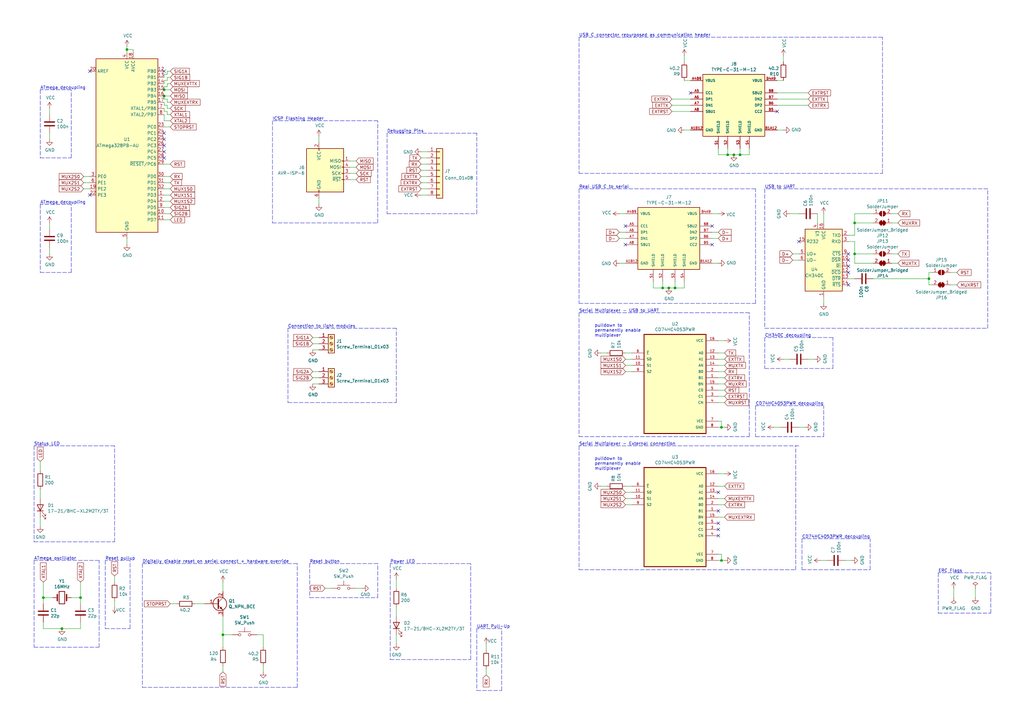
<source format=kicad_sch>
(kicad_sch (version 20211123) (generator eeschema)

  (uuid 9baf7b1e-44a0-4262-8221-97a2fa15d5e8)

  (paper "A3")

  (title_block
    (title "LightControl Console")
    (date "2021-08-10")
    (rev "v00")
    (comment 4 "Author: GHOSCHT")
  )

  (lib_symbols
    (symbol "CD74HC4053PWR:CD74HC4053PWR" (pin_names (offset 1.016)) (in_bom yes) (on_board yes)
      (property "Reference" "U" (id 0) (at -12.7 21.3106 0)
        (effects (font (size 1.27 1.27)) (justify left bottom))
      )
      (property "Value" "CD74HC4053PWR" (id 1) (at -12.7 -24.3078 0)
        (effects (font (size 1.27 1.27)) (justify left bottom))
      )
      (property "Footprint" "SOP65P640X120-16N" (id 2) (at -13.97 -20.32 90)
        (effects (font (size 1.27 1.27)) (justify left bottom) hide)
      )
      (property "Datasheet" "" (id 3) (at 0 0 0)
        (effects (font (size 1.27 1.27)) (justify left bottom) hide)
      )
      (property "ki_locked" "" (id 4) (at 0 0 0)
        (effects (font (size 1.27 1.27)))
      )
      (symbol "CD74HC4053PWR_0_0"
        (rectangle (start -12.7 -20.32) (end 12.7 20.32)
          (stroke (width 0.4064) (type default) (color 0 0 0 0))
          (fill (type background))
        )
        (pin bidirectional line (at 17.78 2.54 180) (length 5.08)
          (name "B1" (effects (font (size 1.016 1.016))))
          (number "1" (effects (font (size 1.016 1.016))))
        )
        (pin input line (at -17.78 7.62 0) (length 5.08)
          (name "S1" (effects (font (size 1.016 1.016))))
          (number "10" (effects (font (size 1.016 1.016))))
        )
        (pin input line (at -17.78 10.16 0) (length 5.08)
          (name "S0" (effects (font (size 1.016 1.016))))
          (number "11" (effects (font (size 1.016 1.016))))
        )
        (pin bidirectional line (at 17.78 12.7 180) (length 5.08)
          (name "A0" (effects (font (size 1.016 1.016))))
          (number "12" (effects (font (size 1.016 1.016))))
        )
        (pin bidirectional line (at 17.78 10.16 180) (length 5.08)
          (name "A1" (effects (font (size 1.016 1.016))))
          (number "13" (effects (font (size 1.016 1.016))))
        )
        (pin bidirectional line (at 17.78 7.62 180) (length 5.08)
          (name "AN" (effects (font (size 1.016 1.016))))
          (number "14" (effects (font (size 1.016 1.016))))
        )
        (pin bidirectional line (at 17.78 0 180) (length 5.08)
          (name "BN" (effects (font (size 1.016 1.016))))
          (number "15" (effects (font (size 1.016 1.016))))
        )
        (pin power_in line (at 17.78 17.78 180) (length 5.08)
          (name "VCC" (effects (font (size 1.016 1.016))))
          (number "16" (effects (font (size 1.016 1.016))))
        )
        (pin bidirectional line (at 17.78 5.08 180) (length 5.08)
          (name "B0" (effects (font (size 1.016 1.016))))
          (number "2" (effects (font (size 1.016 1.016))))
        )
        (pin bidirectional line (at 17.78 -5.08 180) (length 5.08)
          (name "C1" (effects (font (size 1.016 1.016))))
          (number "3" (effects (font (size 1.016 1.016))))
        )
        (pin bidirectional line (at 17.78 -7.62 180) (length 5.08)
          (name "CN" (effects (font (size 1.016 1.016))))
          (number "4" (effects (font (size 1.016 1.016))))
        )
        (pin bidirectional line (at 17.78 -2.54 180) (length 5.08)
          (name "C0" (effects (font (size 1.016 1.016))))
          (number "5" (effects (font (size 1.016 1.016))))
        )
        (pin input line (at -17.78 12.7 0) (length 5.08)
          (name "~{E}" (effects (font (size 1.016 1.016))))
          (number "6" (effects (font (size 1.016 1.016))))
        )
        (pin power_in line (at 17.78 -15.24 180) (length 5.08)
          (name "VEE" (effects (font (size 1.016 1.016))))
          (number "7" (effects (font (size 1.016 1.016))))
        )
        (pin power_in line (at 17.78 -17.78 180) (length 5.08)
          (name "GND" (effects (font (size 1.016 1.016))))
          (number "8" (effects (font (size 1.016 1.016))))
        )
        (pin input line (at -17.78 5.08 0) (length 5.08)
          (name "S2" (effects (font (size 1.016 1.016))))
          (number "9" (effects (font (size 1.016 1.016))))
        )
      )
    )
    (symbol "Connector:AVR-ISP-6" (pin_names (offset 1.016)) (in_bom yes) (on_board yes)
      (property "Reference" "J" (id 0) (at -6.35 11.43 0)
        (effects (font (size 1.27 1.27)) (justify left))
      )
      (property "Value" "AVR-ISP-6" (id 1) (at 0 11.43 0)
        (effects (font (size 1.27 1.27)) (justify left))
      )
      (property "Footprint" "" (id 2) (at -6.35 1.27 90)
        (effects (font (size 1.27 1.27)) hide)
      )
      (property "Datasheet" " ~" (id 3) (at -32.385 -13.97 0)
        (effects (font (size 1.27 1.27)) hide)
      )
      (property "ki_keywords" "AVR ISP Connector" (id 4) (at 0 0 0)
        (effects (font (size 1.27 1.27)) hide)
      )
      (property "ki_description" "Atmel 6-pin ISP connector" (id 5) (at 0 0 0)
        (effects (font (size 1.27 1.27)) hide)
      )
      (property "ki_fp_filters" "IDC?Header*2x03* Pin?Header*2x03*" (id 6) (at 0 0 0)
        (effects (font (size 1.27 1.27)) hide)
      )
      (symbol "AVR-ISP-6_0_1"
        (rectangle (start -2.667 -6.858) (end -2.413 -7.62)
          (stroke (width 0) (type default) (color 0 0 0 0))
          (fill (type none))
        )
        (rectangle (start -2.667 10.16) (end -2.413 9.398)
          (stroke (width 0) (type default) (color 0 0 0 0))
          (fill (type none))
        )
        (rectangle (start 7.62 -2.413) (end 6.858 -2.667)
          (stroke (width 0) (type default) (color 0 0 0 0))
          (fill (type none))
        )
        (rectangle (start 7.62 0.127) (end 6.858 -0.127)
          (stroke (width 0) (type default) (color 0 0 0 0))
          (fill (type none))
        )
        (rectangle (start 7.62 2.667) (end 6.858 2.413)
          (stroke (width 0) (type default) (color 0 0 0 0))
          (fill (type none))
        )
        (rectangle (start 7.62 5.207) (end 6.858 4.953)
          (stroke (width 0) (type default) (color 0 0 0 0))
          (fill (type none))
        )
        (rectangle (start 7.62 10.16) (end -7.62 -7.62)
          (stroke (width 0.254) (type default) (color 0 0 0 0))
          (fill (type background))
        )
      )
      (symbol "AVR-ISP-6_1_1"
        (pin passive line (at 10.16 5.08 180) (length 2.54)
          (name "MISO" (effects (font (size 1.27 1.27))))
          (number "1" (effects (font (size 1.27 1.27))))
        )
        (pin passive line (at -2.54 12.7 270) (length 2.54)
          (name "VCC" (effects (font (size 1.27 1.27))))
          (number "2" (effects (font (size 1.27 1.27))))
        )
        (pin passive line (at 10.16 0 180) (length 2.54)
          (name "SCK" (effects (font (size 1.27 1.27))))
          (number "3" (effects (font (size 1.27 1.27))))
        )
        (pin passive line (at 10.16 2.54 180) (length 2.54)
          (name "MOSI" (effects (font (size 1.27 1.27))))
          (number "4" (effects (font (size 1.27 1.27))))
        )
        (pin passive line (at 10.16 -2.54 180) (length 2.54)
          (name "~{RST}" (effects (font (size 1.27 1.27))))
          (number "5" (effects (font (size 1.27 1.27))))
        )
        (pin passive line (at -2.54 -10.16 90) (length 2.54)
          (name "GND" (effects (font (size 1.27 1.27))))
          (number "6" (effects (font (size 1.27 1.27))))
        )
      )
    )
    (symbol "Connector:Screw_Terminal_01x03" (pin_names (offset 1.016) hide) (in_bom yes) (on_board yes)
      (property "Reference" "J" (id 0) (at 0 5.08 0)
        (effects (font (size 1.27 1.27)))
      )
      (property "Value" "Screw_Terminal_01x03" (id 1) (at 0 -5.08 0)
        (effects (font (size 1.27 1.27)))
      )
      (property "Footprint" "" (id 2) (at 0 0 0)
        (effects (font (size 1.27 1.27)) hide)
      )
      (property "Datasheet" "~" (id 3) (at 0 0 0)
        (effects (font (size 1.27 1.27)) hide)
      )
      (property "ki_keywords" "screw terminal" (id 4) (at 0 0 0)
        (effects (font (size 1.27 1.27)) hide)
      )
      (property "ki_description" "Generic screw terminal, single row, 01x03, script generated (kicad-library-utils/schlib/autogen/connector/)" (id 5) (at 0 0 0)
        (effects (font (size 1.27 1.27)) hide)
      )
      (property "ki_fp_filters" "TerminalBlock*:*" (id 6) (at 0 0 0)
        (effects (font (size 1.27 1.27)) hide)
      )
      (symbol "Screw_Terminal_01x03_1_1"
        (rectangle (start -1.27 3.81) (end 1.27 -3.81)
          (stroke (width 0.254) (type default) (color 0 0 0 0))
          (fill (type background))
        )
        (circle (center 0 -2.54) (radius 0.635)
          (stroke (width 0.1524) (type default) (color 0 0 0 0))
          (fill (type none))
        )
        (polyline
          (pts
            (xy -0.5334 -2.2098)
            (xy 0.3302 -3.048)
          )
          (stroke (width 0.1524) (type default) (color 0 0 0 0))
          (fill (type none))
        )
        (polyline
          (pts
            (xy -0.5334 0.3302)
            (xy 0.3302 -0.508)
          )
          (stroke (width 0.1524) (type default) (color 0 0 0 0))
          (fill (type none))
        )
        (polyline
          (pts
            (xy -0.5334 2.8702)
            (xy 0.3302 2.032)
          )
          (stroke (width 0.1524) (type default) (color 0 0 0 0))
          (fill (type none))
        )
        (polyline
          (pts
            (xy -0.3556 -2.032)
            (xy 0.508 -2.8702)
          )
          (stroke (width 0.1524) (type default) (color 0 0 0 0))
          (fill (type none))
        )
        (polyline
          (pts
            (xy -0.3556 0.508)
            (xy 0.508 -0.3302)
          )
          (stroke (width 0.1524) (type default) (color 0 0 0 0))
          (fill (type none))
        )
        (polyline
          (pts
            (xy -0.3556 3.048)
            (xy 0.508 2.2098)
          )
          (stroke (width 0.1524) (type default) (color 0 0 0 0))
          (fill (type none))
        )
        (circle (center 0 0) (radius 0.635)
          (stroke (width 0.1524) (type default) (color 0 0 0 0))
          (fill (type none))
        )
        (circle (center 0 2.54) (radius 0.635)
          (stroke (width 0.1524) (type default) (color 0 0 0 0))
          (fill (type none))
        )
        (pin passive line (at -5.08 2.54 0) (length 3.81)
          (name "Pin_1" (effects (font (size 1.27 1.27))))
          (number "1" (effects (font (size 1.27 1.27))))
        )
        (pin passive line (at -5.08 0 0) (length 3.81)
          (name "Pin_2" (effects (font (size 1.27 1.27))))
          (number "2" (effects (font (size 1.27 1.27))))
        )
        (pin passive line (at -5.08 -2.54 0) (length 3.81)
          (name "Pin_3" (effects (font (size 1.27 1.27))))
          (number "3" (effects (font (size 1.27 1.27))))
        )
      )
    )
    (symbol "Connector_Generic:Conn_01x08" (pin_names (offset 1.016) hide) (in_bom yes) (on_board yes)
      (property "Reference" "J" (id 0) (at 0 10.16 0)
        (effects (font (size 1.27 1.27)))
      )
      (property "Value" "Conn_01x08" (id 1) (at 0 -12.7 0)
        (effects (font (size 1.27 1.27)))
      )
      (property "Footprint" "" (id 2) (at 0 0 0)
        (effects (font (size 1.27 1.27)) hide)
      )
      (property "Datasheet" "~" (id 3) (at 0 0 0)
        (effects (font (size 1.27 1.27)) hide)
      )
      (property "ki_keywords" "connector" (id 4) (at 0 0 0)
        (effects (font (size 1.27 1.27)) hide)
      )
      (property "ki_description" "Generic connector, single row, 01x08, script generated (kicad-library-utils/schlib/autogen/connector/)" (id 5) (at 0 0 0)
        (effects (font (size 1.27 1.27)) hide)
      )
      (property "ki_fp_filters" "Connector*:*_1x??_*" (id 6) (at 0 0 0)
        (effects (font (size 1.27 1.27)) hide)
      )
      (symbol "Conn_01x08_1_1"
        (rectangle (start -1.27 -10.033) (end 0 -10.287)
          (stroke (width 0.1524) (type default) (color 0 0 0 0))
          (fill (type none))
        )
        (rectangle (start -1.27 -7.493) (end 0 -7.747)
          (stroke (width 0.1524) (type default) (color 0 0 0 0))
          (fill (type none))
        )
        (rectangle (start -1.27 -4.953) (end 0 -5.207)
          (stroke (width 0.1524) (type default) (color 0 0 0 0))
          (fill (type none))
        )
        (rectangle (start -1.27 -2.413) (end 0 -2.667)
          (stroke (width 0.1524) (type default) (color 0 0 0 0))
          (fill (type none))
        )
        (rectangle (start -1.27 0.127) (end 0 -0.127)
          (stroke (width 0.1524) (type default) (color 0 0 0 0))
          (fill (type none))
        )
        (rectangle (start -1.27 2.667) (end 0 2.413)
          (stroke (width 0.1524) (type default) (color 0 0 0 0))
          (fill (type none))
        )
        (rectangle (start -1.27 5.207) (end 0 4.953)
          (stroke (width 0.1524) (type default) (color 0 0 0 0))
          (fill (type none))
        )
        (rectangle (start -1.27 7.747) (end 0 7.493)
          (stroke (width 0.1524) (type default) (color 0 0 0 0))
          (fill (type none))
        )
        (rectangle (start -1.27 8.89) (end 1.27 -11.43)
          (stroke (width 0.254) (type default) (color 0 0 0 0))
          (fill (type background))
        )
        (pin passive line (at -5.08 7.62 0) (length 3.81)
          (name "Pin_1" (effects (font (size 1.27 1.27))))
          (number "1" (effects (font (size 1.27 1.27))))
        )
        (pin passive line (at -5.08 5.08 0) (length 3.81)
          (name "Pin_2" (effects (font (size 1.27 1.27))))
          (number "2" (effects (font (size 1.27 1.27))))
        )
        (pin passive line (at -5.08 2.54 0) (length 3.81)
          (name "Pin_3" (effects (font (size 1.27 1.27))))
          (number "3" (effects (font (size 1.27 1.27))))
        )
        (pin passive line (at -5.08 0 0) (length 3.81)
          (name "Pin_4" (effects (font (size 1.27 1.27))))
          (number "4" (effects (font (size 1.27 1.27))))
        )
        (pin passive line (at -5.08 -2.54 0) (length 3.81)
          (name "Pin_5" (effects (font (size 1.27 1.27))))
          (number "5" (effects (font (size 1.27 1.27))))
        )
        (pin passive line (at -5.08 -5.08 0) (length 3.81)
          (name "Pin_6" (effects (font (size 1.27 1.27))))
          (number "6" (effects (font (size 1.27 1.27))))
        )
        (pin passive line (at -5.08 -7.62 0) (length 3.81)
          (name "Pin_7" (effects (font (size 1.27 1.27))))
          (number "7" (effects (font (size 1.27 1.27))))
        )
        (pin passive line (at -5.08 -10.16 0) (length 3.81)
          (name "Pin_8" (effects (font (size 1.27 1.27))))
          (number "8" (effects (font (size 1.27 1.27))))
        )
      )
    )
    (symbol "Device:C" (pin_numbers hide) (pin_names (offset 0.254)) (in_bom yes) (on_board yes)
      (property "Reference" "C" (id 0) (at 0.635 2.54 0)
        (effects (font (size 1.27 1.27)) (justify left))
      )
      (property "Value" "C" (id 1) (at 0.635 -2.54 0)
        (effects (font (size 1.27 1.27)) (justify left))
      )
      (property "Footprint" "" (id 2) (at 0.9652 -3.81 0)
        (effects (font (size 1.27 1.27)) hide)
      )
      (property "Datasheet" "~" (id 3) (at 0 0 0)
        (effects (font (size 1.27 1.27)) hide)
      )
      (property "ki_keywords" "cap capacitor" (id 4) (at 0 0 0)
        (effects (font (size 1.27 1.27)) hide)
      )
      (property "ki_description" "Unpolarized capacitor" (id 5) (at 0 0 0)
        (effects (font (size 1.27 1.27)) hide)
      )
      (property "ki_fp_filters" "C_*" (id 6) (at 0 0 0)
        (effects (font (size 1.27 1.27)) hide)
      )
      (symbol "C_0_1"
        (polyline
          (pts
            (xy -2.032 -0.762)
            (xy 2.032 -0.762)
          )
          (stroke (width 0.508) (type default) (color 0 0 0 0))
          (fill (type none))
        )
        (polyline
          (pts
            (xy -2.032 0.762)
            (xy 2.032 0.762)
          )
          (stroke (width 0.508) (type default) (color 0 0 0 0))
          (fill (type none))
        )
      )
      (symbol "C_1_1"
        (pin passive line (at 0 3.81 270) (length 2.794)
          (name "~" (effects (font (size 1.27 1.27))))
          (number "1" (effects (font (size 1.27 1.27))))
        )
        (pin passive line (at 0 -3.81 90) (length 2.794)
          (name "~" (effects (font (size 1.27 1.27))))
          (number "2" (effects (font (size 1.27 1.27))))
        )
      )
    )
    (symbol "Device:Crystal" (pin_numbers hide) (pin_names (offset 1.016) hide) (in_bom yes) (on_board yes)
      (property "Reference" "Y" (id 0) (at 0 3.81 0)
        (effects (font (size 1.27 1.27)))
      )
      (property "Value" "Crystal" (id 1) (at 0 -3.81 0)
        (effects (font (size 1.27 1.27)))
      )
      (property "Footprint" "" (id 2) (at 0 0 0)
        (effects (font (size 1.27 1.27)) hide)
      )
      (property "Datasheet" "~" (id 3) (at 0 0 0)
        (effects (font (size 1.27 1.27)) hide)
      )
      (property "ki_keywords" "quartz ceramic resonator oscillator" (id 4) (at 0 0 0)
        (effects (font (size 1.27 1.27)) hide)
      )
      (property "ki_description" "Two pin crystal" (id 5) (at 0 0 0)
        (effects (font (size 1.27 1.27)) hide)
      )
      (property "ki_fp_filters" "Crystal*" (id 6) (at 0 0 0)
        (effects (font (size 1.27 1.27)) hide)
      )
      (symbol "Crystal_0_1"
        (rectangle (start -1.143 2.54) (end 1.143 -2.54)
          (stroke (width 0.3048) (type default) (color 0 0 0 0))
          (fill (type none))
        )
        (polyline
          (pts
            (xy -2.54 0)
            (xy -1.905 0)
          )
          (stroke (width 0) (type default) (color 0 0 0 0))
          (fill (type none))
        )
        (polyline
          (pts
            (xy -1.905 -1.27)
            (xy -1.905 1.27)
          )
          (stroke (width 0.508) (type default) (color 0 0 0 0))
          (fill (type none))
        )
        (polyline
          (pts
            (xy 1.905 -1.27)
            (xy 1.905 1.27)
          )
          (stroke (width 0.508) (type default) (color 0 0 0 0))
          (fill (type none))
        )
        (polyline
          (pts
            (xy 2.54 0)
            (xy 1.905 0)
          )
          (stroke (width 0) (type default) (color 0 0 0 0))
          (fill (type none))
        )
      )
      (symbol "Crystal_1_1"
        (pin passive line (at -3.81 0 0) (length 1.27)
          (name "1" (effects (font (size 1.27 1.27))))
          (number "1" (effects (font (size 1.27 1.27))))
        )
        (pin passive line (at 3.81 0 180) (length 1.27)
          (name "2" (effects (font (size 1.27 1.27))))
          (number "2" (effects (font (size 1.27 1.27))))
        )
      )
    )
    (symbol "Device:LED" (pin_numbers hide) (pin_names (offset 1.016) hide) (in_bom yes) (on_board yes)
      (property "Reference" "D" (id 0) (at 0 2.54 0)
        (effects (font (size 1.27 1.27)))
      )
      (property "Value" "LED" (id 1) (at 0 -2.54 0)
        (effects (font (size 1.27 1.27)))
      )
      (property "Footprint" "" (id 2) (at 0 0 0)
        (effects (font (size 1.27 1.27)) hide)
      )
      (property "Datasheet" "~" (id 3) (at 0 0 0)
        (effects (font (size 1.27 1.27)) hide)
      )
      (property "ki_keywords" "LED diode" (id 4) (at 0 0 0)
        (effects (font (size 1.27 1.27)) hide)
      )
      (property "ki_description" "Light emitting diode" (id 5) (at 0 0 0)
        (effects (font (size 1.27 1.27)) hide)
      )
      (property "ki_fp_filters" "LED* LED_SMD:* LED_THT:*" (id 6) (at 0 0 0)
        (effects (font (size 1.27 1.27)) hide)
      )
      (symbol "LED_0_1"
        (polyline
          (pts
            (xy -1.27 -1.27)
            (xy -1.27 1.27)
          )
          (stroke (width 0.254) (type default) (color 0 0 0 0))
          (fill (type none))
        )
        (polyline
          (pts
            (xy -1.27 0)
            (xy 1.27 0)
          )
          (stroke (width 0) (type default) (color 0 0 0 0))
          (fill (type none))
        )
        (polyline
          (pts
            (xy 1.27 -1.27)
            (xy 1.27 1.27)
            (xy -1.27 0)
            (xy 1.27 -1.27)
          )
          (stroke (width 0.254) (type default) (color 0 0 0 0))
          (fill (type none))
        )
        (polyline
          (pts
            (xy -3.048 -0.762)
            (xy -4.572 -2.286)
            (xy -3.81 -2.286)
            (xy -4.572 -2.286)
            (xy -4.572 -1.524)
          )
          (stroke (width 0) (type default) (color 0 0 0 0))
          (fill (type none))
        )
        (polyline
          (pts
            (xy -1.778 -0.762)
            (xy -3.302 -2.286)
            (xy -2.54 -2.286)
            (xy -3.302 -2.286)
            (xy -3.302 -1.524)
          )
          (stroke (width 0) (type default) (color 0 0 0 0))
          (fill (type none))
        )
      )
      (symbol "LED_1_1"
        (pin passive line (at -3.81 0 0) (length 2.54)
          (name "K" (effects (font (size 1.27 1.27))))
          (number "1" (effects (font (size 1.27 1.27))))
        )
        (pin passive line (at 3.81 0 180) (length 2.54)
          (name "A" (effects (font (size 1.27 1.27))))
          (number "2" (effects (font (size 1.27 1.27))))
        )
      )
    )
    (symbol "Device:Q_NPN_BCE" (pin_names (offset 0) hide) (in_bom yes) (on_board yes)
      (property "Reference" "Q" (id 0) (at 5.08 1.27 0)
        (effects (font (size 1.27 1.27)) (justify left))
      )
      (property "Value" "Q_NPN_BCE" (id 1) (at 5.08 -1.27 0)
        (effects (font (size 1.27 1.27)) (justify left))
      )
      (property "Footprint" "" (id 2) (at 5.08 2.54 0)
        (effects (font (size 1.27 1.27)) hide)
      )
      (property "Datasheet" "~" (id 3) (at 0 0 0)
        (effects (font (size 1.27 1.27)) hide)
      )
      (property "ki_keywords" "transistor NPN" (id 4) (at 0 0 0)
        (effects (font (size 1.27 1.27)) hide)
      )
      (property "ki_description" "NPN transistor, base/collector/emitter" (id 5) (at 0 0 0)
        (effects (font (size 1.27 1.27)) hide)
      )
      (symbol "Q_NPN_BCE_0_1"
        (polyline
          (pts
            (xy 0.635 0.635)
            (xy 2.54 2.54)
          )
          (stroke (width 0) (type default) (color 0 0 0 0))
          (fill (type none))
        )
        (polyline
          (pts
            (xy 0.635 -0.635)
            (xy 2.54 -2.54)
            (xy 2.54 -2.54)
          )
          (stroke (width 0) (type default) (color 0 0 0 0))
          (fill (type none))
        )
        (polyline
          (pts
            (xy 0.635 1.905)
            (xy 0.635 -1.905)
            (xy 0.635 -1.905)
          )
          (stroke (width 0.508) (type default) (color 0 0 0 0))
          (fill (type none))
        )
        (polyline
          (pts
            (xy 1.27 -1.778)
            (xy 1.778 -1.27)
            (xy 2.286 -2.286)
            (xy 1.27 -1.778)
            (xy 1.27 -1.778)
          )
          (stroke (width 0) (type default) (color 0 0 0 0))
          (fill (type outline))
        )
        (circle (center 1.27 0) (radius 2.8194)
          (stroke (width 0.254) (type default) (color 0 0 0 0))
          (fill (type none))
        )
      )
      (symbol "Q_NPN_BCE_1_1"
        (pin input line (at -5.08 0 0) (length 5.715)
          (name "B" (effects (font (size 1.27 1.27))))
          (number "1" (effects (font (size 1.27 1.27))))
        )
        (pin passive line (at 2.54 5.08 270) (length 2.54)
          (name "C" (effects (font (size 1.27 1.27))))
          (number "2" (effects (font (size 1.27 1.27))))
        )
        (pin passive line (at 2.54 -5.08 90) (length 2.54)
          (name "E" (effects (font (size 1.27 1.27))))
          (number "3" (effects (font (size 1.27 1.27))))
        )
      )
    )
    (symbol "Device:R" (pin_numbers hide) (pin_names (offset 0)) (in_bom yes) (on_board yes)
      (property "Reference" "R" (id 0) (at 2.032 0 90)
        (effects (font (size 1.27 1.27)))
      )
      (property "Value" "R" (id 1) (at 0 0 90)
        (effects (font (size 1.27 1.27)))
      )
      (property "Footprint" "" (id 2) (at -1.778 0 90)
        (effects (font (size 1.27 1.27)) hide)
      )
      (property "Datasheet" "~" (id 3) (at 0 0 0)
        (effects (font (size 1.27 1.27)) hide)
      )
      (property "ki_keywords" "R res resistor" (id 4) (at 0 0 0)
        (effects (font (size 1.27 1.27)) hide)
      )
      (property "ki_description" "Resistor" (id 5) (at 0 0 0)
        (effects (font (size 1.27 1.27)) hide)
      )
      (property "ki_fp_filters" "R_*" (id 6) (at 0 0 0)
        (effects (font (size 1.27 1.27)) hide)
      )
      (symbol "R_0_1"
        (rectangle (start -1.016 -2.54) (end 1.016 2.54)
          (stroke (width 0.254) (type default) (color 0 0 0 0))
          (fill (type none))
        )
      )
      (symbol "R_1_1"
        (pin passive line (at 0 3.81 270) (length 1.27)
          (name "~" (effects (font (size 1.27 1.27))))
          (number "1" (effects (font (size 1.27 1.27))))
        )
        (pin passive line (at 0 -3.81 90) (length 1.27)
          (name "~" (effects (font (size 1.27 1.27))))
          (number "2" (effects (font (size 1.27 1.27))))
        )
      )
    )
    (symbol "Interface_USB:CH340C" (in_bom yes) (on_board yes)
      (property "Reference" "U" (id 0) (at -5.08 13.97 0)
        (effects (font (size 1.27 1.27)) (justify right))
      )
      (property "Value" "CH340C" (id 1) (at 1.27 13.97 0)
        (effects (font (size 1.27 1.27)) (justify left))
      )
      (property "Footprint" "Package_SO:SOIC-16_3.9x9.9mm_P1.27mm" (id 2) (at 1.27 -13.97 0)
        (effects (font (size 1.27 1.27)) (justify left) hide)
      )
      (property "Datasheet" "https://datasheet.lcsc.com/szlcsc/Jiangsu-Qin-Heng-CH340C_C84681.pdf" (id 3) (at -8.89 20.32 0)
        (effects (font (size 1.27 1.27)) hide)
      )
      (property "ki_keywords" "USB UART Serial Converter Interface" (id 4) (at 0 0 0)
        (effects (font (size 1.27 1.27)) hide)
      )
      (property "ki_description" "USB serial converter, UART, SOIC-16" (id 5) (at 0 0 0)
        (effects (font (size 1.27 1.27)) hide)
      )
      (property "ki_fp_filters" "SOIC*3.9x9.9mm*P1.27mm*" (id 6) (at 0 0 0)
        (effects (font (size 1.27 1.27)) hide)
      )
      (symbol "CH340C_0_1"
        (rectangle (start -7.62 12.7) (end 7.62 -12.7)
          (stroke (width 0.254) (type default) (color 0 0 0 0))
          (fill (type background))
        )
      )
      (symbol "CH340C_1_1"
        (pin power_in line (at 0 -15.24 90) (length 2.54)
          (name "GND" (effects (font (size 1.27 1.27))))
          (number "1" (effects (font (size 1.27 1.27))))
        )
        (pin input line (at 10.16 0 180) (length 2.54)
          (name "~{DSR}" (effects (font (size 1.27 1.27))))
          (number "10" (effects (font (size 1.27 1.27))))
        )
        (pin input line (at 10.16 -2.54 180) (length 2.54)
          (name "~{RI}" (effects (font (size 1.27 1.27))))
          (number "11" (effects (font (size 1.27 1.27))))
        )
        (pin input line (at 10.16 -5.08 180) (length 2.54)
          (name "~{DCD}" (effects (font (size 1.27 1.27))))
          (number "12" (effects (font (size 1.27 1.27))))
        )
        (pin output line (at 10.16 -7.62 180) (length 2.54)
          (name "~{DTR}" (effects (font (size 1.27 1.27))))
          (number "13" (effects (font (size 1.27 1.27))))
        )
        (pin output line (at 10.16 -10.16 180) (length 2.54)
          (name "~{RTS}" (effects (font (size 1.27 1.27))))
          (number "14" (effects (font (size 1.27 1.27))))
        )
        (pin input line (at -10.16 7.62 0) (length 2.54)
          (name "R232" (effects (font (size 1.27 1.27))))
          (number "15" (effects (font (size 1.27 1.27))))
        )
        (pin power_in line (at 0 15.24 270) (length 2.54)
          (name "VCC" (effects (font (size 1.27 1.27))))
          (number "16" (effects (font (size 1.27 1.27))))
        )
        (pin output line (at 10.16 10.16 180) (length 2.54)
          (name "TXD" (effects (font (size 1.27 1.27))))
          (number "2" (effects (font (size 1.27 1.27))))
        )
        (pin input line (at 10.16 7.62 180) (length 2.54)
          (name "RXD" (effects (font (size 1.27 1.27))))
          (number "3" (effects (font (size 1.27 1.27))))
        )
        (pin passive line (at -2.54 15.24 270) (length 2.54)
          (name "V3" (effects (font (size 1.27 1.27))))
          (number "4" (effects (font (size 1.27 1.27))))
        )
        (pin bidirectional line (at -10.16 2.54 0) (length 2.54)
          (name "UD+" (effects (font (size 1.27 1.27))))
          (number "5" (effects (font (size 1.27 1.27))))
        )
        (pin bidirectional line (at -10.16 0 0) (length 2.54)
          (name "UD-" (effects (font (size 1.27 1.27))))
          (number "6" (effects (font (size 1.27 1.27))))
        )
        (pin no_connect line (at -7.62 -7.62 0) (length 2.54) hide
          (name "NC" (effects (font (size 1.27 1.27))))
          (number "7" (effects (font (size 1.27 1.27))))
        )
        (pin no_connect line (at -7.62 -10.16 0) (length 2.54) hide
          (name "NC" (effects (font (size 1.27 1.27))))
          (number "8" (effects (font (size 1.27 1.27))))
        )
        (pin input line (at 10.16 2.54 180) (length 2.54)
          (name "~{CTS}" (effects (font (size 1.27 1.27))))
          (number "9" (effects (font (size 1.27 1.27))))
        )
      )
    )
    (symbol "Jumper:SolderJumper_2_Bridged" (pin_names (offset 0) hide) (in_bom yes) (on_board yes)
      (property "Reference" "JP" (id 0) (at 0 2.032 0)
        (effects (font (size 1.27 1.27)))
      )
      (property "Value" "SolderJumper_2_Bridged" (id 1) (at 0 -2.54 0)
        (effects (font (size 1.27 1.27)))
      )
      (property "Footprint" "" (id 2) (at 0 0 0)
        (effects (font (size 1.27 1.27)) hide)
      )
      (property "Datasheet" "~" (id 3) (at 0 0 0)
        (effects (font (size 1.27 1.27)) hide)
      )
      (property "ki_keywords" "solder jumper SPST" (id 4) (at 0 0 0)
        (effects (font (size 1.27 1.27)) hide)
      )
      (property "ki_description" "Solder Jumper, 2-pole, closed/bridged" (id 5) (at 0 0 0)
        (effects (font (size 1.27 1.27)) hide)
      )
      (property "ki_fp_filters" "SolderJumper*Bridged*" (id 6) (at 0 0 0)
        (effects (font (size 1.27 1.27)) hide)
      )
      (symbol "SolderJumper_2_Bridged_0_1"
        (rectangle (start -0.508 0.508) (end 0.508 -0.508)
          (stroke (width 0) (type default) (color 0 0 0 0))
          (fill (type outline))
        )
        (arc (start -0.254 1.016) (mid -1.27 0) (end -0.254 -1.016)
          (stroke (width 0) (type default) (color 0 0 0 0))
          (fill (type none))
        )
        (arc (start -0.254 1.016) (mid -1.27 0) (end -0.254 -1.016)
          (stroke (width 0) (type default) (color 0 0 0 0))
          (fill (type outline))
        )
        (polyline
          (pts
            (xy -0.254 1.016)
            (xy -0.254 -1.016)
          )
          (stroke (width 0) (type default) (color 0 0 0 0))
          (fill (type none))
        )
        (polyline
          (pts
            (xy 0.254 1.016)
            (xy 0.254 -1.016)
          )
          (stroke (width 0) (type default) (color 0 0 0 0))
          (fill (type none))
        )
        (arc (start 0.254 -1.016) (mid 1.27 0) (end 0.254 1.016)
          (stroke (width 0) (type default) (color 0 0 0 0))
          (fill (type none))
        )
        (arc (start 0.254 -1.016) (mid 1.27 0) (end 0.254 1.016)
          (stroke (width 0) (type default) (color 0 0 0 0))
          (fill (type outline))
        )
      )
      (symbol "SolderJumper_2_Bridged_1_1"
        (pin passive line (at -3.81 0 0) (length 2.54)
          (name "A" (effects (font (size 1.27 1.27))))
          (number "1" (effects (font (size 1.27 1.27))))
        )
        (pin passive line (at 3.81 0 180) (length 2.54)
          (name "B" (effects (font (size 1.27 1.27))))
          (number "2" (effects (font (size 1.27 1.27))))
        )
      )
    )
    (symbol "Jumper:SolderJumper_2_Open" (pin_names (offset 0) hide) (in_bom yes) (on_board yes)
      (property "Reference" "JP" (id 0) (at 0 2.032 0)
        (effects (font (size 1.27 1.27)))
      )
      (property "Value" "SolderJumper_2_Open" (id 1) (at 0 -2.54 0)
        (effects (font (size 1.27 1.27)))
      )
      (property "Footprint" "" (id 2) (at 0 0 0)
        (effects (font (size 1.27 1.27)) hide)
      )
      (property "Datasheet" "~" (id 3) (at 0 0 0)
        (effects (font (size 1.27 1.27)) hide)
      )
      (property "ki_keywords" "solder jumper SPST" (id 4) (at 0 0 0)
        (effects (font (size 1.27 1.27)) hide)
      )
      (property "ki_description" "Solder Jumper, 2-pole, open" (id 5) (at 0 0 0)
        (effects (font (size 1.27 1.27)) hide)
      )
      (property "ki_fp_filters" "SolderJumper*Open*" (id 6) (at 0 0 0)
        (effects (font (size 1.27 1.27)) hide)
      )
      (symbol "SolderJumper_2_Open_0_1"
        (arc (start -0.254 1.016) (mid -1.27 0) (end -0.254 -1.016)
          (stroke (width 0) (type default) (color 0 0 0 0))
          (fill (type none))
        )
        (arc (start -0.254 1.016) (mid -1.27 0) (end -0.254 -1.016)
          (stroke (width 0) (type default) (color 0 0 0 0))
          (fill (type outline))
        )
        (polyline
          (pts
            (xy -0.254 1.016)
            (xy -0.254 -1.016)
          )
          (stroke (width 0) (type default) (color 0 0 0 0))
          (fill (type none))
        )
        (polyline
          (pts
            (xy 0.254 1.016)
            (xy 0.254 -1.016)
          )
          (stroke (width 0) (type default) (color 0 0 0 0))
          (fill (type none))
        )
        (arc (start 0.254 -1.016) (mid 1.27 0) (end 0.254 1.016)
          (stroke (width 0) (type default) (color 0 0 0 0))
          (fill (type none))
        )
        (arc (start 0.254 -1.016) (mid 1.27 0) (end 0.254 1.016)
          (stroke (width 0) (type default) (color 0 0 0 0))
          (fill (type outline))
        )
      )
      (symbol "SolderJumper_2_Open_1_1"
        (pin passive line (at -3.81 0 0) (length 2.54)
          (name "A" (effects (font (size 1.27 1.27))))
          (number "1" (effects (font (size 1.27 1.27))))
        )
        (pin passive line (at 3.81 0 180) (length 2.54)
          (name "B" (effects (font (size 1.27 1.27))))
          (number "2" (effects (font (size 1.27 1.27))))
        )
      )
    )
    (symbol "MCU_Microchip_ATmega:ATmega328PB-AU" (in_bom yes) (on_board yes)
      (property "Reference" "U" (id 0) (at -12.7 36.83 0)
        (effects (font (size 1.27 1.27)) (justify left bottom))
      )
      (property "Value" "MCU_Microchip_ATmega_ATmega328PB-AU" (id 1) (at 2.54 -36.83 0)
        (effects (font (size 1.27 1.27)) (justify left top))
      )
      (property "Footprint" "Package_QFP:TQFP-32_7x7mm_P0.8mm" (id 2) (at 0 0 0)
        (effects (font (size 1.27 1.27) italic) hide)
      )
      (property "Datasheet" "" (id 3) (at 0 0 0)
        (effects (font (size 1.27 1.27)) hide)
      )
      (property "ki_fp_filters" "TQFP*7x7mm*P0.8mm*" (id 4) (at 0 0 0)
        (effects (font (size 1.27 1.27)) hide)
      )
      (symbol "ATmega328PB-AU_0_1"
        (rectangle (start -12.7 -35.56) (end 12.7 35.56)
          (stroke (width 0.254) (type default) (color 0 0 0 0))
          (fill (type background))
        )
      )
      (symbol "ATmega328PB-AU_1_1"
        (pin bidirectional line (at 15.24 -20.32 180) (length 2.54)
          (name "PD3" (effects (font (size 1.27 1.27))))
          (number "1" (effects (font (size 1.27 1.27))))
        )
        (pin bidirectional line (at 15.24 -27.94 180) (length 2.54)
          (name "PD6" (effects (font (size 1.27 1.27))))
          (number "10" (effects (font (size 1.27 1.27))))
        )
        (pin bidirectional line (at 15.24 -30.48 180) (length 2.54)
          (name "PD7" (effects (font (size 1.27 1.27))))
          (number "11" (effects (font (size 1.27 1.27))))
        )
        (pin bidirectional line (at 15.24 30.48 180) (length 2.54)
          (name "PB0" (effects (font (size 1.27 1.27))))
          (number "12" (effects (font (size 1.27 1.27))))
        )
        (pin bidirectional line (at 15.24 27.94 180) (length 2.54)
          (name "PB1" (effects (font (size 1.27 1.27))))
          (number "13" (effects (font (size 1.27 1.27))))
        )
        (pin bidirectional line (at 15.24 25.4 180) (length 2.54)
          (name "PB2" (effects (font (size 1.27 1.27))))
          (number "14" (effects (font (size 1.27 1.27))))
        )
        (pin bidirectional line (at 15.24 22.86 180) (length 2.54)
          (name "PB3" (effects (font (size 1.27 1.27))))
          (number "15" (effects (font (size 1.27 1.27))))
        )
        (pin bidirectional line (at 15.24 20.32 180) (length 2.54)
          (name "PB4" (effects (font (size 1.27 1.27))))
          (number "16" (effects (font (size 1.27 1.27))))
        )
        (pin bidirectional line (at 15.24 17.78 180) (length 2.54)
          (name "PB5" (effects (font (size 1.27 1.27))))
          (number "17" (effects (font (size 1.27 1.27))))
        )
        (pin power_in line (at 2.54 38.1 270) (length 2.54)
          (name "AVCC" (effects (font (size 1.27 1.27))))
          (number "18" (effects (font (size 1.27 1.27))))
        )
        (pin bidirectional line (at -15.24 -17.78 0) (length 2.54)
          (name "PE2" (effects (font (size 1.27 1.27))))
          (number "19" (effects (font (size 1.27 1.27))))
        )
        (pin bidirectional line (at 15.24 -22.86 180) (length 2.54)
          (name "PD4" (effects (font (size 1.27 1.27))))
          (number "2" (effects (font (size 1.27 1.27))))
        )
        (pin passive line (at -15.24 30.48 0) (length 2.54)
          (name "AREF" (effects (font (size 1.27 1.27))))
          (number "20" (effects (font (size 1.27 1.27))))
        )
        (pin passive line (at 0 -38.1 90) (length 2.54) hide
          (name "GND" (effects (font (size 1.27 1.27))))
          (number "21" (effects (font (size 1.27 1.27))))
        )
        (pin bidirectional line (at -15.24 -20.32 0) (length 2.54)
          (name "PE3" (effects (font (size 1.27 1.27))))
          (number "22" (effects (font (size 1.27 1.27))))
        )
        (pin bidirectional line (at 15.24 7.62 180) (length 2.54)
          (name "PC0" (effects (font (size 1.27 1.27))))
          (number "23" (effects (font (size 1.27 1.27))))
        )
        (pin bidirectional line (at 15.24 5.08 180) (length 2.54)
          (name "PC1" (effects (font (size 1.27 1.27))))
          (number "24" (effects (font (size 1.27 1.27))))
        )
        (pin bidirectional line (at 15.24 2.54 180) (length 2.54)
          (name "PC2" (effects (font (size 1.27 1.27))))
          (number "25" (effects (font (size 1.27 1.27))))
        )
        (pin bidirectional line (at 15.24 0 180) (length 2.54)
          (name "PC3" (effects (font (size 1.27 1.27))))
          (number "26" (effects (font (size 1.27 1.27))))
        )
        (pin bidirectional line (at 15.24 -2.54 180) (length 2.54)
          (name "PC4" (effects (font (size 1.27 1.27))))
          (number "27" (effects (font (size 1.27 1.27))))
        )
        (pin bidirectional line (at 15.24 -5.08 180) (length 2.54)
          (name "PC5" (effects (font (size 1.27 1.27))))
          (number "28" (effects (font (size 1.27 1.27))))
        )
        (pin bidirectional line (at 15.24 -7.62 180) (length 2.54)
          (name "~{RESET}/PC6" (effects (font (size 1.27 1.27))))
          (number "29" (effects (font (size 1.27 1.27))))
        )
        (pin bidirectional line (at -15.24 -12.7 0) (length 2.54)
          (name "PE0" (effects (font (size 1.27 1.27))))
          (number "3" (effects (font (size 1.27 1.27))))
        )
        (pin bidirectional line (at 15.24 -12.7 180) (length 2.54)
          (name "PD0" (effects (font (size 1.27 1.27))))
          (number "30" (effects (font (size 1.27 1.27))))
        )
        (pin bidirectional line (at 15.24 -15.24 180) (length 2.54)
          (name "PD1" (effects (font (size 1.27 1.27))))
          (number "31" (effects (font (size 1.27 1.27))))
        )
        (pin bidirectional line (at 15.24 -17.78 180) (length 2.54)
          (name "PD2" (effects (font (size 1.27 1.27))))
          (number "32" (effects (font (size 1.27 1.27))))
        )
        (pin power_in line (at 0 38.1 270) (length 2.54)
          (name "VCC" (effects (font (size 1.27 1.27))))
          (number "4" (effects (font (size 1.27 1.27))))
        )
        (pin power_in line (at 0 -38.1 90) (length 2.54)
          (name "GND" (effects (font (size 1.27 1.27))))
          (number "5" (effects (font (size 1.27 1.27))))
        )
        (pin bidirectional line (at -15.24 -15.24 0) (length 2.54)
          (name "PE1" (effects (font (size 1.27 1.27))))
          (number "6" (effects (font (size 1.27 1.27))))
        )
        (pin bidirectional line (at 15.24 15.24 180) (length 2.54)
          (name "XTAL1/PB6" (effects (font (size 1.27 1.27))))
          (number "7" (effects (font (size 1.27 1.27))))
        )
        (pin bidirectional line (at 15.24 12.7 180) (length 2.54)
          (name "XTAL2/PB7" (effects (font (size 1.27 1.27))))
          (number "8" (effects (font (size 1.27 1.27))))
        )
        (pin bidirectional line (at 15.24 -25.4 180) (length 2.54)
          (name "PD5" (effects (font (size 1.27 1.27))))
          (number "9" (effects (font (size 1.27 1.27))))
        )
      )
    )
    (symbol "Switch:SW_Push" (pin_numbers hide) (pin_names (offset 1.016) hide) (in_bom yes) (on_board yes)
      (property "Reference" "SW" (id 0) (at 1.27 2.54 0)
        (effects (font (size 1.27 1.27)) (justify left))
      )
      (property "Value" "SW_Push" (id 1) (at 0 -1.524 0)
        (effects (font (size 1.27 1.27)))
      )
      (property "Footprint" "" (id 2) (at 0 5.08 0)
        (effects (font (size 1.27 1.27)) hide)
      )
      (property "Datasheet" "~" (id 3) (at 0 5.08 0)
        (effects (font (size 1.27 1.27)) hide)
      )
      (property "ki_keywords" "switch normally-open pushbutton push-button" (id 4) (at 0 0 0)
        (effects (font (size 1.27 1.27)) hide)
      )
      (property "ki_description" "Push button switch, generic, two pins" (id 5) (at 0 0 0)
        (effects (font (size 1.27 1.27)) hide)
      )
      (symbol "SW_Push_0_1"
        (circle (center -2.032 0) (radius 0.508)
          (stroke (width 0) (type default) (color 0 0 0 0))
          (fill (type none))
        )
        (polyline
          (pts
            (xy 0 1.27)
            (xy 0 3.048)
          )
          (stroke (width 0) (type default) (color 0 0 0 0))
          (fill (type none))
        )
        (polyline
          (pts
            (xy 2.54 1.27)
            (xy -2.54 1.27)
          )
          (stroke (width 0) (type default) (color 0 0 0 0))
          (fill (type none))
        )
        (circle (center 2.032 0) (radius 0.508)
          (stroke (width 0) (type default) (color 0 0 0 0))
          (fill (type none))
        )
        (pin passive line (at -5.08 0 0) (length 2.54)
          (name "1" (effects (font (size 1.27 1.27))))
          (number "1" (effects (font (size 1.27 1.27))))
        )
        (pin passive line (at 5.08 0 180) (length 2.54)
          (name "2" (effects (font (size 1.27 1.27))))
          (number "2" (effects (font (size 1.27 1.27))))
        )
      )
    )
    (symbol "TYPE-C-31-M-12:TYPE-C-31-M-12" (pin_names (offset 1.016)) (in_bom yes) (on_board yes)
      (property "Reference" "J" (id 0) (at -1.27 15.24 0)
        (effects (font (size 1.27 1.27)) (justify left bottom))
      )
      (property "Value" "TYPE-C-31-M-12" (id 1) (at -10.16 13.208 0)
        (effects (font (size 1.27 1.27)) (justify left bottom))
      )
      (property "Footprint" "HRO_TYPE-C-31-M-12" (id 2) (at 0 0 0)
        (effects (font (size 1.27 1.27)) (justify left bottom) hide)
      )
      (property "Datasheet" "" (id 3) (at 0 0 0)
        (effects (font (size 1.27 1.27)) (justify left bottom) hide)
      )
      (property "MAXIMUM_PACKAGE_HEIGHT" "3.31mm" (id 4) (at 0 0 0)
        (effects (font (size 1.27 1.27)) (justify left bottom) hide)
      )
      (property "STANDARD" "Manufacturer Recommendations" (id 5) (at 0 0 0)
        (effects (font (size 1.27 1.27)) (justify left bottom) hide)
      )
      (property "PARTREV" "A" (id 6) (at 0 0 0)
        (effects (font (size 1.27 1.27)) (justify left bottom) hide)
      )
      (property "MANUFACTURER" "HRO Electronics" (id 7) (at 0 0 0)
        (effects (font (size 1.27 1.27)) (justify left bottom) hide)
      )
      (property "ki_locked" "" (id 8) (at 0 0 0)
        (effects (font (size 1.27 1.27)))
      )
      (symbol "TYPE-C-31-M-12_0_0"
        (rectangle (start -12.7 -12.7) (end 12.7 12.7)
          (stroke (width 0.254) (type default) (color 0 0 0 0))
          (fill (type background))
        )
        (pin power_in line (at -17.78 -10.16 0) (length 5.08)
          (name "GND" (effects (font (size 1.016 1.016))))
          (number "A1B12" (effects (font (size 1.016 1.016))))
        )
        (pin power_in line (at -17.78 10.16 0) (length 5.08)
          (name "VBUS" (effects (font (size 1.016 1.016))))
          (number "A4B9" (effects (font (size 1.016 1.016))))
        )
        (pin bidirectional line (at -17.78 5.08 0) (length 5.08)
          (name "CC1" (effects (font (size 1.016 1.016))))
          (number "A5" (effects (font (size 1.016 1.016))))
        )
        (pin bidirectional line (at -17.78 2.54 0) (length 5.08)
          (name "DP1" (effects (font (size 1.016 1.016))))
          (number "A6" (effects (font (size 1.016 1.016))))
        )
        (pin bidirectional line (at -17.78 0 0) (length 5.08)
          (name "DN1" (effects (font (size 1.016 1.016))))
          (number "A7" (effects (font (size 1.016 1.016))))
        )
        (pin bidirectional line (at -17.78 -2.54 0) (length 5.08)
          (name "SBU1" (effects (font (size 1.016 1.016))))
          (number "A8" (effects (font (size 1.016 1.016))))
        )
        (pin power_in line (at 17.78 -10.16 180) (length 5.08)
          (name "GND" (effects (font (size 1.016 1.016))))
          (number "B1A12" (effects (font (size 1.016 1.016))))
        )
        (pin power_in line (at 17.78 10.16 180) (length 5.08)
          (name "VBUS" (effects (font (size 1.016 1.016))))
          (number "B4A9" (effects (font (size 1.016 1.016))))
        )
        (pin bidirectional line (at 17.78 -2.54 180) (length 5.08)
          (name "CC2" (effects (font (size 1.016 1.016))))
          (number "B5" (effects (font (size 1.016 1.016))))
        )
        (pin bidirectional line (at 17.78 0 180) (length 5.08)
          (name "DP2" (effects (font (size 1.016 1.016))))
          (number "B6" (effects (font (size 1.016 1.016))))
        )
        (pin bidirectional line (at 17.78 2.54 180) (length 5.08)
          (name "DN2" (effects (font (size 1.016 1.016))))
          (number "B7" (effects (font (size 1.016 1.016))))
        )
        (pin bidirectional line (at 17.78 5.08 180) (length 5.08)
          (name "SBU2" (effects (font (size 1.016 1.016))))
          (number "B8" (effects (font (size 1.016 1.016))))
        )
        (pin passive line (at -6.35 -17.78 90) (length 5.08)
          (name "SHIELD" (effects (font (size 1.016 1.016))))
          (number "S1" (effects (font (size 1.016 1.016))))
        )
        (pin passive line (at -2.54 -17.78 90) (length 5.08)
          (name "SHIELD" (effects (font (size 1.016 1.016))))
          (number "S2" (effects (font (size 1.016 1.016))))
        )
        (pin passive line (at 2.54 -17.78 90) (length 5.08)
          (name "SHIELD" (effects (font (size 1.016 1.016))))
          (number "S3" (effects (font (size 1.016 1.016))))
        )
        (pin passive line (at 6.35 -17.78 90) (length 5.08)
          (name "SHIELD" (effects (font (size 1.016 1.016))))
          (number "S4" (effects (font (size 1.016 1.016))))
        )
      )
    )
    (symbol "power:GND" (power) (pin_names (offset 0)) (in_bom yes) (on_board yes)
      (property "Reference" "#PWR" (id 0) (at 0 -6.35 0)
        (effects (font (size 1.27 1.27)) hide)
      )
      (property "Value" "GND" (id 1) (at 0 -3.81 0)
        (effects (font (size 1.27 1.27)))
      )
      (property "Footprint" "" (id 2) (at 0 0 0)
        (effects (font (size 1.27 1.27)) hide)
      )
      (property "Datasheet" "" (id 3) (at 0 0 0)
        (effects (font (size 1.27 1.27)) hide)
      )
      (property "ki_keywords" "power-flag" (id 4) (at 0 0 0)
        (effects (font (size 1.27 1.27)) hide)
      )
      (property "ki_description" "Power symbol creates a global label with name \"GND\" , ground" (id 5) (at 0 0 0)
        (effects (font (size 1.27 1.27)) hide)
      )
      (symbol "GND_0_1"
        (polyline
          (pts
            (xy 0 0)
            (xy 0 -1.27)
            (xy 1.27 -1.27)
            (xy 0 -2.54)
            (xy -1.27 -1.27)
            (xy 0 -1.27)
          )
          (stroke (width 0) (type default) (color 0 0 0 0))
          (fill (type none))
        )
      )
      (symbol "GND_1_1"
        (pin power_in line (at 0 0 270) (length 0) hide
          (name "GND" (effects (font (size 1.27 1.27))))
          (number "1" (effects (font (size 1.27 1.27))))
        )
      )
    )
    (symbol "power:PWR_FLAG" (power) (pin_numbers hide) (pin_names (offset 0) hide) (in_bom yes) (on_board yes)
      (property "Reference" "#FLG" (id 0) (at 0 1.905 0)
        (effects (font (size 1.27 1.27)) hide)
      )
      (property "Value" "PWR_FLAG" (id 1) (at 0 3.81 0)
        (effects (font (size 1.27 1.27)))
      )
      (property "Footprint" "" (id 2) (at 0 0 0)
        (effects (font (size 1.27 1.27)) hide)
      )
      (property "Datasheet" "~" (id 3) (at 0 0 0)
        (effects (font (size 1.27 1.27)) hide)
      )
      (property "ki_keywords" "power-flag" (id 4) (at 0 0 0)
        (effects (font (size 1.27 1.27)) hide)
      )
      (property "ki_description" "Special symbol for telling ERC where power comes from" (id 5) (at 0 0 0)
        (effects (font (size 1.27 1.27)) hide)
      )
      (symbol "PWR_FLAG_0_0"
        (pin power_out line (at 0 0 90) (length 0)
          (name "pwr" (effects (font (size 1.27 1.27))))
          (number "1" (effects (font (size 1.27 1.27))))
        )
      )
      (symbol "PWR_FLAG_0_1"
        (polyline
          (pts
            (xy 0 0)
            (xy 0 1.27)
            (xy -1.016 1.905)
            (xy 0 2.54)
            (xy 1.016 1.905)
            (xy 0 1.27)
          )
          (stroke (width 0) (type default) (color 0 0 0 0))
          (fill (type none))
        )
      )
    )
    (symbol "power:VCC" (power) (pin_names (offset 0)) (in_bom yes) (on_board yes)
      (property "Reference" "#PWR" (id 0) (at 0 -3.81 0)
        (effects (font (size 1.27 1.27)) hide)
      )
      (property "Value" "VCC" (id 1) (at 0 3.81 0)
        (effects (font (size 1.27 1.27)))
      )
      (property "Footprint" "" (id 2) (at 0 0 0)
        (effects (font (size 1.27 1.27)) hide)
      )
      (property "Datasheet" "" (id 3) (at 0 0 0)
        (effects (font (size 1.27 1.27)) hide)
      )
      (property "ki_keywords" "power-flag" (id 4) (at 0 0 0)
        (effects (font (size 1.27 1.27)) hide)
      )
      (property "ki_description" "Power symbol creates a global label with name \"VCC\"" (id 5) (at 0 0 0)
        (effects (font (size 1.27 1.27)) hide)
      )
      (symbol "VCC_0_1"
        (polyline
          (pts
            (xy -0.762 1.27)
            (xy 0 2.54)
          )
          (stroke (width 0) (type default) (color 0 0 0 0))
          (fill (type none))
        )
        (polyline
          (pts
            (xy 0 0)
            (xy 0 2.54)
          )
          (stroke (width 0) (type default) (color 0 0 0 0))
          (fill (type none))
        )
        (polyline
          (pts
            (xy 0 2.54)
            (xy 0.762 1.27)
          )
          (stroke (width 0) (type default) (color 0 0 0 0))
          (fill (type none))
        )
      )
      (symbol "VCC_1_1"
        (pin power_in line (at 0 0 90) (length 0) hide
          (name "VCC" (effects (font (size 1.27 1.27))))
          (number "1" (effects (font (size 1.27 1.27))))
        )
      )
    )
  )

  (junction (at 91.44 260.35) (diameter 0) (color 0 0 0 0)
    (uuid 02cf0608-64df-4388-bd0c-fe857420ecaa)
  )
  (junction (at 33.02 245.11) (diameter 0) (color 0 0 0 0)
    (uuid 173cdf3a-7a67-4792-a522-569acea683a1)
  )
  (junction (at 350.52 91.44) (diameter 0) (color 0 0 0 0)
    (uuid 20e98792-9cd6-41f8-b0e2-f87f0c66d98d)
  )
  (junction (at 381 114.3) (diameter 0) (color 0 0 0 0)
    (uuid 24fccd9e-94ec-42fe-a666-939e82a8810b)
  )
  (junction (at 17.78 245.11) (diameter 0) (color 0 0 0 0)
    (uuid 2f0bf4c1-b476-4de8-aae9-e630b45b1a5f)
  )
  (junction (at 274.32 118.11) (diameter 0) (color 0 0 0 0)
    (uuid 62e050c2-0109-4af3-a8cf-6e73d982de24)
  )
  (junction (at 303.53 63.5) (diameter 0) (color 0 0 0 0)
    (uuid 671729fd-aac3-49b1-beea-7a99a8e33fb3)
  )
  (junction (at 295.91 175.26) (diameter 0) (color 0 0 0 0)
    (uuid 7dba8d67-81e9-4f8d-bb03-bcf60266c722)
  )
  (junction (at 25.4 257.81) (diameter 0) (color 0 0 0 0)
    (uuid 8ff98190-861f-4da3-913a-88b2d91721e7)
  )
  (junction (at 350.52 104.14) (diameter 0) (color 0 0 0 0)
    (uuid 944204da-679c-425d-adc7-98bda9017d89)
  )
  (junction (at 298.45 63.5) (diameter 0) (color 0 0 0 0)
    (uuid a9b73137-65fa-423e-b460-9d4c0cf28b9a)
  )
  (junction (at 271.78 118.11) (diameter 0) (color 0 0 0 0)
    (uuid ae7b104a-673a-493a-9539-55d8e8e5236f)
  )
  (junction (at 276.86 118.11) (diameter 0) (color 0 0 0 0)
    (uuid b1d7a28d-7369-4387-ab08-39df99bec340)
  )
  (junction (at 67.31 36.83) (diameter 0) (color 0 0 0 0)
    (uuid b388a023-63a9-4c82-b498-5b0ea3e9aebb)
  )
  (junction (at 295.91 229.87) (diameter 0) (color 0 0 0 0)
    (uuid cfd0bdf8-6daa-4f02-9ac1-4f006c7df5ef)
  )
  (junction (at 52.07 20.32) (diameter 0) (color 0 0 0 0)
    (uuid d7ed1abb-9cd1-41ad-8256-d165678209be)
  )
  (junction (at 300.99 63.5) (diameter 0) (color 0 0 0 0)
    (uuid dc5172c5-524a-4209-aabc-bfe2c3aa4959)
  )
  (junction (at 67.31 39.37) (diameter 0) (color 0 0 0 0)
    (uuid f3d7fa48-431a-4b3f-97d9-b88d92b44bad)
  )

  (no_connect (at 294.64 217.17) (uuid 0e851ea5-1f1c-40d5-bf47-393077fa2f9e))
  (no_connect (at 347.98 111.76) (uuid 0f0d2089-7eab-467c-85b8-272bb3c58b99))
  (no_connect (at 318.77 45.72) (uuid 24e2a7c6-04d5-4826-b10f-898baad7cabc))
  (no_connect (at 347.98 106.68) (uuid 2a994272-3e06-4833-9268-fcbf8bce6a08))
  (no_connect (at 294.64 201.93) (uuid 34b43264-2c5b-4f7d-bec4-8dbdce3fe913))
  (no_connect (at 256.54 92.71) (uuid 4d765ebb-391f-47cb-8327-4a93c37a5e87))
  (no_connect (at 283.21 38.1) (uuid 59e21a32-7102-4054-b5d8-b70830be32fb))
  (no_connect (at 67.31 62.23) (uuid 663b5328-0639-4257-b320-c8d794394e8a))
  (no_connect (at 67.31 64.77) (uuid 663b5328-0639-4257-b320-c8d794394e8a))
  (no_connect (at 67.31 54.61) (uuid 78c373e7-5d47-4c34-8bea-c1f64d8f787f))
  (no_connect (at 292.1 100.33) (uuid 87e5f432-bb64-491c-8ee2-a5cebd1952e2))
  (no_connect (at 67.31 57.15) (uuid 8aeee29d-8fca-40cd-996f-7741ba570ff1))
  (no_connect (at 67.31 29.21) (uuid 908cec54-53b9-4942-ba36-17439a02381d))
  (no_connect (at 294.64 214.63) (uuid a6cad423-2155-4427-af8a-785c4e01f3a0))
  (no_connect (at 67.31 59.69) (uuid a8545377-219f-4e78-82f7-36ebb411ab5e))
  (no_connect (at 294.64 209.55) (uuid b4f26448-f2a4-4bd0-b36b-f4296c994200))
  (no_connect (at 292.1 92.71) (uuid bfdad3c8-0a70-4a63-a174-df049c8a951c))
  (no_connect (at 256.54 100.33) (uuid d57b81b5-867c-4940-9931-9ff79aee5b96))
  (no_connect (at 36.83 29.21) (uuid d995d147-d89a-452f-82f8-2e075d3b9abc))
  (no_connect (at 347.98 109.22) (uuid da123791-e238-4fc2-a356-0eeba872e986))
  (no_connect (at 347.98 104.14) (uuid e1506fcd-87ec-44d6-86d1-79ee513f4e77))
  (no_connect (at 347.98 116.84) (uuid e8a25df6-b08c-45f6-bbb7-16c4ee90acdf))
  (no_connect (at 327.66 99.06) (uuid ecea9562-3834-4f9c-8b72-194e1119dc17))
  (no_connect (at 294.64 219.71) (uuid eed1b1a0-bc46-41eb-a7c5-36522ab83c2a))
  (no_connect (at 36.83 80.01) (uuid fc9b8709-bca3-4146-a6da-3bffa03a1e73))

  (wire (pts (xy 20.32 101.6) (xy 20.32 104.14))
    (stroke (width 0) (type default) (color 0 0 0 0))
    (uuid 0020d0ea-8d9d-4dfe-880a-001f8e7583fa)
  )
  (wire (pts (xy 294.64 207.01) (xy 297.18 207.01))
    (stroke (width 0) (type default) (color 0 0 0 0))
    (uuid 01ae81ad-50a2-4d33-8ea0-fd3d98098a5e)
  )
  (polyline (pts (xy 341.63 138.43) (xy 313.69 138.43))
    (stroke (width 0) (type default) (color 0 0 0 0))
    (uuid 031297d9-311a-4266-9b03-73c969bfe01c)
  )
  (polyline (pts (xy 16.51 36.83) (xy 16.51 64.77))
    (stroke (width 0) (type default) (color 0 0 0 0))
    (uuid 04f5e3fb-3c7f-4d38-834b-d6b8568fa756)
  )

  (wire (pts (xy 68.58 34.29) (xy 69.85 34.29))
    (stroke (width 0) (type default) (color 0 0 0 0))
    (uuid 056cb4ef-69ea-4939-b079-dfea5fd5a097)
  )
  (polyline (pts (xy 237.49 15.24) (xy 237.49 71.12))
    (stroke (width 0) (type default) (color 0 0 0 0))
    (uuid 0601c5c6-429f-4d4a-9c0b-5811cb2a3dfe)
  )

  (wire (pts (xy 280.67 118.11) (xy 280.67 115.57))
    (stroke (width 0) (type default) (color 0 0 0 0))
    (uuid 06a06b89-a166-43c0-8bcc-f88dbc9f2fea)
  )
  (wire (pts (xy 91.44 238.76) (xy 91.44 242.57))
    (stroke (width 0) (type default) (color 0 0 0 0))
    (uuid 071113b7-0397-44c3-8cb8-618427989b69)
  )
  (wire (pts (xy 325.12 106.68) (xy 327.66 106.68))
    (stroke (width 0) (type default) (color 0 0 0 0))
    (uuid 07193d28-0f96-4afa-95fb-f34ba917431c)
  )
  (wire (pts (xy 295.91 227.33) (xy 295.91 229.87))
    (stroke (width 0) (type default) (color 0 0 0 0))
    (uuid 07cf95ae-0d39-4777-86e1-52ddd6ffdada)
  )
  (wire (pts (xy 283.21 43.18) (xy 275.59 43.18))
    (stroke (width 0) (type default) (color 0 0 0 0))
    (uuid 08719cf9-74ee-4fcc-a6cc-3e9b6d79f805)
  )
  (wire (pts (xy 391.16 241.3) (xy 391.16 245.11))
    (stroke (width 0) (type default) (color 0 0 0 0))
    (uuid 09446378-d79d-4841-87d1-09009e11e21c)
  )
  (wire (pts (xy 68.58 33.02) (xy 68.58 31.75))
    (stroke (width 0) (type default) (color 0 0 0 0))
    (uuid 0a2dcbf3-c277-42b9-80b9-f031e13f5a06)
  )
  (polyline (pts (xy 313.69 138.43) (xy 313.69 151.13))
    (stroke (width 0) (type default) (color 0 0 0 0))
    (uuid 0c37d1df-8c66-40c5-a055-57aa67f500ef)
  )

  (wire (pts (xy 46.99 236.22) (xy 46.99 238.76))
    (stroke (width 0) (type default) (color 0 0 0 0))
    (uuid 0c59afa0-05b3-4a05-bf23-73f0a065d630)
  )
  (wire (pts (xy 67.31 85.09) (xy 69.85 85.09))
    (stroke (width 0) (type default) (color 0 0 0 0))
    (uuid 0d95f472-10aa-4a14-a41a-c0cbd91290f7)
  )
  (wire (pts (xy 16.51 189.23) (xy 16.51 193.04))
    (stroke (width 0) (type default) (color 0 0 0 0))
    (uuid 0e94a3ab-c4ea-498f-a165-70387f808d86)
  )
  (wire (pts (xy 128.27 140.97) (xy 130.81 140.97))
    (stroke (width 0) (type default) (color 0 0 0 0))
    (uuid 0ee253fe-d866-4e22-91d5-9b3c7448a2a7)
  )
  (wire (pts (xy 294.64 199.39) (xy 297.18 199.39))
    (stroke (width 0) (type default) (color 0 0 0 0))
    (uuid 0f3dc9a0-9aa7-4f79-aadd-a5e1609ba0aa)
  )
  (wire (pts (xy 350.52 99.06) (xy 350.52 104.14))
    (stroke (width 0) (type default) (color 0 0 0 0))
    (uuid 0fdafb7a-c471-4bf0-871f-bf9547489a3c)
  )
  (wire (pts (xy 346.71 229.87) (xy 349.25 229.87))
    (stroke (width 0) (type default) (color 0 0 0 0))
    (uuid 108323e4-8825-4d8f-a060-d03d5dcc7754)
  )
  (wire (pts (xy 283.21 40.64) (xy 275.59 40.64))
    (stroke (width 0) (type default) (color 0 0 0 0))
    (uuid 10ce03e3-2327-4700-9f29-d646731f03f2)
  )
  (wire (pts (xy 276.86 115.57) (xy 276.86 118.11))
    (stroke (width 0) (type default) (color 0 0 0 0))
    (uuid 140058e3-f5f1-4891-9f16-139c61f267cb)
  )
  (wire (pts (xy 91.44 260.35) (xy 91.44 265.43))
    (stroke (width 0) (type default) (color 0 0 0 0))
    (uuid 14e3059e-d9b2-46f5-90d1-d4bb03e4d4dc)
  )
  (wire (pts (xy 67.31 80.01) (xy 69.85 80.01))
    (stroke (width 0) (type default) (color 0 0 0 0))
    (uuid 1539d16b-4298-461c-9a11-7f3da7b1ed40)
  )
  (wire (pts (xy 303.53 63.5) (xy 307.34 63.5))
    (stroke (width 0) (type default) (color 0 0 0 0))
    (uuid 16fdffb8-c13c-4b20-ad81-3ebe4166dfad)
  )
  (polyline (pts (xy 13.97 229.87) (xy 13.97 265.43))
    (stroke (width 0) (type default) (color 0 0 0 0))
    (uuid 1856ee75-9328-4bd7-847c-0f80e0be9d11)
  )

  (wire (pts (xy 17.78 238.76) (xy 17.78 245.11))
    (stroke (width 0) (type default) (color 0 0 0 0))
    (uuid 18b5ba1f-029d-41a4-b02e-e4f021b8cadf)
  )
  (polyline (pts (xy 154.94 231.14) (xy 127 231.14))
    (stroke (width 0) (type default) (color 0 0 0 0))
    (uuid 1993789c-bcc8-442e-94bf-96ee23de95a8)
  )
  (polyline (pts (xy 406.4 234.95) (xy 384.81 234.95))
    (stroke (width 0) (type default) (color 0 0 0 0))
    (uuid 199533ba-9d8d-4136-84fb-9b759bceac1a)
  )

  (wire (pts (xy 303.53 60.96) (xy 303.53 63.5))
    (stroke (width 0) (type default) (color 0 0 0 0))
    (uuid 1a224735-3177-42f7-a1b9-d71bc81f388c)
  )
  (wire (pts (xy 350.52 87.63) (xy 358.14 87.63))
    (stroke (width 0) (type default) (color 0 0 0 0))
    (uuid 1a9debba-3948-4fb3-a162-2d050e8e6cdd)
  )
  (wire (pts (xy 254 97.79) (xy 256.54 97.79))
    (stroke (width 0) (type default) (color 0 0 0 0))
    (uuid 1afbc736-f8a6-4af8-9a81-e1b188c36168)
  )
  (wire (pts (xy 294.64 152.4) (xy 297.18 152.4))
    (stroke (width 0) (type default) (color 0 0 0 0))
    (uuid 1b890e9c-6309-4c9e-8cde-6739a2fdc51d)
  )
  (wire (pts (xy 365.76 87.63) (xy 368.3 87.63))
    (stroke (width 0) (type default) (color 0 0 0 0))
    (uuid 1bb5210d-f60c-4abf-b30f-d7fb0706696a)
  )
  (wire (pts (xy 307.34 63.5) (xy 307.34 60.96))
    (stroke (width 0) (type default) (color 0 0 0 0))
    (uuid 1bed697e-e45c-4605-9eb2-fbad01df7b1c)
  )
  (wire (pts (xy 254 107.95) (xy 256.54 107.95))
    (stroke (width 0) (type default) (color 0 0 0 0))
    (uuid 1ca791af-c3b4-4119-8bfd-4351d629be0a)
  )
  (polyline (pts (xy 13.97 222.25) (xy 46.99 222.25))
    (stroke (width 0) (type default) (color 0 0 0 0))
    (uuid 1cb44854-cd21-44dc-af3b-3ce0cbd70fe5)
  )

  (wire (pts (xy 337.82 87.63) (xy 337.82 91.44))
    (stroke (width 0) (type default) (color 0 0 0 0))
    (uuid 1deb6681-0a25-4bec-bf96-ca0742daeacc)
  )
  (polyline (pts (xy 237.49 124.46) (xy 309.88 124.46))
    (stroke (width 0) (type default) (color 0 0 0 0))
    (uuid 1ed2cb5b-e68d-4522-bfa7-97564591baf7)
  )

  (wire (pts (xy 321.31 22.86) (xy 321.31 25.4))
    (stroke (width 0) (type default) (color 0 0 0 0))
    (uuid 1ed8b24b-cd25-4583-98e4-aed9a7451e4a)
  )
  (wire (pts (xy 25.4 257.81) (xy 33.02 257.81))
    (stroke (width 0) (type default) (color 0 0 0 0))
    (uuid 20443f75-8f59-4ecb-ad3b-9514abc5994d)
  )
  (polyline (pts (xy 237.49 128.27) (xy 237.49 179.07))
    (stroke (width 0) (type default) (color 0 0 0 0))
    (uuid 205521f4-541c-45aa-98ec-c536db16bfa6)
  )
  (polyline (pts (xy 160.02 270.51) (xy 193.04 270.51))
    (stroke (width 0) (type default) (color 0 0 0 0))
    (uuid 20a150e2-36c0-4744-9f41-31ab9c8b14db)
  )

  (wire (pts (xy 294.64 204.47) (xy 297.18 204.47))
    (stroke (width 0) (type default) (color 0 0 0 0))
    (uuid 2144b732-1268-4e0b-9e88-e0a1d3a79aa3)
  )
  (wire (pts (xy 318.77 53.34) (xy 321.31 53.34))
    (stroke (width 0) (type default) (color 0 0 0 0))
    (uuid 21b7df74-cf60-4ee4-9b5b-3bf4301b828b)
  )
  (polyline (pts (xy 40.64 265.43) (xy 40.64 229.87))
    (stroke (width 0) (type default) (color 0 0 0 0))
    (uuid 23b5365d-6149-4ad4-b9d9-c2b6d464b3ef)
  )
  (polyline (pts (xy 307.34 179.07) (xy 307.34 128.27))
    (stroke (width 0) (type default) (color 0 0 0 0))
    (uuid 265d8a9a-54ba-478a-a6d7-54c884db09d8)
  )

  (wire (pts (xy 365.76 91.44) (xy 368.3 91.44))
    (stroke (width 0) (type default) (color 0 0 0 0))
    (uuid 287834b8-f62d-40f2-9570-43a1186b5493)
  )
  (wire (pts (xy 91.44 252.73) (xy 91.44 260.35))
    (stroke (width 0) (type default) (color 0 0 0 0))
    (uuid 292df1bb-c485-4816-83fb-4ace170c2ace)
  )
  (polyline (pts (xy 195.58 54.61) (xy 158.75 54.61))
    (stroke (width 0) (type default) (color 0 0 0 0))
    (uuid 29780111-ab55-4ed9-8811-3fa4d4ea9173)
  )

  (wire (pts (xy 67.31 49.53) (xy 69.85 49.53))
    (stroke (width 0) (type default) (color 0 0 0 0))
    (uuid 2b75f143-fb41-4554-831c-c92a3b45cf4d)
  )
  (polyline (pts (xy 309.88 166.37) (xy 309.88 179.07))
    (stroke (width 0) (type default) (color 0 0 0 0))
    (uuid 2bd9a1e1-bd38-4937-886f-34e2293796a2)
  )
  (polyline (pts (xy 195.58 283.21) (xy 205.74 283.21))
    (stroke (width 0) (type default) (color 0 0 0 0))
    (uuid 2bf3a2e5-f411-46ff-949b-3e7b4170f108)
  )
  (polyline (pts (xy 337.82 179.07) (xy 337.82 166.37))
    (stroke (width 0) (type default) (color 0 0 0 0))
    (uuid 2c5e0d08-939c-41be-af02-22c24bb2c008)
  )

  (wire (pts (xy 294.64 160.02) (xy 297.18 160.02))
    (stroke (width 0) (type default) (color 0 0 0 0))
    (uuid 2dbcb893-1957-4f47-a0d3-2a002434e792)
  )
  (polyline (pts (xy 237.49 182.88) (xy 237.49 233.68))
    (stroke (width 0) (type default) (color 0 0 0 0))
    (uuid 2dd7c9a1-7a69-482e-83d1-44aa1ac0d95f)
  )

  (wire (pts (xy 17.78 257.81) (xy 25.4 257.81))
    (stroke (width 0) (type default) (color 0 0 0 0))
    (uuid 2fe05468-a358-4532-91bb-d12596f61ee3)
  )
  (polyline (pts (xy 29.21 64.77) (xy 29.21 36.83))
    (stroke (width 0) (type default) (color 0 0 0 0))
    (uuid 3018882d-0622-49c7-a8ff-c9d84af05da6)
  )
  (polyline (pts (xy 13.97 265.43) (xy 40.64 265.43))
    (stroke (width 0) (type default) (color 0 0 0 0))
    (uuid 309e0222-b490-43d5-a97d-6a0eb7cd5db2)
  )

  (wire (pts (xy 68.58 30.48) (xy 68.58 29.21))
    (stroke (width 0) (type default) (color 0 0 0 0))
    (uuid 30e5cda6-8ad0-4ba2-8477-93a77f4440a0)
  )
  (wire (pts (xy 271.78 118.11) (xy 274.32 118.11))
    (stroke (width 0) (type default) (color 0 0 0 0))
    (uuid 31343646-4f8a-4a52-ab80-443a4e05358f)
  )
  (wire (pts (xy 358.14 104.14) (xy 350.52 104.14))
    (stroke (width 0) (type default) (color 0 0 0 0))
    (uuid 31383fdd-65b2-41bf-809e-0b1545e90400)
  )
  (wire (pts (xy 133.35 241.3) (xy 135.89 241.3))
    (stroke (width 0) (type default) (color 0 0 0 0))
    (uuid 3214ed34-563c-460f-89e6-d8867c1cc4d2)
  )
  (wire (pts (xy 130.81 81.28) (xy 130.81 83.82))
    (stroke (width 0) (type default) (color 0 0 0 0))
    (uuid 33e355ad-c009-40c6-95be-a9839792d97c)
  )
  (polyline (pts (xy 111.76 49.53) (xy 111.76 91.44))
    (stroke (width 0) (type default) (color 0 0 0 0))
    (uuid 365424d0-8d72-4846-833d-6fb3a4e670b6)
  )

  (wire (pts (xy 294.64 147.32) (xy 297.18 147.32))
    (stroke (width 0) (type default) (color 0 0 0 0))
    (uuid 37bf49f5-cdc0-41ff-ac2f-faa8eabe7d4b)
  )
  (wire (pts (xy 68.58 43.18) (xy 68.58 44.45))
    (stroke (width 0) (type default) (color 0 0 0 0))
    (uuid 395da458-ba5c-40f0-9cac-103428cb32c1)
  )
  (wire (pts (xy 67.31 67.31) (xy 69.85 67.31))
    (stroke (width 0) (type default) (color 0 0 0 0))
    (uuid 3acaf950-5e72-4340-b0d7-9590066fdf29)
  )
  (wire (pts (xy 294.64 144.78) (xy 297.18 144.78))
    (stroke (width 0) (type default) (color 0 0 0 0))
    (uuid 3dcf2b9c-9149-4aa9-9578-69b714aea544)
  )
  (wire (pts (xy 146.05 241.3) (xy 148.59 241.3))
    (stroke (width 0) (type default) (color 0 0 0 0))
    (uuid 3de0b227-472e-4982-9629-f04af83c07a9)
  )
  (wire (pts (xy 246.38 144.78) (xy 248.92 144.78))
    (stroke (width 0) (type default) (color 0 0 0 0))
    (uuid 3df830de-4ed6-4e8e-8ec1-513ec29e3820)
  )
  (polyline (pts (xy 356.87 233.68) (xy 356.87 220.98))
    (stroke (width 0) (type default) (color 0 0 0 0))
    (uuid 3f19a83e-b299-4289-8ee0-190dd22509bf)
  )
  (polyline (pts (xy 162.56 165.1) (xy 162.56 134.62))
    (stroke (width 0) (type default) (color 0 0 0 0))
    (uuid 40047fbb-dd9b-4ca9-811b-65f6b9c7ecaf)
  )

  (wire (pts (xy 107.95 260.35) (xy 107.95 265.43))
    (stroke (width 0) (type default) (color 0 0 0 0))
    (uuid 408b1f0f-c669-45b5-a50c-abb4bd4afb50)
  )
  (wire (pts (xy 68.58 46.99) (xy 69.85 46.99))
    (stroke (width 0) (type default) (color 0 0 0 0))
    (uuid 4127e1c1-8b65-4651-a839-5c5e18db8990)
  )
  (wire (pts (xy 317.5 175.26) (xy 320.04 175.26))
    (stroke (width 0) (type default) (color 0 0 0 0))
    (uuid 432f0d2c-5be3-46e4-a68a-160b74ba25c1)
  )
  (wire (pts (xy 321.31 147.32) (xy 323.85 147.32))
    (stroke (width 0) (type default) (color 0 0 0 0))
    (uuid 48e312c9-747e-4b6c-8f35-0bf88fef02a1)
  )
  (polyline (pts (xy 121.92 231.14) (xy 58.42 231.14))
    (stroke (width 0) (type default) (color 0 0 0 0))
    (uuid 49641b4a-63d8-43ce-82d1-9294733e6225)
  )

  (wire (pts (xy 143.51 66.04) (xy 146.05 66.04))
    (stroke (width 0) (type default) (color 0 0 0 0))
    (uuid 4ac6c5c9-cd3b-4685-9372-aa85e5c219ef)
  )
  (wire (pts (xy 294.64 157.48) (xy 297.18 157.48))
    (stroke (width 0) (type default) (color 0 0 0 0))
    (uuid 4bae80ae-0865-4c99-8f93-5b3aff8a59f8)
  )
  (polyline (pts (xy 384.81 234.95) (xy 384.81 251.46))
    (stroke (width 0) (type default) (color 0 0 0 0))
    (uuid 4bbde958-c1c7-4e1c-a88d-1868c41e3213)
  )

  (wire (pts (xy 294.64 229.87) (xy 295.91 229.87))
    (stroke (width 0) (type default) (color 0 0 0 0))
    (uuid 4bcd5ddb-1a77-4f54-9da9-3e14ad241598)
  )
  (wire (pts (xy 318.77 43.18) (xy 331.47 43.18))
    (stroke (width 0) (type default) (color 0 0 0 0))
    (uuid 4c55e19b-ab2e-488c-949d-89c15d64a0f0)
  )
  (polyline (pts (xy 384.81 251.46) (xy 406.4 251.46))
    (stroke (width 0) (type default) (color 0 0 0 0))
    (uuid 4d4042e7-7267-49ba-9666-056155a48ea7)
  )

  (wire (pts (xy 331.47 38.1) (xy 318.77 38.1))
    (stroke (width 0) (type default) (color 0 0 0 0))
    (uuid 4d87b157-ce70-4012-a0d9-87eb85e410f2)
  )
  (wire (pts (xy 16.51 200.66) (xy 16.51 204.47))
    (stroke (width 0) (type default) (color 0 0 0 0))
    (uuid 4dbea28e-9bb2-43d3-bff1-4609ff6d74b8)
  )
  (polyline (pts (xy 193.04 231.14) (xy 160.02 231.14))
    (stroke (width 0) (type default) (color 0 0 0 0))
    (uuid 4e810672-5695-4692-b44a-a831bcd0d5aa)
  )

  (wire (pts (xy 256.54 207.01) (xy 259.08 207.01))
    (stroke (width 0) (type default) (color 0 0 0 0))
    (uuid 4ee63312-db00-48a6-80c5-cb5982ad8393)
  )
  (wire (pts (xy 267.97 118.11) (xy 271.78 118.11))
    (stroke (width 0) (type default) (color 0 0 0 0))
    (uuid 4feb73de-f4cf-43d2-9a0a-a4ab59b35281)
  )
  (wire (pts (xy 350.52 91.44) (xy 350.52 87.63))
    (stroke (width 0) (type default) (color 0 0 0 0))
    (uuid 50096f83-e506-43f3-85e7-541eae7d9e76)
  )
  (polyline (pts (xy 336.55 166.37) (xy 309.88 166.37))
    (stroke (width 0) (type default) (color 0 0 0 0))
    (uuid 50264303-3695-4fdb-9d35-9e74198d57d0)
  )

  (wire (pts (xy 294.64 139.7) (xy 297.18 139.7))
    (stroke (width 0) (type default) (color 0 0 0 0))
    (uuid 517aeb5d-8eab-4421-9d39-bacc4bae273d)
  )
  (wire (pts (xy 67.31 90.17) (xy 69.85 90.17))
    (stroke (width 0) (type default) (color 0 0 0 0))
    (uuid 55351130-db6a-4480-9676-3de614eef602)
  )
  (wire (pts (xy 254 87.63) (xy 256.54 87.63))
    (stroke (width 0) (type default) (color 0 0 0 0))
    (uuid 5596627f-4ad1-47cf-936a-d0587da9d460)
  )
  (polyline (pts (xy 313.69 151.13) (xy 341.63 151.13))
    (stroke (width 0) (type default) (color 0 0 0 0))
    (uuid 562ef4d3-9cc7-41a2-ad94-37ca405c764f)
  )
  (polyline (pts (xy 406.4 251.46) (xy 406.4 234.95))
    (stroke (width 0) (type default) (color 0 0 0 0))
    (uuid 5852443c-d6b1-414f-a479-20b446edd309)
  )
  (polyline (pts (xy 405.13 134.62) (xy 405.13 77.47))
    (stroke (width 0) (type default) (color 0 0 0 0))
    (uuid 58e0d6bb-872d-4803-9447-4cb6dc26305d)
  )
  (polyline (pts (xy 46.99 182.88) (xy 13.97 182.88))
    (stroke (width 0) (type default) (color 0 0 0 0))
    (uuid 59a1d4f2-c779-48ee-9315-90d91f99ef9c)
  )

  (wire (pts (xy 294.64 87.63) (xy 292.1 87.63))
    (stroke (width 0) (type default) (color 0 0 0 0))
    (uuid 59c7c258-d25c-496b-88bb-cb9d3020b650)
  )
  (polyline (pts (xy 195.58 87.63) (xy 195.58 54.61))
    (stroke (width 0) (type default) (color 0 0 0 0))
    (uuid 5b8c3553-97aa-4993-9017-5deb47b5f1c5)
  )

  (wire (pts (xy 246.38 199.39) (xy 248.92 199.39))
    (stroke (width 0) (type default) (color 0 0 0 0))
    (uuid 5b93543b-a371-4181-af06-f0841b65643a)
  )
  (wire (pts (xy 294.64 107.95) (xy 292.1 107.95))
    (stroke (width 0) (type default) (color 0 0 0 0))
    (uuid 5bebda4e-b5da-48c2-ac93-396c4bf2e3fd)
  )
  (wire (pts (xy 256.54 199.39) (xy 259.08 199.39))
    (stroke (width 0) (type default) (color 0 0 0 0))
    (uuid 5cabb5d6-9fa3-44d0-8ece-405419c32eab)
  )
  (polyline (pts (xy 111.76 91.44) (xy 154.94 91.44))
    (stroke (width 0) (type default) (color 0 0 0 0))
    (uuid 5d12c2cf-1654-4324-a656-176337d6647e)
  )

  (wire (pts (xy 68.58 35.56) (xy 68.58 34.29))
    (stroke (width 0) (type default) (color 0 0 0 0))
    (uuid 5dc154b3-1b22-4fb4-b544-738eaca9894e)
  )
  (wire (pts (xy 80.01 247.65) (xy 83.82 247.65))
    (stroke (width 0) (type default) (color 0 0 0 0))
    (uuid 5e522ede-88ca-40f7-af69-461b77ad6b49)
  )
  (wire (pts (xy 67.31 74.93) (xy 69.85 74.93))
    (stroke (width 0) (type default) (color 0 0 0 0))
    (uuid 5ee3bd9a-d351-4742-8323-71b4706b8d64)
  )
  (wire (pts (xy 389.89 111.76) (xy 392.43 111.76))
    (stroke (width 0) (type default) (color 0 0 0 0))
    (uuid 5f727ce2-fa30-4287-8c43-da9eb8b15d5b)
  )
  (wire (pts (xy 294.64 162.56) (xy 297.18 162.56))
    (stroke (width 0) (type default) (color 0 0 0 0))
    (uuid 60c19d09-dff2-4b75-b3d0-a08c71d2f6c0)
  )
  (wire (pts (xy 318.77 40.64) (xy 331.47 40.64))
    (stroke (width 0) (type default) (color 0 0 0 0))
    (uuid 60fc87f3-69d1-4641-9e6e-7dd72cf12ec0)
  )
  (wire (pts (xy 381 111.76) (xy 382.27 111.76))
    (stroke (width 0) (type default) (color 0 0 0 0))
    (uuid 61796d33-40b8-49c3-b57e-9b3529a068cb)
  )
  (polyline (pts (xy 307.34 128.27) (xy 237.49 128.27))
    (stroke (width 0) (type default) (color 0 0 0 0))
    (uuid 6219e7fa-796d-47bf-9888-9aa95c9fd4ec)
  )

  (wire (pts (xy 143.51 68.58) (xy 146.05 68.58))
    (stroke (width 0) (type default) (color 0 0 0 0))
    (uuid 62b5d88b-fa0f-446e-a980-53fbadc5a9f0)
  )
  (polyline (pts (xy 328.93 233.68) (xy 356.87 233.68))
    (stroke (width 0) (type default) (color 0 0 0 0))
    (uuid 62ed0aaf-5b20-4f52-99f8-ac94f2e83029)
  )
  (polyline (pts (xy 46.99 222.25) (xy 46.99 182.88))
    (stroke (width 0) (type default) (color 0 0 0 0))
    (uuid 6320fa62-0799-40b8-bda4-4fd193aafce6)
  )

  (wire (pts (xy 34.29 74.93) (xy 36.83 74.93))
    (stroke (width 0) (type default) (color 0 0 0 0))
    (uuid 64768129-c46a-4890-86fc-237587986a78)
  )
  (wire (pts (xy 67.31 36.83) (xy 69.85 36.83))
    (stroke (width 0) (type default) (color 0 0 0 0))
    (uuid 647a6db2-f940-4e09-aa93-b83ad89091ef)
  )
  (polyline (pts (xy 154.94 245.11) (xy 154.94 231.14))
    (stroke (width 0) (type default) (color 0 0 0 0))
    (uuid 65a98290-e718-4437-a097-4af3235727c0)
  )

  (wire (pts (xy 336.55 229.87) (xy 339.09 229.87))
    (stroke (width 0) (type default) (color 0 0 0 0))
    (uuid 65a99a09-3245-4bab-83f9-eb54031d3136)
  )
  (wire (pts (xy 46.99 246.38) (xy 46.99 248.92))
    (stroke (width 0) (type default) (color 0 0 0 0))
    (uuid 6703045f-520f-42f5-b6aa-bad1f370e286)
  )
  (polyline (pts (xy 16.51 111.76) (xy 29.21 111.76))
    (stroke (width 0) (type default) (color 0 0 0 0))
    (uuid 68da8cc6-0765-4da4-9976-d371a52df850)
  )

  (wire (pts (xy 275.59 45.72) (xy 283.21 45.72))
    (stroke (width 0) (type default) (color 0 0 0 0))
    (uuid 68eb7e93-1acb-447f-8fa0-6583e6ac1faa)
  )
  (polyline (pts (xy 361.95 15.24) (xy 237.49 15.24))
    (stroke (width 0) (type default) (color 0 0 0 0))
    (uuid 68fa3f7e-6cf7-4f32-accd-5d72e824b78e)
  )

  (wire (pts (xy 105.41 260.35) (xy 107.95 260.35))
    (stroke (width 0) (type default) (color 0 0 0 0))
    (uuid 690561e0-38ae-4588-b49b-3707f0782ac4)
  )
  (wire (pts (xy 294.64 194.31) (xy 297.18 194.31))
    (stroke (width 0) (type default) (color 0 0 0 0))
    (uuid 69509d56-9bb2-4b10-9d93-838acc3bc5b3)
  )
  (wire (pts (xy 350.52 96.52) (xy 350.52 91.44))
    (stroke (width 0) (type default) (color 0 0 0 0))
    (uuid 6ba8c850-10c3-4dd1-9823-0930a4f3f1c5)
  )
  (wire (pts (xy 107.95 273.05) (xy 107.95 275.59))
    (stroke (width 0) (type default) (color 0 0 0 0))
    (uuid 6bef494c-4365-4e0b-b76a-20f0c1d37b83)
  )
  (wire (pts (xy 34.29 72.39) (xy 36.83 72.39))
    (stroke (width 0) (type default) (color 0 0 0 0))
    (uuid 6d70ed99-43ba-4153-ba05-b63ab221eba9)
  )
  (wire (pts (xy 298.45 63.5) (xy 300.99 63.5))
    (stroke (width 0) (type default) (color 0 0 0 0))
    (uuid 6dff653f-6115-4ca9-897b-89a0dffdf044)
  )
  (wire (pts (xy 68.58 40.64) (xy 68.58 41.91))
    (stroke (width 0) (type default) (color 0 0 0 0))
    (uuid 7259a5ec-2f13-48c2-a14b-4b82c2611979)
  )
  (polyline (pts (xy 405.13 77.47) (xy 313.69 77.47))
    (stroke (width 0) (type default) (color 0 0 0 0))
    (uuid 72d6d8d5-5ec1-4dc2-931e-3736b69f933d)
  )

  (wire (pts (xy 162.56 260.35) (xy 162.56 264.16))
    (stroke (width 0) (type default) (color 0 0 0 0))
    (uuid 733d3fbb-b4be-4b98-a75b-a3dd08d62684)
  )
  (polyline (pts (xy 43.18 257.81) (xy 53.34 257.81))
    (stroke (width 0) (type default) (color 0 0 0 0))
    (uuid 74696a9e-87eb-4937-8e2d-5f290271f5cd)
  )
  (polyline (pts (xy 326.39 233.68) (xy 326.39 182.88))
    (stroke (width 0) (type default) (color 0 0 0 0))
    (uuid 752a2e02-e0bf-4ed5-888f-2b4756e263c9)
  )

  (wire (pts (xy 365.76 107.95) (xy 368.3 107.95))
    (stroke (width 0) (type default) (color 0 0 0 0))
    (uuid 75c10069-b4db-4f49-8e10-5449f3751252)
  )
  (wire (pts (xy 67.31 72.39) (xy 69.85 72.39))
    (stroke (width 0) (type default) (color 0 0 0 0))
    (uuid 7626ef76-584a-445f-9e79-de3783be12b9)
  )
  (wire (pts (xy 67.31 52.07) (xy 69.85 52.07))
    (stroke (width 0) (type default) (color 0 0 0 0))
    (uuid 7755fe97-96c1-4153-8e07-8709a0449896)
  )
  (wire (pts (xy 17.78 245.11) (xy 17.78 247.65))
    (stroke (width 0) (type default) (color 0 0 0 0))
    (uuid 79deb799-3138-443c-af9c-5e31bb221f63)
  )
  (wire (pts (xy 323.85 87.63) (xy 327.66 87.63))
    (stroke (width 0) (type default) (color 0 0 0 0))
    (uuid 7a5a55de-6551-49df-9b1c-73aee59c64c9)
  )
  (wire (pts (xy 294.64 149.86) (xy 297.18 149.86))
    (stroke (width 0) (type default) (color 0 0 0 0))
    (uuid 7b34cb50-3b01-41f2-bd94-bfe3a89930c6)
  )
  (polyline (pts (xy 205.74 257.81) (xy 195.58 257.81))
    (stroke (width 0) (type default) (color 0 0 0 0))
    (uuid 7b3e0bce-5284-4d1a-8505-b1e48ecf98ae)
  )

  (wire (pts (xy 33.02 257.81) (xy 33.02 255.27))
    (stroke (width 0) (type default) (color 0 0 0 0))
    (uuid 7baab66a-99b4-4b88-aa8e-7b0e3450ea53)
  )
  (wire (pts (xy 172.72 74.93) (xy 175.26 74.93))
    (stroke (width 0) (type default) (color 0 0 0 0))
    (uuid 7c68115c-9392-4d01-a101-19a07bebe58c)
  )
  (polyline (pts (xy 341.63 151.13) (xy 341.63 138.43))
    (stroke (width 0) (type default) (color 0 0 0 0))
    (uuid 7df61780-bd6c-4a45-8f60-09890e320750)
  )

  (wire (pts (xy 267.97 115.57) (xy 267.97 118.11))
    (stroke (width 0) (type default) (color 0 0 0 0))
    (uuid 7e2e87ca-e3e0-4998-a435-0001b4d1a5d0)
  )
  (wire (pts (xy 68.58 44.45) (xy 69.85 44.45))
    (stroke (width 0) (type default) (color 0 0 0 0))
    (uuid 7e8d820e-530a-4346-8307-e1369735b953)
  )
  (wire (pts (xy 67.31 35.56) (xy 68.58 35.56))
    (stroke (width 0) (type default) (color 0 0 0 0))
    (uuid 7e9919ec-dabc-495d-ad6d-19fb03581bb6)
  )
  (polyline (pts (xy 327.66 182.88) (xy 237.49 182.88))
    (stroke (width 0) (type default) (color 0 0 0 0))
    (uuid 7f072918-39e8-49ee-b740-31a5365237fb)
  )

  (wire (pts (xy 16.51 212.09) (xy 16.51 215.9))
    (stroke (width 0) (type default) (color 0 0 0 0))
    (uuid 824bb42d-89aa-42c6-a7aa-9058e9c90838)
  )
  (wire (pts (xy 20.32 91.44) (xy 20.32 93.98))
    (stroke (width 0) (type default) (color 0 0 0 0))
    (uuid 82756224-047c-4f97-af27-2184af38cf1e)
  )
  (wire (pts (xy 20.32 54.61) (xy 20.32 57.15))
    (stroke (width 0) (type default) (color 0 0 0 0))
    (uuid 82ce02bc-fbc1-469e-9bdf-43b2612fc814)
  )
  (wire (pts (xy 20.32 44.45) (xy 20.32 46.99))
    (stroke (width 0) (type default) (color 0 0 0 0))
    (uuid 843129a2-c9a5-4e48-b9ba-9055c7cae1b1)
  )
  (wire (pts (xy 172.72 67.31) (xy 175.26 67.31))
    (stroke (width 0) (type default) (color 0 0 0 0))
    (uuid 84dc9cc0-143b-4c37-b66b-1b4dadc8a0b3)
  )
  (wire (pts (xy 67.31 82.55) (xy 69.85 82.55))
    (stroke (width 0) (type default) (color 0 0 0 0))
    (uuid 86000fc4-e332-4326-9303-48e4b2fcc99b)
  )
  (polyline (pts (xy 237.49 179.07) (xy 307.34 179.07))
    (stroke (width 0) (type default) (color 0 0 0 0))
    (uuid 881d86ec-4c47-40ef-9ee4-79c4b1f1bab8)
  )

  (wire (pts (xy 294.64 175.26) (xy 295.91 175.26))
    (stroke (width 0) (type default) (color 0 0 0 0))
    (uuid 887fb42c-c9aa-4836-b2c6-500ee3418bf5)
  )
  (polyline (pts (xy 361.95 71.12) (xy 361.95 15.24))
    (stroke (width 0) (type default) (color 0 0 0 0))
    (uuid 894ada9f-b044-46d9-bcba-512f781dd64f)
  )
  (polyline (pts (xy 16.51 83.82) (xy 16.51 111.76))
    (stroke (width 0) (type default) (color 0 0 0 0))
    (uuid 8a7742df-0533-4987-a44b-d9e7b3403c00)
  )

  (wire (pts (xy 347.98 99.06) (xy 350.52 99.06))
    (stroke (width 0) (type default) (color 0 0 0 0))
    (uuid 8b61c1a3-2f40-48fe-ac2c-79f9d0808073)
  )
  (wire (pts (xy 34.29 77.47) (xy 36.83 77.47))
    (stroke (width 0) (type default) (color 0 0 0 0))
    (uuid 8d1fc4b1-1d51-4ced-a3ca-f018e0057daf)
  )
  (polyline (pts (xy 309.88 77.47) (xy 237.49 77.47))
    (stroke (width 0) (type default) (color 0 0 0 0))
    (uuid 8d749d97-f1b6-4af3-bb68-6cdd90253a5f)
  )

  (wire (pts (xy 254 95.25) (xy 256.54 95.25))
    (stroke (width 0) (type default) (color 0 0 0 0))
    (uuid 8f44e620-8200-441c-a780-50d5d303cb43)
  )
  (polyline (pts (xy 237.49 77.47) (xy 237.49 124.46))
    (stroke (width 0) (type default) (color 0 0 0 0))
    (uuid 9081d63d-e058-40c8-aa77-b7f314a599db)
  )

  (wire (pts (xy 256.54 204.47) (xy 259.08 204.47))
    (stroke (width 0) (type default) (color 0 0 0 0))
    (uuid 90bc249a-37fd-47c3-9462-cc7e260bdb10)
  )
  (wire (pts (xy 52.07 20.32) (xy 54.61 20.32))
    (stroke (width 0) (type default) (color 0 0 0 0))
    (uuid 918545bc-d118-45a1-9aee-77658cbe3353)
  )
  (polyline (pts (xy 309.88 179.07) (xy 337.82 179.07))
    (stroke (width 0) (type default) (color 0 0 0 0))
    (uuid 919bf28b-0f47-4cf7-8508-a95b75b0b6e5)
  )

  (wire (pts (xy 298.45 60.96) (xy 298.45 63.5))
    (stroke (width 0) (type default) (color 0 0 0 0))
    (uuid 93aa9c36-258c-4173-ae48-b1f7cb6b5f2b)
  )
  (wire (pts (xy 172.72 64.77) (xy 175.26 64.77))
    (stroke (width 0) (type default) (color 0 0 0 0))
    (uuid 93e04ebd-91a4-4ed3-956f-2d9f9b69c2c6)
  )
  (wire (pts (xy 130.81 55.88) (xy 130.81 58.42))
    (stroke (width 0) (type default) (color 0 0 0 0))
    (uuid 95344ac6-4ac8-4957-9f34-a9d8a9c7fea1)
  )
  (wire (pts (xy 350.52 91.44) (xy 358.14 91.44))
    (stroke (width 0) (type default) (color 0 0 0 0))
    (uuid 95723e22-7bd3-41d4-8959-d5ebbb405c07)
  )
  (wire (pts (xy 91.44 273.05) (xy 91.44 275.59))
    (stroke (width 0) (type default) (color 0 0 0 0))
    (uuid 9647c762-13e4-42a0-bd4e-24109704bbd4)
  )
  (wire (pts (xy 381 116.84) (xy 382.27 116.84))
    (stroke (width 0) (type default) (color 0 0 0 0))
    (uuid 97a81541-965b-40f7-8e51-8495f7dc2206)
  )
  (wire (pts (xy 295.91 175.26) (xy 297.18 175.26))
    (stroke (width 0) (type default) (color 0 0 0 0))
    (uuid 98fab22c-119d-466e-b92b-2826f516ee66)
  )
  (wire (pts (xy 350.52 107.95) (xy 358.14 107.95))
    (stroke (width 0) (type default) (color 0 0 0 0))
    (uuid 994cacbf-ce32-4871-aeb3-26f548952a04)
  )
  (wire (pts (xy 67.31 39.37) (xy 69.85 39.37))
    (stroke (width 0) (type default) (color 0 0 0 0))
    (uuid 999cc3c8-cab9-433a-bb34-af47ac723454)
  )
  (wire (pts (xy 294.64 60.96) (xy 294.64 63.5))
    (stroke (width 0) (type default) (color 0 0 0 0))
    (uuid 99d161cf-12ca-4451-a25d-519c281c439a)
  )
  (wire (pts (xy 280.67 22.86) (xy 280.67 25.4))
    (stroke (width 0) (type default) (color 0 0 0 0))
    (uuid 9cf6862a-c0fd-40f3-a4fa-9e9556bb2763)
  )
  (wire (pts (xy 67.31 45.72) (xy 68.58 45.72))
    (stroke (width 0) (type default) (color 0 0 0 0))
    (uuid 9e0e9126-fa1c-41b0-b957-ccc5cb22e92f)
  )
  (polyline (pts (xy 53.34 229.87) (xy 43.18 229.87))
    (stroke (width 0) (type default) (color 0 0 0 0))
    (uuid 9e9c3c11-968f-4745-adaa-746ac686ccb7)
  )

  (wire (pts (xy 17.78 255.27) (xy 17.78 257.81))
    (stroke (width 0) (type default) (color 0 0 0 0))
    (uuid 9eae5e48-ed4a-4ad7-9372-141607b829fe)
  )
  (wire (pts (xy 389.89 116.84) (xy 392.43 116.84))
    (stroke (width 0) (type default) (color 0 0 0 0))
    (uuid a0bd6a3b-3e41-4e07-acde-b123ba4bebaf)
  )
  (polyline (pts (xy 355.6 220.98) (xy 328.93 220.98))
    (stroke (width 0) (type default) (color 0 0 0 0))
    (uuid a1141140-caff-4c45-af68-354905d49647)
  )

  (wire (pts (xy 67.31 33.02) (xy 68.58 33.02))
    (stroke (width 0) (type default) (color 0 0 0 0))
    (uuid a1ad4d61-6556-470c-9879-70831df1e9e1)
  )
  (polyline (pts (xy 158.75 54.61) (xy 158.75 87.63))
    (stroke (width 0) (type default) (color 0 0 0 0))
    (uuid a1bfc06f-bea3-41f5-afc1-4d637e2b9376)
  )

  (wire (pts (xy 67.31 44.45) (xy 67.31 45.72))
    (stroke (width 0) (type default) (color 0 0 0 0))
    (uuid a1cbc287-5b99-4b17-8c15-97505ced395f)
  )
  (wire (pts (xy 67.31 77.47) (xy 69.85 77.47))
    (stroke (width 0) (type default) (color 0 0 0 0))
    (uuid a7df2d92-bb64-4799-bf2e-a470e518e233)
  )
  (wire (pts (xy 271.78 115.57) (xy 271.78 118.11))
    (stroke (width 0) (type default) (color 0 0 0 0))
    (uuid a7e90476-1874-4f2b-a1de-71e2e0e57102)
  )
  (wire (pts (xy 199.39 274.32) (xy 199.39 276.86))
    (stroke (width 0) (type default) (color 0 0 0 0))
    (uuid a8729fc5-e34a-410b-9b4f-97d5020b5aef)
  )
  (wire (pts (xy 17.78 245.11) (xy 21.59 245.11))
    (stroke (width 0) (type default) (color 0 0 0 0))
    (uuid a8c9ac0a-1e4f-4ed0-b1c7-b33608a1979b)
  )
  (wire (pts (xy 143.51 71.12) (xy 146.05 71.12))
    (stroke (width 0) (type default) (color 0 0 0 0))
    (uuid a9d2c704-8266-40b9-a0a5-1218d3f325f6)
  )
  (polyline (pts (xy 328.93 220.98) (xy 328.93 233.68))
    (stroke (width 0) (type default) (color 0 0 0 0))
    (uuid aaf491a1-e456-4d65-ac7f-c61958edf36f)
  )
  (polyline (pts (xy 160.02 231.14) (xy 160.02 270.51))
    (stroke (width 0) (type default) (color 0 0 0 0))
    (uuid abed6540-4308-4ac0-93bf-7e94bbb829a1)
  )
  (polyline (pts (xy 193.04 270.51) (xy 193.04 231.14))
    (stroke (width 0) (type default) (color 0 0 0 0))
    (uuid ac379270-8e4c-4f90-ac4b-846c656d5db9)
  )

  (wire (pts (xy 295.91 172.72) (xy 295.91 175.26))
    (stroke (width 0) (type default) (color 0 0 0 0))
    (uuid ac604562-2fae-474d-984f-472161198f7d)
  )
  (wire (pts (xy 274.32 118.11) (xy 276.86 118.11))
    (stroke (width 0) (type default) (color 0 0 0 0))
    (uuid acf647dd-347b-4729-8b53-5b4d177e8d21)
  )
  (wire (pts (xy 256.54 147.32) (xy 259.08 147.32))
    (stroke (width 0) (type default) (color 0 0 0 0))
    (uuid af3a23a3-56e9-4720-85b1-fd3079a33d74)
  )
  (wire (pts (xy 294.64 165.1) (xy 297.18 165.1))
    (stroke (width 0) (type default) (color 0 0 0 0))
    (uuid afe948da-6ab0-42e7-a1f3-2a759be377bf)
  )
  (wire (pts (xy 400.05 241.3) (xy 400.05 245.11))
    (stroke (width 0) (type default) (color 0 0 0 0))
    (uuid b041e0ee-1478-436a-9f17-cd2e83a911fa)
  )
  (polyline (pts (xy 162.56 134.62) (xy 118.11 134.62))
    (stroke (width 0) (type default) (color 0 0 0 0))
    (uuid b07c7b62-6026-4d2a-8436-6c3be3142acf)
  )

  (wire (pts (xy 143.51 73.66) (xy 146.05 73.66))
    (stroke (width 0) (type default) (color 0 0 0 0))
    (uuid b14b5b6e-d153-466e-b722-a98ad6dfa038)
  )
  (wire (pts (xy 358.14 114.3) (xy 381 114.3))
    (stroke (width 0) (type default) (color 0 0 0 0))
    (uuid b1bc582b-832f-438c-b5b7-59e1c8fda712)
  )
  (wire (pts (xy 162.56 248.92) (xy 162.56 252.73))
    (stroke (width 0) (type default) (color 0 0 0 0))
    (uuid b1d71171-4ac7-4c68-908c-1cb682266a3d)
  )
  (wire (pts (xy 67.31 31.75) (xy 67.31 30.48))
    (stroke (width 0) (type default) (color 0 0 0 0))
    (uuid b1e40bbe-2558-469b-868d-b5f4f3aa37ac)
  )
  (wire (pts (xy 381 114.3) (xy 381 111.76))
    (stroke (width 0) (type default) (color 0 0 0 0))
    (uuid b3d70eb7-230a-4a55-a91a-96caecfd05a1)
  )
  (wire (pts (xy 95.25 260.35) (xy 91.44 260.35))
    (stroke (width 0) (type default) (color 0 0 0 0))
    (uuid b3e90d08-268d-4b0a-baed-3a748e0a8e83)
  )
  (wire (pts (xy 128.27 157.48) (xy 130.81 157.48))
    (stroke (width 0) (type default) (color 0 0 0 0))
    (uuid b5390cff-88e3-4ba0-965d-e81330e96832)
  )
  (polyline (pts (xy 118.11 165.1) (xy 162.56 165.1))
    (stroke (width 0) (type default) (color 0 0 0 0))
    (uuid b5d79e1e-ee6a-47f2-beb6-39ee2c814c0b)
  )

  (wire (pts (xy 33.02 238.76) (xy 33.02 245.11))
    (stroke (width 0) (type default) (color 0 0 0 0))
    (uuid b72c9b2d-39a9-434e-b278-11e90340d9b7)
  )
  (wire (pts (xy 29.21 245.11) (xy 33.02 245.11))
    (stroke (width 0) (type default) (color 0 0 0 0))
    (uuid b7729194-7e46-4c86-8f37-0ea3df1cad63)
  )
  (wire (pts (xy 67.31 34.29) (xy 67.31 33.02))
    (stroke (width 0) (type default) (color 0 0 0 0))
    (uuid bb7efc93-5239-40f8-b1ab-d7d884fc95bb)
  )
  (wire (pts (xy 172.72 69.85) (xy 175.26 69.85))
    (stroke (width 0) (type default) (color 0 0 0 0))
    (uuid bbc39eb4-0d12-417e-83bb-fdca04578120)
  )
  (wire (pts (xy 52.07 19.05) (xy 52.07 20.32))
    (stroke (width 0) (type default) (color 0 0 0 0))
    (uuid bcedd164-5c9a-4a4b-9933-aa5fd50347c3)
  )
  (wire (pts (xy 67.31 36.83) (xy 67.31 35.56))
    (stroke (width 0) (type default) (color 0 0 0 0))
    (uuid bddd02a8-6013-4a19-89bd-95e0f2810900)
  )
  (wire (pts (xy 68.58 45.72) (xy 68.58 46.99))
    (stroke (width 0) (type default) (color 0 0 0 0))
    (uuid bde351c0-6c33-4adc-9d5e-8fbee63c4d5a)
  )
  (wire (pts (xy 337.82 121.92) (xy 337.82 124.46))
    (stroke (width 0) (type default) (color 0 0 0 0))
    (uuid be0092c8-8d42-44f5-8845-5200577b77ad)
  )
  (polyline (pts (xy 29.21 111.76) (xy 29.21 83.82))
    (stroke (width 0) (type default) (color 0 0 0 0))
    (uuid bed81dac-53bd-42ce-8b42-a74d0d884c5b)
  )

  (wire (pts (xy 128.27 138.43) (xy 130.81 138.43))
    (stroke (width 0) (type default) (color 0 0 0 0))
    (uuid c10ca63f-0358-4110-bd14-b23d7bcbc103)
  )
  (wire (pts (xy 294.64 63.5) (xy 298.45 63.5))
    (stroke (width 0) (type default) (color 0 0 0 0))
    (uuid c51ae743-c593-458f-b42f-407adc0a7530)
  )
  (polyline (pts (xy 58.42 281.94) (xy 121.92 281.94))
    (stroke (width 0) (type default) (color 0 0 0 0))
    (uuid c549ebc3-35ef-4bf2-b7e7-4037062e09c6)
  )
  (polyline (pts (xy 127 231.14) (xy 127 245.11))
    (stroke (width 0) (type default) (color 0 0 0 0))
    (uuid c5c67aa6-f398-4493-8cc1-b530b54a6f15)
  )

  (wire (pts (xy 69.85 247.65) (xy 72.39 247.65))
    (stroke (width 0) (type default) (color 0 0 0 0))
    (uuid c63b8020-5c22-40fc-a528-6b60672c9edd)
  )
  (polyline (pts (xy 58.42 231.14) (xy 58.42 281.94))
    (stroke (width 0) (type default) (color 0 0 0 0))
    (uuid c69d570d-9846-4a66-a272-9626429f186d)
  )

  (wire (pts (xy 172.72 80.01) (xy 175.26 80.01))
    (stroke (width 0) (type default) (color 0 0 0 0))
    (uuid c7264271-4f9c-469e-ae89-27d6d5b45a57)
  )
  (wire (pts (xy 294.64 154.94) (xy 297.18 154.94))
    (stroke (width 0) (type default) (color 0 0 0 0))
    (uuid c754ac82-613e-4e9f-9c39-388ca894f280)
  )
  (polyline (pts (xy 158.75 87.63) (xy 195.58 87.63))
    (stroke (width 0) (type default) (color 0 0 0 0))
    (uuid c776054b-0b03-418f-90d7-443c68372e95)
  )

  (wire (pts (xy 280.67 53.34) (xy 283.21 53.34))
    (stroke (width 0) (type default) (color 0 0 0 0))
    (uuid cb2bfc6b-006e-4024-8148-53f0d0dcdfb9)
  )
  (polyline (pts (xy 16.51 64.77) (xy 29.21 64.77))
    (stroke (width 0) (type default) (color 0 0 0 0))
    (uuid cb2d71ae-d1de-4f36-bfa7-928623ea1a6c)
  )

  (wire (pts (xy 52.07 97.79) (xy 52.07 100.33))
    (stroke (width 0) (type default) (color 0 0 0 0))
    (uuid cb6a31c5-abff-4232-861f-752bd62666f9)
  )
  (wire (pts (xy 256.54 149.86) (xy 259.08 149.86))
    (stroke (width 0) (type default) (color 0 0 0 0))
    (uuid cb88e20a-8cd3-4de2-9d2c-274abf895ffd)
  )
  (wire (pts (xy 67.31 46.99) (xy 67.31 49.53))
    (stroke (width 0) (type default) (color 0 0 0 0))
    (uuid cb914298-1df2-4d7b-9e32-0803d35e9643)
  )
  (wire (pts (xy 67.31 87.63) (xy 69.85 87.63))
    (stroke (width 0) (type default) (color 0 0 0 0))
    (uuid cbe6df12-529c-4b15-851d-fb7ff22b8047)
  )
  (wire (pts (xy 276.86 118.11) (xy 280.67 118.11))
    (stroke (width 0) (type default) (color 0 0 0 0))
    (uuid ce64f1d5-8577-4aff-8647-bef9e42da275)
  )
  (polyline (pts (xy 154.94 49.53) (xy 111.76 49.53))
    (stroke (width 0) (type default) (color 0 0 0 0))
    (uuid cebd43a3-9fe6-40ed-99d9-d317cc81cffe)
  )
  (polyline (pts (xy 195.58 257.81) (xy 195.58 283.21))
    (stroke (width 0) (type default) (color 0 0 0 0))
    (uuid cf3dd574-c863-40a4-8936-5183653f5af4)
  )
  (polyline (pts (xy 205.74 283.21) (xy 205.74 257.81))
    (stroke (width 0) (type default) (color 0 0 0 0))
    (uuid d1bca8f1-b5d3-472f-95e6-28c44bb97037)
  )

  (wire (pts (xy 294.64 172.72) (xy 295.91 172.72))
    (stroke (width 0) (type default) (color 0 0 0 0))
    (uuid d1d42d71-816d-4996-9317-453aa5181ee4)
  )
  (polyline (pts (xy 237.49 233.68) (xy 326.39 233.68))
    (stroke (width 0) (type default) (color 0 0 0 0))
    (uuid d3599e18-3479-4d93-8f78-fc9f15acae71)
  )

  (wire (pts (xy 294.64 212.09) (xy 297.18 212.09))
    (stroke (width 0) (type default) (color 0 0 0 0))
    (uuid d4aea666-d9c1-4540-9e7d-952929720166)
  )
  (polyline (pts (xy 237.49 71.12) (xy 361.95 71.12))
    (stroke (width 0) (type default) (color 0 0 0 0))
    (uuid d5033f1b-08d3-494e-bfb8-2681709a9e20)
  )

  (wire (pts (xy 295.91 229.87) (xy 297.18 229.87))
    (stroke (width 0) (type default) (color 0 0 0 0))
    (uuid d53bba0e-eaac-493c-b298-37ddbe51d649)
  )
  (polyline (pts (xy 121.92 281.94) (xy 121.92 231.14))
    (stroke (width 0) (type default) (color 0 0 0 0))
    (uuid d612e10b-10ac-4e3c-97e1-96b3a3576bb8)
  )
  (polyline (pts (xy 127 245.11) (xy 154.94 245.11))
    (stroke (width 0) (type default) (color 0 0 0 0))
    (uuid d66ea787-0cec-4692-8e01-863361dccc9f)
  )

  (wire (pts (xy 33.02 245.11) (xy 33.02 247.65))
    (stroke (width 0) (type default) (color 0 0 0 0))
    (uuid d7668b96-e229-4fba-aeb4-2a94f4a24c00)
  )
  (wire (pts (xy 280.67 33.02) (xy 283.21 33.02))
    (stroke (width 0) (type default) (color 0 0 0 0))
    (uuid d7d42e3c-c3d7-4f93-9149-148776ea4994)
  )
  (polyline (pts (xy 43.18 229.87) (xy 43.18 257.81))
    (stroke (width 0) (type default) (color 0 0 0 0))
    (uuid d95607f8-7705-41f3-a474-e89b15ce779d)
  )

  (wire (pts (xy 331.47 147.32) (xy 334.01 147.32))
    (stroke (width 0) (type default) (color 0 0 0 0))
    (uuid dac5010d-5512-42a6-9ff8-9bfd13ea55d8)
  )
  (wire (pts (xy 67.31 40.64) (xy 68.58 40.64))
    (stroke (width 0) (type default) (color 0 0 0 0))
    (uuid daeabd03-8ac8-4e3b-8637-faacb439e41c)
  )
  (wire (pts (xy 172.72 77.47) (xy 175.26 77.47))
    (stroke (width 0) (type default) (color 0 0 0 0))
    (uuid dc57afcf-e134-4b1c-ae78-3055777978a6)
  )
  (wire (pts (xy 318.77 33.02) (xy 321.31 33.02))
    (stroke (width 0) (type default) (color 0 0 0 0))
    (uuid dc5d30ca-2d2f-435b-97ce-c04c391feb5e)
  )
  (polyline (pts (xy 29.21 36.83) (xy 16.51 36.83))
    (stroke (width 0) (type default) (color 0 0 0 0))
    (uuid dd238f6c-e985-4c56-bfb1-9d9bb72dcd5b)
  )

  (wire (pts (xy 128.27 152.4) (xy 130.81 152.4))
    (stroke (width 0) (type default) (color 0 0 0 0))
    (uuid ddafb874-d9c5-4371-817e-d8bdbd1d3477)
  )
  (wire (pts (xy 325.12 104.14) (xy 327.66 104.14))
    (stroke (width 0) (type default) (color 0 0 0 0))
    (uuid df0e2c21-5777-41fd-b929-b56e9d0bac4a)
  )
  (wire (pts (xy 256.54 144.78) (xy 259.08 144.78))
    (stroke (width 0) (type default) (color 0 0 0 0))
    (uuid df8e103c-2925-44fb-a941-b3bb6e5f0510)
  )
  (wire (pts (xy 68.58 41.91) (xy 69.85 41.91))
    (stroke (width 0) (type default) (color 0 0 0 0))
    (uuid df91d490-7f75-48bf-88ef-b28403217968)
  )
  (wire (pts (xy 128.27 143.51) (xy 130.81 143.51))
    (stroke (width 0) (type default) (color 0 0 0 0))
    (uuid e00c3f5d-c261-4bde-9c6a-182743b19aa0)
  )
  (wire (pts (xy 327.66 175.26) (xy 330.2 175.26))
    (stroke (width 0) (type default) (color 0 0 0 0))
    (uuid e04148e6-df2b-442d-87f1-fdaaaef59f80)
  )
  (polyline (pts (xy 313.69 77.47) (xy 313.69 134.62))
    (stroke (width 0) (type default) (color 0 0 0 0))
    (uuid e3289404-0b89-44b6-b33c-facb3cc11d70)
  )
  (polyline (pts (xy 40.64 229.87) (xy 13.97 229.87))
    (stroke (width 0) (type default) (color 0 0 0 0))
    (uuid e32df7f5-768c-45fa-8f8d-6d60c87349e3)
  )
  (polyline (pts (xy 13.97 182.88) (xy 13.97 222.25))
    (stroke (width 0) (type default) (color 0 0 0 0))
    (uuid e342ef4c-806c-459e-b457-b57598d15abb)
  )
  (polyline (pts (xy 29.21 83.82) (xy 16.51 83.82))
    (stroke (width 0) (type default) (color 0 0 0 0))
    (uuid e6501760-b9bf-48a5-a7ab-d3ee0b15e20f)
  )

  (wire (pts (xy 67.31 41.91) (xy 67.31 43.18))
    (stroke (width 0) (type default) (color 0 0 0 0))
    (uuid e6d913be-ee26-411d-870d-ff2670ed6353)
  )
  (polyline (pts (xy 313.69 134.62) (xy 405.13 134.62))
    (stroke (width 0) (type default) (color 0 0 0 0))
    (uuid e77aa869-1b5b-4a73-a960-717399db6fb2)
  )
  (polyline (pts (xy 154.94 91.44) (xy 154.94 49.53))
    (stroke (width 0) (type default) (color 0 0 0 0))
    (uuid e78896da-f0ed-468b-9627-deea347d8bc3)
  )

  (wire (pts (xy 365.76 104.14) (xy 368.3 104.14))
    (stroke (width 0) (type default) (color 0 0 0 0))
    (uuid ebb00ccd-2cad-4af3-a4f4-9438755cb2c5)
  )
  (wire (pts (xy 256.54 152.4) (xy 259.08 152.4))
    (stroke (width 0) (type default) (color 0 0 0 0))
    (uuid ebc5d0b2-678d-4e44-a7e4-6d23f808f86f)
  )
  (wire (pts (xy 68.58 31.75) (xy 69.85 31.75))
    (stroke (width 0) (type default) (color 0 0 0 0))
    (uuid ec0f5844-f204-416c-9c5e-13e6c8644a7e)
  )
  (wire (pts (xy 300.99 63.5) (xy 303.53 63.5))
    (stroke (width 0) (type default) (color 0 0 0 0))
    (uuid ec29c278-4576-4663-9f88-4fa484a7149f)
  )
  (polyline (pts (xy 53.34 257.81) (xy 53.34 229.87))
    (stroke (width 0) (type default) (color 0 0 0 0))
    (uuid ec2f6158-da1a-4e91-86b5-a2b02d93c47f)
  )

  (wire (pts (xy 52.07 20.32) (xy 52.07 21.59))
    (stroke (width 0) (type default) (color 0 0 0 0))
    (uuid ec6aae4f-8b32-4478-b9e4-8e035990d035)
  )
  (wire (pts (xy 199.39 264.16) (xy 199.39 266.7))
    (stroke (width 0) (type default) (color 0 0 0 0))
    (uuid ec72418e-b42d-4928-a1fc-8dcb6159d7ce)
  )
  (wire (pts (xy 67.31 43.18) (xy 68.58 43.18))
    (stroke (width 0) (type default) (color 0 0 0 0))
    (uuid ecd12bc0-072c-4ef8-b440-20ca8dff3262)
  )
  (wire (pts (xy 172.72 62.23) (xy 175.26 62.23))
    (stroke (width 0) (type default) (color 0 0 0 0))
    (uuid ed05f512-35dc-42d1-91db-6bb1935adbd0)
  )
  (wire (pts (xy 292.1 97.79) (xy 294.64 97.79))
    (stroke (width 0) (type default) (color 0 0 0 0))
    (uuid ef148eb8-7baf-4136-8f35-a7374a7dc644)
  )
  (polyline (pts (xy 309.88 124.46) (xy 309.88 77.47))
    (stroke (width 0) (type default) (color 0 0 0 0))
    (uuid eff3aa55-7baf-4744-b267-4ca650ffba7e)
  )
  (polyline (pts (xy 118.11 134.62) (xy 118.11 165.1))
    (stroke (width 0) (type default) (color 0 0 0 0))
    (uuid f072dd5a-ed1b-43f4-8611-aeff7814df5d)
  )

  (wire (pts (xy 162.56 237.49) (xy 162.56 241.3))
    (stroke (width 0) (type default) (color 0 0 0 0))
    (uuid f1011552-e85a-4cc2-9d4d-a92c1fe84421)
  )
  (wire (pts (xy 294.64 227.33) (xy 295.91 227.33))
    (stroke (width 0) (type default) (color 0 0 0 0))
    (uuid f24d920b-5e0d-4194-8904-49cbf169667c)
  )
  (wire (pts (xy 381 114.3) (xy 381 116.84))
    (stroke (width 0) (type default) (color 0 0 0 0))
    (uuid f368dbea-157c-46c7-9e91-72c4bc3795c3)
  )
  (wire (pts (xy 256.54 201.93) (xy 259.08 201.93))
    (stroke (width 0) (type default) (color 0 0 0 0))
    (uuid f5125fbd-a6cd-45f4-8efd-88e15bcd56fa)
  )
  (wire (pts (xy 350.52 104.14) (xy 350.52 107.95))
    (stroke (width 0) (type default) (color 0 0 0 0))
    (uuid f5661775-35d9-4814-b6c8-86faf7af6737)
  )
  (wire (pts (xy 67.31 30.48) (xy 68.58 30.48))
    (stroke (width 0) (type default) (color 0 0 0 0))
    (uuid f6c5aa06-6d6b-4fa8-8564-6fd0ce25fc00)
  )
  (wire (pts (xy 347.98 114.3) (xy 350.52 114.3))
    (stroke (width 0) (type default) (color 0 0 0 0))
    (uuid f7590e46-a981-42cf-921a-10ed3ad95047)
  )
  (wire (pts (xy 292.1 95.25) (xy 294.64 95.25))
    (stroke (width 0) (type default) (color 0 0 0 0))
    (uuid fa4b3a81-e338-49d7-b069-6da44f1ddc0f)
  )
  (wire (pts (xy 347.98 96.52) (xy 350.52 96.52))
    (stroke (width 0) (type default) (color 0 0 0 0))
    (uuid fa9aa826-7d12-4036-98c8-ef7aba82ec3c)
  )
  (wire (pts (xy 128.27 154.94) (xy 130.81 154.94))
    (stroke (width 0) (type default) (color 0 0 0 0))
    (uuid fb16c078-8cd4-4d4d-bc9b-778663402ad5)
  )
  (wire (pts (xy 67.31 39.37) (xy 67.31 40.64))
    (stroke (width 0) (type default) (color 0 0 0 0))
    (uuid fcd8c281-e6be-49f3-ae33-546fe8c888c6)
  )
  (wire (pts (xy 335.28 87.63) (xy 335.28 91.44))
    (stroke (width 0) (type default) (color 0 0 0 0))
    (uuid fce726f1-29db-42df-9fc2-10ebfd5f1860)
  )
  (wire (pts (xy 68.58 29.21) (xy 69.85 29.21))
    (stroke (width 0) (type default) (color 0 0 0 0))
    (uuid fd0d2395-23fb-469c-8d25-2ec3e37e0a8d)
  )
  (wire (pts (xy 54.61 20.32) (xy 54.61 21.59))
    (stroke (width 0) (type default) (color 0 0 0 0))
    (uuid fd66c23a-3eb6-4b0d-a101-7b09a493d7fd)
  )
  (wire (pts (xy 172.72 72.39) (xy 175.26 72.39))
    (stroke (width 0) (type default) (color 0 0 0 0))
    (uuid ffcf2782-ebeb-4d9d-8882-6ecb73d8fad0)
  )

  (text "CD74HC4053PWR decoupling" (at 356.87 220.98 180)
    (effects (font (size 1.27 1.27)) (justify right bottom))
    (uuid 0140827c-c7ce-4136-8423-19b331c30dfb)
  )
  (text "UART Pull-Up" (at 195.58 257.81 0)
    (effects (font (size 1.27 1.27)) (justify left bottom))
    (uuid 0bf4b4f3-9868-4e81-a374-b5300bc28e99)
  )
  (text "ATmega oscillator" (at 13.97 229.87 0)
    (effects (font (size 1.27 1.27)) (justify left bottom))
    (uuid 0c625f9d-9057-4179-8581-21b177cfc106)
  )
  (text "USB C connector repurposed as communication header"
    (at 237.49 15.24 0)
    (effects (font (size 1.27 1.27)) (justify left bottom))
    (uuid 1b73b6ca-f050-44b1-97ae-700c360b3b38)
  )
  (text "Reset button" (at 127 231.14 0)
    (effects (font (size 1.27 1.27)) (justify left bottom))
    (uuid 2adec194-225f-4639-aed1-59b6cdbe7554)
  )
  (text "Debugging Pins" (at 158.75 54.61 0)
    (effects (font (size 1.27 1.27)) (justify left bottom))
    (uuid 2aebe770-38ae-442b-a772-8fe421c321d7)
  )
  (text "Status LED" (at 13.97 182.88 0)
    (effects (font (size 1.27 1.27)) (justify left bottom))
    (uuid 3d8d17eb-9da3-4258-b9c3-8f8e43f91f1a)
  )
  (text "Real USB C to serial" (at 237.49 77.47 0)
    (effects (font (size 1.27 1.27)) (justify left bottom))
    (uuid 71636b2e-8d3a-4c94-a6f8-3e77fc38fdb2)
  )
  (text "Serial Multiplexer - External connection" (at 237.49 182.88 0)
    (effects (font (size 1.27 1.27)) (justify left bottom))
    (uuid 75ab1a52-b7a3-4efc-ad37-8fb5aef89e9b)
  )
  (text "CD74HC4053PWR decoupling" (at 337.82 166.37 180)
    (effects (font (size 1.27 1.27)) (justify right bottom))
    (uuid 76def783-a0fa-47c3-9593-18ecf95d0d18)
  )
  (text "USB to UART" (at 313.69 77.47 0)
    (effects (font (size 1.27 1.27)) (justify left bottom))
    (uuid 7feffa93-a60f-443e-89f9-f69ecf2e6bc2)
  )
  (text "Digitally disable reset on serial connect + hardware override"
    (at 58.42 231.14 0)
    (effects (font (size 1.27 1.27)) (justify left bottom))
    (uuid 847550de-f7d9-4acd-85e6-97c49858500d)
  )
  (text "Serial Multiplexer - USB to UART" (at 237.49 128.27 0)
    (effects (font (size 1.27 1.27)) (justify left bottom))
    (uuid 90b61ee9-9fd9-49cc-a964-fe234d4628e5)
  )
  (text "pulldown to\npermanently enable\nmultiplexer" (at 243.84 138.43 0)
    (effects (font (size 1.27 1.27)) (justify left bottom))
    (uuid b872511a-177e-46a0-9299-e5e438fc8825)
  )
  (text "ATmega decoupling" (at 16.51 36.83 0)
    (effects (font (size 1.27 1.27)) (justify left bottom))
    (uuid bd2458e0-15f5-4cc1-ba1d-c18c32711925)
  )
  (text "ICSP Flashing Header" (at 111.76 49.53 0)
    (effects (font (size 1.27 1.27)) (justify left bottom))
    (uuid c4d70af8-5adb-4c26-8c57-a1c12065f9eb)
  )
  (text "CH340C decoupling" (at 332.74 138.43 180)
    (effects (font (size 1.27 1.27)) (justify right bottom))
    (uuid cbf723c2-0a01-483b-a6c6-c7a8542ba3ab)
  )
  (text "Power LED" (at 160.02 231.14 0)
    (effects (font (size 1.27 1.27)) (justify left bottom))
    (uuid d26aeb94-de66-4e08-bfce-cc57ac79299f)
  )
  (text "ATmega decoupling" (at 16.51 83.82 0)
    (effects (font (size 1.27 1.27)) (justify left bottom))
    (uuid d4618916-3f7b-40fc-87a8-174d863332c1)
  )
  (text "Reset pullup" (at 43.18 229.87 0)
    (effects (font (size 1.27 1.27)) (justify left bottom))
    (uuid de588946-9b39-4d98-9e7a-54fe90506fb2)
  )
  (text "pulldown to\npermanently enable\nmultiplexer" (at 243.84 193.04 0)
    (effects (font (size 1.27 1.27)) (justify left bottom))
    (uuid eaf17d45-6dbe-482d-981e-7748ca42f013)
  )
  (text "ERC Flags" (at 384.81 234.95 0)
    (effects (font (size 1.27 1.27)) (justify left bottom))
    (uuid f695d2f3-c10c-48eb-8e2e-a6efdb059af5)
  )
  (text "Connection to light modules" (at 118.11 134.62 0)
    (effects (font (size 1.27 1.27)) (justify left bottom))
    (uuid fb2ffc9e-94fe-4e7a-baf2-19392465e5a7)
  )

  (global_label "MUXRST" (shape input) (at 297.18 165.1 0) (fields_autoplaced)
    (effects (font (size 1.27 1.27)) (justify left))
    (uuid 00373f9d-a73f-483b-8b4a-b071819f2c6b)
    (property "Intersheet References" "${INTERSHEET_REFS}" (id 0) (at 0 0 0)
      (effects (font (size 1.27 1.27)) hide)
    )
  )
  (global_label "TX" (shape input) (at 368.3 104.14 0) (fields_autoplaced)
    (effects (font (size 1.27 1.27)) (justify left))
    (uuid 028c4781-029e-4cd1-832d-aef4706f9660)
    (property "Intersheet References" "${INTERSHEET_REFS}" (id 0) (at 0 0 0)
      (effects (font (size 1.27 1.27)) hide)
    )
  )
  (global_label "SIG1A" (shape input) (at 128.27 138.43 180) (fields_autoplaced)
    (effects (font (size 1.27 1.27)) (justify right))
    (uuid 03bbc844-215d-445a-8a5c-a74aaecbc6ef)
    (property "Intersheet References" "${INTERSHEET_REFS}" (id 0) (at -11.43 69.85 0)
      (effects (font (size 1.27 1.27)) hide)
    )
  )
  (global_label "MUXRX" (shape input) (at 297.18 157.48 0) (fields_autoplaced)
    (effects (font (size 1.27 1.27)) (justify left))
    (uuid 05ca8494-0426-4290-8c16-4c74093a18b6)
    (property "Intersheet References" "${INTERSHEET_REFS}" (id 0) (at 0 0 0)
      (effects (font (size 1.27 1.27)) hide)
    )
  )
  (global_label "SIG1B" (shape input) (at 69.85 31.75 0) (fields_autoplaced)
    (effects (font (size 1.27 1.27)) (justify left))
    (uuid 0725b648-a999-4eb1-868a-191959de4258)
    (property "Intersheet References" "${INTERSHEET_REFS}" (id 0) (at 0 0 0)
      (effects (font (size 1.27 1.27)) hide)
    )
  )
  (global_label "SIG1B" (shape input) (at 128.27 140.97 180) (fields_autoplaced)
    (effects (font (size 1.27 1.27)) (justify right))
    (uuid 0db9745a-bd07-4242-b6c3-e521949a8292)
    (property "Intersheet References" "${INTERSHEET_REFS}" (id 0) (at -11.43 69.85 0)
      (effects (font (size 1.27 1.27)) hide)
    )
  )
  (global_label "RST" (shape input) (at 392.43 111.76 0) (fields_autoplaced)
    (effects (font (size 1.27 1.27)) (justify left))
    (uuid 118ef550-37b4-4768-924d-51bb096e3919)
    (property "Intersheet References" "${INTERSHEET_REFS}" (id 0) (at 0 0 0)
      (effects (font (size 1.27 1.27)) hide)
    )
  )
  (global_label "SCK" (shape input) (at 69.85 44.45 0) (fields_autoplaced)
    (effects (font (size 1.27 1.27)) (justify left))
    (uuid 13b9456d-4216-4970-bdbe-176d6a15d04e)
    (property "Intersheet References" "${INTERSHEET_REFS}" (id 0) (at 0 0 0)
      (effects (font (size 1.27 1.27)) hide)
    )
  )
  (global_label "TX" (shape input) (at 172.72 64.77 180) (fields_autoplaced)
    (effects (font (size 1.27 1.27)) (justify right))
    (uuid 13f668c9-d418-463b-96c8-5b981db2320d)
    (property "Intersheet References" "${INTERSHEET_REFS}" (id 0) (at 33.02 -44.45 0)
      (effects (font (size 1.27 1.27)) hide)
    )
  )
  (global_label "XTAL2" (shape input) (at 69.85 49.53 0) (fields_autoplaced)
    (effects (font (size 1.27 1.27)) (justify left))
    (uuid 18b07ff6-1de1-459e-b1b4-07fba01919c7)
    (property "Intersheet References" "${INTERSHEET_REFS}" (id 0) (at 0 0 0)
      (effects (font (size 1.27 1.27)) hide)
    )
  )
  (global_label "XTAL1" (shape input) (at 69.85 46.99 0) (fields_autoplaced)
    (effects (font (size 1.27 1.27)) (justify left))
    (uuid 18ee7e15-fb1a-42ba-bb18-213612aea71e)
    (property "Intersheet References" "${INTERSHEET_REFS}" (id 0) (at 0 0 0)
      (effects (font (size 1.27 1.27)) hide)
    )
  )
  (global_label "RX" (shape input) (at 297.18 152.4 0) (fields_autoplaced)
    (effects (font (size 1.27 1.27)) (justify left))
    (uuid 1c1337be-ae40-4fe6-898a-bf9729788629)
    (property "Intersheet References" "${INTERSHEET_REFS}" (id 0) (at 0 0 0)
      (effects (font (size 1.27 1.27)) hide)
    )
  )
  (global_label "RX" (shape input) (at 69.85 72.39 0) (fields_autoplaced)
    (effects (font (size 1.27 1.27)) (justify left))
    (uuid 1f6c43a1-13da-4c15-b9e7-f5adcce77e21)
    (property "Intersheet References" "${INTERSHEET_REFS}" (id 0) (at 0 0 0)
      (effects (font (size 1.27 1.27)) hide)
    )
  )
  (global_label "MISO" (shape input) (at 69.85 39.37 0) (fields_autoplaced)
    (effects (font (size 1.27 1.27)) (justify left))
    (uuid 205e2e86-30f7-49e7-a856-55e0032615f9)
    (property "Intersheet References" "${INTERSHEET_REFS}" (id 0) (at 0 0 0)
      (effects (font (size 1.27 1.27)) hide)
    )
  )
  (global_label "XTAL1" (shape input) (at 17.78 238.76 90) (fields_autoplaced)
    (effects (font (size 1.27 1.27)) (justify left))
    (uuid 242fe0f1-7aa3-4b71-abb8-d2f9c64b1b56)
    (property "Intersheet References" "${INTERSHEET_REFS}" (id 0) (at 0 0 0)
      (effects (font (size 1.27 1.27)) hide)
    )
  )
  (global_label "RX" (shape input) (at 199.39 276.86 270) (fields_autoplaced)
    (effects (font (size 1.27 1.27)) (justify right))
    (uuid 291076c9-165b-4078-8e59-50bad6d448eb)
    (property "Intersheet References" "${INTERSHEET_REFS}" (id 0) (at 0 0 0)
      (effects (font (size 1.27 1.27)) hide)
    )
  )
  (global_label "MUX2S2" (shape input) (at 256.54 207.01 180) (fields_autoplaced)
    (effects (font (size 1.27 1.27)) (justify right))
    (uuid 2ed06112-892a-4e6b-8718-8c0c5ecb1ece)
    (property "Intersheet References" "${INTERSHEET_REFS}" (id 0) (at 0 0 0)
      (effects (font (size 1.27 1.27)) hide)
    )
  )
  (global_label "SIG2A" (shape input) (at 128.27 152.4 180) (fields_autoplaced)
    (effects (font (size 1.27 1.27)) (justify right))
    (uuid 2f05c96a-41b2-4868-b2e5-d02f346cc1f8)
    (property "Intersheet References" "${INTERSHEET_REFS}" (id 0) (at -11.43 69.85 0)
      (effects (font (size 1.27 1.27)) hide)
    )
  )
  (global_label "EXTRST" (shape input) (at 297.18 162.56 0) (fields_autoplaced)
    (effects (font (size 1.27 1.27)) (justify left))
    (uuid 31c51f0d-1bdd-4978-8845-854818380f37)
    (property "Intersheet References" "${INTERSHEET_REFS}" (id 0) (at 0 0 0)
      (effects (font (size 1.27 1.27)) hide)
    )
  )
  (global_label "D+" (shape input) (at 254 95.25 180) (fields_autoplaced)
    (effects (font (size 1.27 1.27)) (justify right))
    (uuid 3a2bdda1-108f-4298-b11e-094361a4b8fb)
    (property "Intersheet References" "${INTERSHEET_REFS}" (id 0) (at 0 0 0)
      (effects (font (size 1.27 1.27)) hide)
    )
  )
  (global_label "MUX1S2" (shape input) (at 69.85 82.55 0) (fields_autoplaced)
    (effects (font (size 1.27 1.27)) (justify left))
    (uuid 3e4753ac-663f-47e1-8457-e59144432f0b)
    (property "Intersheet References" "${INTERSHEET_REFS}" (id 0) (at 0 0 0)
      (effects (font (size 1.27 1.27)) hide)
    )
  )
  (global_label "D+" (shape input) (at 325.12 104.14 180) (fields_autoplaced)
    (effects (font (size 1.27 1.27)) (justify right))
    (uuid 4244bbb5-ef85-4264-a4dd-5bd24fde589b)
    (property "Intersheet References" "${INTERSHEET_REFS}" (id 0) (at 0 0 0)
      (effects (font (size 1.27 1.27)) hide)
    )
  )
  (global_label "RST" (shape input) (at 46.99 236.22 90) (fields_autoplaced)
    (effects (font (size 1.27 1.27)) (justify left))
    (uuid 43738895-35fd-459a-8833-39825fb0582a)
    (property "Intersheet References" "${INTERSHEET_REFS}" (id 0) (at 0 0 0)
      (effects (font (size 1.27 1.27)) hide)
    )
  )
  (global_label "MISO" (shape input) (at 146.05 66.04 0) (fields_autoplaced)
    (effects (font (size 1.27 1.27)) (justify left))
    (uuid 43fddfc6-154c-4fef-abd6-9dc256d9f028)
    (property "Intersheet References" "${INTERSHEET_REFS}" (id 0) (at -17.78 33.02 0)
      (effects (font (size 1.27 1.27)) hide)
    )
  )
  (global_label "SIG2A" (shape input) (at 69.85 85.09 0) (fields_autoplaced)
    (effects (font (size 1.27 1.27)) (justify left))
    (uuid 488d4507-d561-4d0c-b14f-458c9297a51c)
    (property "Intersheet References" "${INTERSHEET_REFS}" (id 0) (at 0 0 0)
      (effects (font (size 1.27 1.27)) hide)
    )
  )
  (global_label "TX" (shape input) (at 297.18 144.78 0) (fields_autoplaced)
    (effects (font (size 1.27 1.27)) (justify left))
    (uuid 4a729ad8-68c8-4159-b7cc-ad01e164f997)
    (property "Intersheet References" "${INTERSHEET_REFS}" (id 0) (at 0 0 0)
      (effects (font (size 1.27 1.27)) hide)
    )
  )
  (global_label "MUXRST" (shape input) (at 392.43 116.84 0) (fields_autoplaced)
    (effects (font (size 1.27 1.27)) (justify left))
    (uuid 4b385c34-80da-484e-b30b-74c5b4ebd92a)
    (property "Intersheet References" "${INTERSHEET_REFS}" (id 0) (at 0 0 0)
      (effects (font (size 1.27 1.27)) hide)
    )
  )
  (global_label "RX" (shape input) (at 368.3 87.63 0) (fields_autoplaced)
    (effects (font (size 1.27 1.27)) (justify left))
    (uuid 51497f1f-10d1-4bfb-9546-aa3d00168bc8)
    (property "Intersheet References" "${INTERSHEET_REFS}" (id 0) (at 0 0 0)
      (effects (font (size 1.27 1.27)) hide)
    )
  )
  (global_label "EXTRST" (shape input) (at 172.72 77.47 180) (fields_autoplaced)
    (effects (font (size 1.27 1.27)) (justify right))
    (uuid 5302f359-78ac-4ee8-97b6-ae3b7e9235ea)
    (property "Intersheet References" "${INTERSHEET_REFS}" (id 0) (at 33.02 -49.53 0)
      (effects (font (size 1.27 1.27)) hide)
    )
  )
  (global_label "XTAL2" (shape input) (at 33.02 238.76 90) (fields_autoplaced)
    (effects (font (size 1.27 1.27)) (justify left))
    (uuid 540d03a1-b787-4d50-8e91-8edaf9aa71c9)
    (property "Intersheet References" "${INTERSHEET_REFS}" (id 0) (at 0 0 0)
      (effects (font (size 1.27 1.27)) hide)
    )
  )
  (global_label "EXTTX" (shape input) (at 275.59 43.18 180) (fields_autoplaced)
    (effects (font (size 1.27 1.27)) (justify right))
    (uuid 55b2167f-35d4-4430-9a84-9e67e3695bc5)
    (property "Intersheet References" "${INTERSHEET_REFS}" (id 0) (at 29.21 -13.97 0)
      (effects (font (size 1.27 1.27)) hide)
    )
  )
  (global_label "LED" (shape input) (at 69.85 90.17 0) (fields_autoplaced)
    (effects (font (size 1.27 1.27)) (justify left))
    (uuid 5746f478-4da0-4313-9bc5-c21d9ac9e18e)
    (property "Intersheet References" "${INTERSHEET_REFS}" (id 0) (at 0 0 0)
      (effects (font (size 1.27 1.27)) hide)
    )
  )
  (global_label "D-" (shape input) (at 325.12 106.68 180) (fields_autoplaced)
    (effects (font (size 1.27 1.27)) (justify right))
    (uuid 57b4fff3-c0ff-45b7-a521-d1ed483af2d2)
    (property "Intersheet References" "${INTERSHEET_REFS}" (id 0) (at 0 0 0)
      (effects (font (size 1.27 1.27)) hide)
    )
  )
  (global_label "MUX2S0" (shape input) (at 256.54 201.93 180) (fields_autoplaced)
    (effects (font (size 1.27 1.27)) (justify right))
    (uuid 62b40ae0-fe65-470b-ba60-12676aea3646)
    (property "Intersheet References" "${INTERSHEET_REFS}" (id 0) (at 0 0 0)
      (effects (font (size 1.27 1.27)) hide)
    )
  )
  (global_label "MUXTX" (shape input) (at 297.18 149.86 0) (fields_autoplaced)
    (effects (font (size 1.27 1.27)) (justify left))
    (uuid 62c266e4-40be-4495-91b3-0b83206b5fce)
    (property "Intersheet References" "${INTERSHEET_REFS}" (id 0) (at 0 0 0)
      (effects (font (size 1.27 1.27)) hide)
    )
  )
  (global_label "EXTRX" (shape input) (at 275.59 40.64 180) (fields_autoplaced)
    (effects (font (size 1.27 1.27)) (justify right))
    (uuid 64999206-3886-49a2-94ea-4dc94801f7a7)
    (property "Intersheet References" "${INTERSHEET_REFS}" (id 0) (at 29.21 -1.27 0)
      (effects (font (size 1.27 1.27)) hide)
    )
  )
  (global_label "RX" (shape input) (at 172.72 67.31 180) (fields_autoplaced)
    (effects (font (size 1.27 1.27)) (justify right))
    (uuid 64b7d3f4-9123-4a7e-9575-d8896e231917)
    (property "Intersheet References" "${INTERSHEET_REFS}" (id 0) (at 33.02 -44.45 0)
      (effects (font (size 1.27 1.27)) hide)
    )
  )
  (global_label "MUXEXTTX" (shape input) (at 69.85 34.29 0) (fields_autoplaced)
    (effects (font (size 1.27 1.27)) (justify left))
    (uuid 65a490d6-a342-48dc-8827-79fcf50bc9f9)
    (property "Intersheet References" "${INTERSHEET_REFS}" (id 0) (at 0 0 0)
      (effects (font (size 1.27 1.27)) hide)
    )
  )
  (global_label "RST" (shape input) (at 133.35 241.3 180) (fields_autoplaced)
    (effects (font (size 1.27 1.27)) (justify right))
    (uuid 676ccbc4-b247-4ed4-9cf8-54a2b7e7576a)
    (property "Intersheet References" "${INTERSHEET_REFS}" (id 0) (at 0 0 0)
      (effects (font (size 1.27 1.27)) hide)
    )
  )
  (global_label "EXTTX" (shape input) (at 172.72 72.39 180) (fields_autoplaced)
    (effects (font (size 1.27 1.27)) (justify right))
    (uuid 684eca6f-09b4-4190-bb7a-0c97102891a5)
    (property "Intersheet References" "${INTERSHEET_REFS}" (id 0) (at 33.02 -49.53 0)
      (effects (font (size 1.27 1.27)) hide)
    )
  )
  (global_label "MOSI" (shape input) (at 69.85 36.83 0) (fields_autoplaced)
    (effects (font (size 1.27 1.27)) (justify left))
    (uuid 695ebea2-c38a-486f-bf80-fe8474530a8e)
    (property "Intersheet References" "${INTERSHEET_REFS}" (id 0) (at 0 0 0)
      (effects (font (size 1.27 1.27)) hide)
    )
  )
  (global_label "TX" (shape input) (at 69.85 74.93 0) (fields_autoplaced)
    (effects (font (size 1.27 1.27)) (justify left))
    (uuid 7111b132-827b-4363-a82f-490a6a77789b)
    (property "Intersheet References" "${INTERSHEET_REFS}" (id 0) (at 0 0 0)
      (effects (font (size 1.27 1.27)) hide)
    )
  )
  (global_label "MUX1S1" (shape input) (at 69.85 80.01 0) (fields_autoplaced)
    (effects (font (size 1.27 1.27)) (justify left))
    (uuid 71f42e40-d26c-4c53-8ab4-8f0ed0d78e0d)
    (property "Intersheet References" "${INTERSHEET_REFS}" (id 0) (at 0 0 0)
      (effects (font (size 1.27 1.27)) hide)
    )
  )
  (global_label "SCK" (shape input) (at 146.05 71.12 0) (fields_autoplaced)
    (effects (font (size 1.27 1.27)) (justify left))
    (uuid 73f0dded-8d5b-4dd1-895e-ec028fda69f9)
    (property "Intersheet References" "${INTERSHEET_REFS}" (id 0) (at -17.78 33.02 0)
      (effects (font (size 1.27 1.27)) hide)
    )
  )
  (global_label "EXTRX" (shape input) (at 297.18 154.94 0) (fields_autoplaced)
    (effects (font (size 1.27 1.27)) (justify left))
    (uuid 7503b3de-7b57-442e-9fef-a51c91b1e2b1)
    (property "Intersheet References" "${INTERSHEET_REFS}" (id 0) (at 0 0 0)
      (effects (font (size 1.27 1.27)) hide)
    )
  )
  (global_label "EXTTX" (shape input) (at 297.18 199.39 0) (fields_autoplaced)
    (effects (font (size 1.27 1.27)) (justify left))
    (uuid 7903eb88-5c01-4f23-bf3b-fbaeff968fbf)
    (property "Intersheet References" "${INTERSHEET_REFS}" (id 0) (at 0 0 0)
      (effects (font (size 1.27 1.27)) hide)
    )
  )
  (global_label "D-" (shape input) (at 254 97.79 180) (fields_autoplaced)
    (effects (font (size 1.27 1.27)) (justify right))
    (uuid 7cb78e00-b56b-4512-a305-82284d7b49e4)
    (property "Intersheet References" "${INTERSHEET_REFS}" (id 0) (at 0 0 0)
      (effects (font (size 1.27 1.27)) hide)
    )
  )
  (global_label "RST" (shape input) (at 69.85 67.31 0) (fields_autoplaced)
    (effects (font (size 1.27 1.27)) (justify left))
    (uuid 82ccc15a-5196-44be-8fc3-37d4dfbf4c0c)
    (property "Intersheet References" "${INTERSHEET_REFS}" (id 0) (at 0 0 0)
      (effects (font (size 1.27 1.27)) hide)
    )
  )
  (global_label "RST" (shape input) (at 172.72 69.85 180) (fields_autoplaced)
    (effects (font (size 1.27 1.27)) (justify right))
    (uuid 970f627d-7e68-4e9a-84b8-73aaa7b18a09)
    (property "Intersheet References" "${INTERSHEET_REFS}" (id 0) (at 33.02 -44.45 0)
      (effects (font (size 1.27 1.27)) hide)
    )
  )
  (global_label "EXTRX" (shape input) (at 331.47 43.18 0) (fields_autoplaced)
    (effects (font (size 1.27 1.27)) (justify left))
    (uuid 971a584f-9339-4739-bb5b-4aca57a1181e)
    (property "Intersheet References" "${INTERSHEET_REFS}" (id 0) (at -21.59 -6.35 0)
      (effects (font (size 1.27 1.27)) hide)
    )
  )
  (global_label "D+" (shape input) (at 294.64 97.79 0) (fields_autoplaced)
    (effects (font (size 1.27 1.27)) (justify left))
    (uuid 98d191c8-54e5-4218-949e-93d6c9f0649c)
    (property "Intersheet References" "${INTERSHEET_REFS}" (id 0) (at 0 0 0)
      (effects (font (size 1.27 1.27)) hide)
    )
  )
  (global_label "EXTRST" (shape input) (at 275.59 45.72 180) (fields_autoplaced)
    (effects (font (size 1.27 1.27)) (justify right))
    (uuid 98eb12ce-4c23-4bfd-ad26-dfe756cae246)
    (property "Intersheet References" "${INTERSHEET_REFS}" (id 0) (at 29.21 -19.05 0)
      (effects (font (size 1.27 1.27)) hide)
    )
  )
  (global_label "EXTRX" (shape input) (at 172.72 74.93 180) (fields_autoplaced)
    (effects (font (size 1.27 1.27)) (justify right))
    (uuid 9cb2d070-8fab-4c72-8984-d52eee25f4a4)
    (property "Intersheet References" "${INTERSHEET_REFS}" (id 0) (at 33.02 -49.53 0)
      (effects (font (size 1.27 1.27)) hide)
    )
  )
  (global_label "LED" (shape input) (at 16.51 189.23 90) (fields_autoplaced)
    (effects (font (size 1.27 1.27)) (justify left))
    (uuid 9e0ef644-9380-482f-9464-6e4e7d9197e5)
    (property "Intersheet References" "${INTERSHEET_REFS}" (id 0) (at 0 0 0)
      (effects (font (size 1.27 1.27)) hide)
    )
  )
  (global_label "MUX1S0" (shape input) (at 69.85 77.47 0) (fields_autoplaced)
    (effects (font (size 1.27 1.27)) (justify left))
    (uuid 9e6dbc89-bf90-4b48-8dcc-ffc2e01211d7)
    (property "Intersheet References" "${INTERSHEET_REFS}" (id 0) (at 0 0 0)
      (effects (font (size 1.27 1.27)) hide)
    )
  )
  (global_label "MUX2S1" (shape input) (at 256.54 204.47 180) (fields_autoplaced)
    (effects (font (size 1.27 1.27)) (justify right))
    (uuid a017200c-b761-4110-aa33-c6b99816101c)
    (property "Intersheet References" "${INTERSHEET_REFS}" (id 0) (at 0 0 0)
      (effects (font (size 1.27 1.27)) hide)
    )
  )
  (global_label "MUX2S1" (shape input) (at 34.29 74.93 180) (fields_autoplaced)
    (effects (font (size 1.27 1.27)) (justify right))
    (uuid a6d243da-cff0-46f0-836c-0dc6c78d1fd2)
    (property "Intersheet References" "${INTERSHEET_REFS}" (id 0) (at 0 0 0)
      (effects (font (size 1.27 1.27)) hide)
    )
  )
  (global_label "STOPRST" (shape input) (at 69.85 52.07 0) (fields_autoplaced)
    (effects (font (size 1.27 1.27)) (justify left))
    (uuid aaeda6d7-4930-4d5e-9ff4-57592717fd5f)
    (property "Intersheet References" "${INTERSHEET_REFS}" (id 0) (at 0 0 0)
      (effects (font (size 1.27 1.27)) hide)
    )
  )
  (global_label "SIG2B" (shape input) (at 69.85 87.63 0) (fields_autoplaced)
    (effects (font (size 1.27 1.27)) (justify left))
    (uuid ac9bddd6-4893-47e3-9e2e-f4af2e54d2fc)
    (property "Intersheet References" "${INTERSHEET_REFS}" (id 0) (at 0 0 0)
      (effects (font (size 1.27 1.27)) hide)
    )
  )
  (global_label "MUX1S0" (shape input) (at 256.54 147.32 180) (fields_autoplaced)
    (effects (font (size 1.27 1.27)) (justify right))
    (uuid acaa674f-308d-41d4-aafc-3a8f79e8e1b7)
    (property "Intersheet References" "${INTERSHEET_REFS}" (id 0) (at 0 0 0)
      (effects (font (size 1.27 1.27)) hide)
    )
  )
  (global_label "STOPRST" (shape input) (at 69.85 247.65 180) (fields_autoplaced)
    (effects (font (size 1.27 1.27)) (justify right))
    (uuid b31577ba-5114-45c4-8ae0-0cbc1e020115)
    (property "Intersheet References" "${INTERSHEET_REFS}" (id 0) (at 0 0 0)
      (effects (font (size 1.27 1.27)) hide)
    )
  )
  (global_label "EXTTX" (shape input) (at 331.47 40.64 0) (fields_autoplaced)
    (effects (font (size 1.27 1.27)) (justify left))
    (uuid b749814b-9c7a-4b40-94e8-d0d222bbdc6c)
    (property "Intersheet References" "${INTERSHEET_REFS}" (id 0) (at -21.59 6.35 0)
      (effects (font (size 1.27 1.27)) hide)
    )
  )
  (global_label "MUX2S0" (shape input) (at 34.29 72.39 180) (fields_autoplaced)
    (effects (font (size 1.27 1.27)) (justify right))
    (uuid b7d31700-0e82-483e-966e-9d8039931700)
    (property "Intersheet References" "${INTERSHEET_REFS}" (id 0) (at 0 0 0)
      (effects (font (size 1.27 1.27)) hide)
    )
  )
  (global_label "EXTRX" (shape input) (at 297.18 207.01 0) (fields_autoplaced)
    (effects (font (size 1.27 1.27)) (justify left))
    (uuid c487eaab-0699-46dc-9097-f39f5ec6e63f)
    (property "Intersheet References" "${INTERSHEET_REFS}" (id 0) (at 0 0 0)
      (effects (font (size 1.27 1.27)) hide)
    )
  )
  (global_label "MUXEXTRX" (shape input) (at 297.18 212.09 0) (fields_autoplaced)
    (effects (font (size 1.27 1.27)) (justify left))
    (uuid c9b8d8a5-fbd3-4165-8636-0a3efa7d4824)
    (property "Intersheet References" "${INTERSHEET_REFS}" (id 0) (at 0 0 0)
      (effects (font (size 1.27 1.27)) hide)
    )
  )
  (global_label "MOSI" (shape input) (at 146.05 68.58 0) (fields_autoplaced)
    (effects (font (size 1.27 1.27)) (justify left))
    (uuid c9c6d043-9d8d-4533-a296-8ff95bf03c95)
    (property "Intersheet References" "${INTERSHEET_REFS}" (id 0) (at -17.78 33.02 0)
      (effects (font (size 1.27 1.27)) hide)
    )
  )
  (global_label "MUX2S2" (shape input) (at 34.29 77.47 180) (fields_autoplaced)
    (effects (font (size 1.27 1.27)) (justify right))
    (uuid cadeb3f4-31da-4a0e-81f0-778a3ea86e15)
    (property "Intersheet References" "${INTERSHEET_REFS}" (id 0) (at 0 0 0)
      (effects (font (size 1.27 1.27)) hide)
    )
  )
  (global_label "SIG1A" (shape input) (at 69.85 29.21 0) (fields_autoplaced)
    (effects (font (size 1.27 1.27)) (justify left))
    (uuid d0d4551a-6ea7-4859-9333-298910159244)
    (property "Intersheet References" "${INTERSHEET_REFS}" (id 0) (at 0 0 0)
      (effects (font (size 1.27 1.27)) hide)
    )
  )
  (global_label "MUXRX" (shape input) (at 368.3 91.44 0) (fields_autoplaced)
    (effects (font (size 1.27 1.27)) (justify left))
    (uuid d23b3975-dd9c-4076-8be1-c595d3fb5bfb)
    (property "Intersheet References" "${INTERSHEET_REFS}" (id 0) (at 0 0 0)
      (effects (font (size 1.27 1.27)) hide)
    )
  )
  (global_label "EXTRST" (shape input) (at 331.47 38.1 0) (fields_autoplaced)
    (effects (font (size 1.27 1.27)) (justify left))
    (uuid da9bc0b8-ddd7-4e13-8a87-45998127c282)
    (property "Intersheet References" "${INTERSHEET_REFS}" (id 0) (at -21.59 11.43 0)
      (effects (font (size 1.27 1.27)) hide)
    )
  )
  (global_label "RST" (shape input) (at 146.05 73.66 0) (fields_autoplaced)
    (effects (font (size 1.27 1.27)) (justify left))
    (uuid dc750946-a194-4407-acdf-fc6bf8ba5b0e)
    (property "Intersheet References" "${INTERSHEET_REFS}" (id 0) (at -17.78 33.02 0)
      (effects (font (size 1.27 1.27)) hide)
    )
  )
  (global_label "MUXEXTRX" (shape input) (at 69.85 41.91 0) (fields_autoplaced)
    (effects (font (size 1.27 1.27)) (justify left))
    (uuid deb0db6d-240b-484c-ad58-85218454a4c0)
    (property "Intersheet References" "${INTERSHEET_REFS}" (id 0) (at 0 0 0)
      (effects (font (size 1.27 1.27)) hide)
    )
  )
  (global_label "EXTTX" (shape input) (at 297.18 147.32 0) (fields_autoplaced)
    (effects (font (size 1.27 1.27)) (justify left))
    (uuid e13e375e-60bb-4344-a212-e88b42b44aec)
    (property "Intersheet References" "${INTERSHEET_REFS}" (id 0) (at 0 0 0)
      (effects (font (size 1.27 1.27)) hide)
    )
  )
  (global_label "SIG2B" (shape input) (at 128.27 154.94 180) (fields_autoplaced)
    (effects (font (size 1.27 1.27)) (justify right))
    (uuid e1dbc44e-bc1e-4c19-bebb-4bfd868304a5)
    (property "Intersheet References" "${INTERSHEET_REFS}" (id 0) (at -11.43 69.85 0)
      (effects (font (size 1.27 1.27)) hide)
    )
  )
  (global_label "MUXEXTTX" (shape input) (at 297.18 204.47 0) (fields_autoplaced)
    (effects (font (size 1.27 1.27)) (justify left))
    (uuid e484abca-3487-4e9d-9dc7-f6729a11eda5)
    (property "Intersheet References" "${INTERSHEET_REFS}" (id 0) (at 0 0 0)
      (effects (font (size 1.27 1.27)) hide)
    )
  )
  (global_label "MUXTX" (shape input) (at 368.3 107.95 0) (fields_autoplaced)
    (effects (font (size 1.27 1.27)) (justify left))
    (uuid edf67a40-8734-4da2-9143-52cdb6a05d63)
    (property "Intersheet References" "${INTERSHEET_REFS}" (id 0) (at 0 0 0)
      (effects (font (size 1.27 1.27)) hide)
    )
  )
  (global_label "RST" (shape input) (at 297.18 160.02 0) (fields_autoplaced)
    (effects (font (size 1.27 1.27)) (justify left))
    (uuid f554789c-667d-4105-98f7-e4a4acc091b2)
    (property "Intersheet References" "${INTERSHEET_REFS}" (id 0) (at 0 0 0)
      (effects (font (size 1.27 1.27)) hide)
    )
  )
  (global_label "D-" (shape input) (at 294.64 95.25 0) (fields_autoplaced)
    (effects (font (size 1.27 1.27)) (justify left))
    (uuid f76486c3-752b-4eb0-9ee6-ca64036b7a69)
    (property "Intersheet References" "${INTERSHEET_REFS}" (id 0) (at 0 0 0)
      (effects (font (size 1.27 1.27)) hide)
    )
  )
  (global_label "RST" (shape input) (at 91.44 275.59 270) (fields_autoplaced)
    (effects (font (size 1.27 1.27)) (justify right))
    (uuid f7d5c48a-face-486f-889f-e5a50d1f5a95)
    (property "Intersheet References" "${INTERSHEET_REFS}" (id 0) (at 0 0 0)
      (effects (font (size 1.27 1.27)) hide)
    )
  )
  (global_label "MUX1S2" (shape input) (at 256.54 152.4 180) (fields_autoplaced)
    (effects (font (size 1.27 1.27)) (justify right))
    (uuid f8f85a80-9d52-48cc-9320-0782fc795600)
    (property "Intersheet References" "${INTERSHEET_REFS}" (id 0) (at 0 0 0)
      (effects (font (size 1.27 1.27)) hide)
    )
  )
  (global_label "MUX1S1" (shape input) (at 256.54 149.86 180) (fields_autoplaced)
    (effects (font (size 1.27 1.27)) (justify right))
    (uuid fff93175-bafd-4f34-ae0e-78aba8b2e1a9)
    (property "Intersheet References" "${INTERSHEET_REFS}" (id 0) (at 0 0 0)
      (effects (font (size 1.27 1.27)) hide)
    )
  )

  (symbol (lib_id "TYPE-C-31-M-12:TYPE-C-31-M-12") (at 300.99 43.18 0) (unit 1)
    (in_bom yes) (on_board yes)
    (uuid 00000000-0000-0000-0000-00006112d89a)
    (property "Reference" "J8" (id 0) (at 300.99 26.2382 0))
    (property "Value" "TYPE-C-31-M-12" (id 1) (at 300.99 28.5496 0))
    (property "Footprint" "HRO_TYPE-C-31-M-12:HRO_TYPE-C-31-M-12" (id 2) (at 300.99 43.18 0)
      (effects (font (size 1.27 1.27)) (justify left bottom) hide)
    )
    (property "Datasheet" "https://datasheet.lcsc.com/lcsc/1811131825_Korean-Hroparts-Elec-TYPE-C-31-M-12_C165948.pdf" (id 3) (at 300.99 43.18 0)
      (effects (font (size 1.27 1.27)) (justify left bottom) hide)
    )
    (property "MAXIMUM_PACKAGE_HEIGHT" "3.31mm" (id 4) (at 300.99 43.18 0)
      (effects (font (size 1.27 1.27)) (justify left bottom) hide)
    )
    (property "STANDARD" "Manufacturer Recommendations" (id 5) (at 300.99 43.18 0)
      (effects (font (size 1.27 1.27)) (justify left bottom) hide)
    )
    (property "PARTREV" "A" (id 6) (at 300.99 43.18 0)
      (effects (font (size 1.27 1.27)) (justify left bottom) hide)
    )
    (property "MANUFACTURER" "HRO Electronics" (id 7) (at 300.99 43.18 0)
      (effects (font (size 1.27 1.27)) (justify left bottom) hide)
    )
    (pin "A1B12" (uuid 6802ae15-c6dd-41e5-8b42-58496a815637))
    (pin "A4B9" (uuid 54afe454-2abb-4c9c-804f-c6f9b309b73e))
    (pin "A5" (uuid 69f243a8-bb72-41ae-982e-3f924bd386e3))
    (pin "A6" (uuid b3071c09-21b7-4a50-90f7-6d79a5d8f32e))
    (pin "A7" (uuid 5b85bce4-29f6-4904-8984-a61608dc2baf))
    (pin "A8" (uuid 5066f816-036b-494e-af0e-2f19a57ec17a))
    (pin "B1A12" (uuid a247e305-dab3-468e-8638-78edff930f6c))
    (pin "B4A9" (uuid 8130d9f9-dd9c-4e58-81bc-f94797d7026a))
    (pin "B5" (uuid de447361-b965-4155-a561-b090adc9b3d4))
    (pin "B6" (uuid 2fe3e09e-e40d-4331-a327-7937e3169a27))
    (pin "B7" (uuid d57bcd95-c995-40dc-b4d4-b83e71519607))
    (pin "B8" (uuid a89a7c1b-b949-4492-a97e-2bc3bf373b87))
    (pin "S1" (uuid bf5af2bd-38ad-4328-bfd2-6a33d8e0c7e2))
    (pin "S2" (uuid ab97cbb6-dc8d-4d1c-bb4d-90ec9f2336f2))
    (pin "S3" (uuid 6a005303-292b-442b-9d88-71535e7ef57a))
    (pin "S4" (uuid f6e7064d-7143-4b1a-a3cb-548e715f2d6d))
  )

  (symbol (lib_id "Connector:AVR-ISP-6") (at 133.35 71.12 0) (unit 1)
    (in_bom yes) (on_board yes)
    (uuid 00000000-0000-0000-0000-000061134728)
    (property "Reference" "J6" (id 0) (at 124.9934 68.6816 0)
      (effects (font (size 1.27 1.27)) (justify right))
    )
    (property "Value" "AVR-ISP-6" (id 1) (at 124.9934 70.993 0)
      (effects (font (size 1.27 1.27)) (justify right))
    )
    (property "Footprint" "AVR-ISP:AVR-ISP" (id 2) (at 127 69.85 90)
      (effects (font (size 1.27 1.27)) hide)
    )
    (property "Datasheet" " ~" (id 3) (at 100.965 85.09 0)
      (effects (font (size 1.27 1.27)) hide)
    )
    (pin "1" (uuid 56731071-d64e-46c4-98b6-d71ce6f09d38))
    (pin "2" (uuid 8384b7f4-55e8-42ad-9efe-1af681d999fd))
    (pin "3" (uuid 8d5b17b4-0b2f-4002-acee-c60f9be88462))
    (pin "4" (uuid f5c26dc3-1bcc-4d0e-b694-0a0ee6d49247))
    (pin "5" (uuid 05ca8f6f-63fd-4b1a-9f5a-b1c79706238c))
    (pin "6" (uuid a9e4aebb-cdad-42c0-b44e-b55a0af61c96))
  )

  (symbol (lib_id "Device:Crystal") (at 25.4 245.11 0) (unit 1)
    (in_bom yes) (on_board yes)
    (uuid 00000000-0000-0000-0000-00006113484f)
    (property "Reference" "Y1" (id 0) (at 25.4 238.3028 0))
    (property "Value" "16MHz" (id 1) (at 25.4 240.6142 0))
    (property "Footprint" "Crystal:Crystal_SMD_HC49-SD_HandSoldering" (id 2) (at 25.4 245.11 0)
      (effects (font (size 1.27 1.27)) hide)
    )
    (property "Datasheet" "~" (id 3) (at 25.4 245.11 0)
      (effects (font (size 1.27 1.27)) hide)
    )
    (pin "1" (uuid f8550587-ad3c-4a87-8317-f643f0aa35ae))
    (pin "2" (uuid ff594284-ada5-40d8-af31-55ceeaf0fa25))
  )

  (symbol (lib_id "Device:C") (at 17.78 251.46 0) (unit 1)
    (in_bom yes) (on_board yes)
    (uuid 00000000-0000-0000-0000-00006113dc2f)
    (property "Reference" "C1" (id 0) (at 20.701 250.2916 0)
      (effects (font (size 1.27 1.27)) (justify left))
    )
    (property "Value" "22p" (id 1) (at 20.701 252.603 0)
      (effects (font (size 1.27 1.27)) (justify left))
    )
    (property "Footprint" "Capacitor_SMD:C_0805_2012Metric_Pad1.18x1.45mm_HandSolder" (id 2) (at 18.7452 255.27 0)
      (effects (font (size 1.27 1.27)) hide)
    )
    (property "Datasheet" "~" (id 3) (at 17.78 251.46 0)
      (effects (font (size 1.27 1.27)) hide)
    )
    (pin "1" (uuid d533c335-4002-4b9c-91f5-3e238bb21c5d))
    (pin "2" (uuid db259837-d3cd-40f1-b733-1ff085c1a40f))
  )

  (symbol (lib_id "Device:LED") (at 162.56 256.54 90) (unit 1)
    (in_bom yes) (on_board yes)
    (uuid 00000000-0000-0000-0000-00006113fb23)
    (property "Reference" "D2" (id 0) (at 165.5572 255.5494 90)
      (effects (font (size 1.27 1.27)) (justify right))
    )
    (property "Value" "17-21/BHC-XL2M2TY/3T" (id 1) (at 165.5572 257.8608 90)
      (effects (font (size 1.27 1.27)) (justify right))
    )
    (property "Footprint" "LED_SMD:LED_0805_2012Metric_Castellated" (id 2) (at 162.56 256.54 0)
      (effects (font (size 1.27 1.27)) hide)
    )
    (property "Datasheet" "~" (id 3) (at 162.56 256.54 0)
      (effects (font (size 1.27 1.27)) hide)
    )
    (pin "1" (uuid 0284eea2-1b63-465b-8c40-258be08fb3fd))
    (pin "2" (uuid 2d91d3a2-f485-4325-9d18-f6078b20c3d9))
  )

  (symbol (lib_id "Device:C") (at 33.02 251.46 0) (unit 1)
    (in_bom yes) (on_board yes)
    (uuid 00000000-0000-0000-0000-0000611448f1)
    (property "Reference" "C3" (id 0) (at 35.941 250.2916 0)
      (effects (font (size 1.27 1.27)) (justify left))
    )
    (property "Value" "22p" (id 1) (at 35.941 252.603 0)
      (effects (font (size 1.27 1.27)) (justify left))
    )
    (property "Footprint" "Capacitor_SMD:C_0805_2012Metric_Pad1.18x1.45mm_HandSolder" (id 2) (at 33.9852 255.27 0)
      (effects (font (size 1.27 1.27)) hide)
    )
    (property "Datasheet" "~" (id 3) (at 33.02 251.46 0)
      (effects (font (size 1.27 1.27)) hide)
    )
    (pin "1" (uuid eda4cee3-096b-4d8f-9cfe-eb8e507b201e))
    (pin "2" (uuid 796b3dc3-7c60-4c12-bb9a-e4c895c8fe6a))
  )

  (symbol (lib_id "power:GND") (at 25.4 257.81 0) (unit 1)
    (in_bom yes) (on_board yes)
    (uuid 00000000-0000-0000-0000-0000611452ab)
    (property "Reference" "#PWR04" (id 0) (at 25.4 264.16 0)
      (effects (font (size 1.27 1.27)) hide)
    )
    (property "Value" "GND" (id 1) (at 25.527 262.2042 0))
    (property "Footprint" "" (id 2) (at 25.4 257.81 0)
      (effects (font (size 1.27 1.27)) hide)
    )
    (property "Datasheet" "" (id 3) (at 25.4 257.81 0)
      (effects (font (size 1.27 1.27)) hide)
    )
    (pin "1" (uuid 695504c7-3767-45da-8141-30da5a30fa8f))
  )

  (symbol (lib_id "Device:R") (at 162.56 245.11 180) (unit 1)
    (in_bom yes) (on_board yes)
    (uuid 00000000-0000-0000-0000-00006114afdd)
    (property "Reference" "R6" (id 0) (at 164.338 243.9416 0)
      (effects (font (size 1.27 1.27)) (justify right))
    )
    (property "Value" "200" (id 1) (at 164.338 246.253 0)
      (effects (font (size 1.27 1.27)) (justify right))
    )
    (property "Footprint" "Resistor_SMD:R_0805_2012Metric_Pad1.20x1.40mm_HandSolder" (id 2) (at 164.338 245.11 90)
      (effects (font (size 1.27 1.27)) hide)
    )
    (property "Datasheet" "~" (id 3) (at 162.56 245.11 0)
      (effects (font (size 1.27 1.27)) hide)
    )
    (pin "1" (uuid 7ce5f575-6bda-4261-b8c2-f314fad343b7))
    (pin "2" (uuid 6d4e3d56-5e66-4d94-9d86-e18ffc986ce2))
  )

  (symbol (lib_id "power:VCC") (at 20.32 44.45 0) (unit 1)
    (in_bom yes) (on_board yes)
    (uuid 00000000-0000-0000-0000-000061154991)
    (property "Reference" "#PWR02" (id 0) (at 20.32 48.26 0)
      (effects (font (size 1.27 1.27)) hide)
    )
    (property "Value" "VCC" (id 1) (at 20.701 40.0558 0))
    (property "Footprint" "" (id 2) (at 20.32 44.45 0)
      (effects (font (size 1.27 1.27)) hide)
    )
    (property "Datasheet" "" (id 3) (at 20.32 44.45 0)
      (effects (font (size 1.27 1.27)) hide)
    )
    (pin "1" (uuid 92993a58-190c-4c18-a42b-605a688e50b8))
  )

  (symbol (lib_id "power:GND") (at 20.32 57.15 0) (unit 1)
    (in_bom yes) (on_board yes)
    (uuid 00000000-0000-0000-0000-000061155121)
    (property "Reference" "#PWR03" (id 0) (at 20.32 63.5 0)
      (effects (font (size 1.27 1.27)) hide)
    )
    (property "Value" "GND" (id 1) (at 20.447 61.5442 0))
    (property "Footprint" "" (id 2) (at 20.32 57.15 0)
      (effects (font (size 1.27 1.27)) hide)
    )
    (property "Datasheet" "" (id 3) (at 20.32 57.15 0)
      (effects (font (size 1.27 1.27)) hide)
    )
    (pin "1" (uuid 8be7132a-b427-4035-b305-bcb0b902ffcd))
  )

  (symbol (lib_id "Device:C") (at 20.32 50.8 0) (unit 1)
    (in_bom yes) (on_board yes)
    (uuid 00000000-0000-0000-0000-00006115564d)
    (property "Reference" "C2" (id 0) (at 23.241 49.6316 0)
      (effects (font (size 1.27 1.27)) (justify left))
    )
    (property "Value" "100n" (id 1) (at 23.241 51.943 0)
      (effects (font (size 1.27 1.27)) (justify left))
    )
    (property "Footprint" "Capacitor_SMD:C_0805_2012Metric_Pad1.18x1.45mm_HandSolder" (id 2) (at 21.2852 54.61 0)
      (effects (font (size 1.27 1.27)) hide)
    )
    (property "Datasheet" "~" (id 3) (at 20.32 50.8 0)
      (effects (font (size 1.27 1.27)) hide)
    )
    (pin "1" (uuid f0a2fffa-563d-49c2-8e47-91640fe772d5))
    (pin "2" (uuid 9d1ee9a3-dadd-44f9-a047-601421d2f4f0))
  )

  (symbol (lib_id "power:GND") (at 162.56 264.16 0) (unit 1)
    (in_bom yes) (on_board yes)
    (uuid 00000000-0000-0000-0000-000061161984)
    (property "Reference" "#PWR020" (id 0) (at 162.56 270.51 0)
      (effects (font (size 1.27 1.27)) hide)
    )
    (property "Value" "GND" (id 1) (at 162.687 268.5542 0))
    (property "Footprint" "" (id 2) (at 162.56 264.16 0)
      (effects (font (size 1.27 1.27)) hide)
    )
    (property "Datasheet" "" (id 3) (at 162.56 264.16 0)
      (effects (font (size 1.27 1.27)) hide)
    )
    (pin "1" (uuid 910e7365-2d1a-40c5-8eea-2555f62db17c))
  )

  (symbol (lib_id "power:VCC") (at 130.81 55.88 0) (unit 1)
    (in_bom yes) (on_board yes)
    (uuid 00000000-0000-0000-0000-000061161d0d)
    (property "Reference" "#PWR016" (id 0) (at 130.81 59.69 0)
      (effects (font (size 1.27 1.27)) hide)
    )
    (property "Value" "VCC" (id 1) (at 131.191 51.4858 0))
    (property "Footprint" "" (id 2) (at 130.81 55.88 0)
      (effects (font (size 1.27 1.27)) hide)
    )
    (property "Datasheet" "" (id 3) (at 130.81 55.88 0)
      (effects (font (size 1.27 1.27)) hide)
    )
    (pin "1" (uuid 132f5cad-c7d8-4e28-9de7-ce4199a59381))
  )

  (symbol (lib_id "power:GND") (at 130.81 83.82 0) (unit 1)
    (in_bom yes) (on_board yes)
    (uuid 00000000-0000-0000-0000-00006116239d)
    (property "Reference" "#PWR017" (id 0) (at 130.81 90.17 0)
      (effects (font (size 1.27 1.27)) hide)
    )
    (property "Value" "GND" (id 1) (at 130.937 88.2142 0))
    (property "Footprint" "" (id 2) (at 130.81 83.82 0)
      (effects (font (size 1.27 1.27)) hide)
    )
    (property "Datasheet" "" (id 3) (at 130.81 83.82 0)
      (effects (font (size 1.27 1.27)) hide)
    )
    (pin "1" (uuid 2e378996-aeb3-4934-ad77-fffab7120e59))
  )

  (symbol (lib_id "power:VCC") (at 162.56 237.49 0) (unit 1)
    (in_bom yes) (on_board yes)
    (uuid 00000000-0000-0000-0000-00006116263d)
    (property "Reference" "#PWR019" (id 0) (at 162.56 241.3 0)
      (effects (font (size 1.27 1.27)) hide)
    )
    (property "Value" "VCC" (id 1) (at 162.941 233.0958 0))
    (property "Footprint" "" (id 2) (at 162.56 237.49 0)
      (effects (font (size 1.27 1.27)) hide)
    )
    (property "Datasheet" "" (id 3) (at 162.56 237.49 0)
      (effects (font (size 1.27 1.27)) hide)
    )
    (pin "1" (uuid 573fb550-81c0-4745-932e-ce6234cded2a))
  )

  (symbol (lib_id "Device:R") (at 46.99 242.57 0) (unit 1)
    (in_bom yes) (on_board yes)
    (uuid 00000000-0000-0000-0000-0000611669b4)
    (property "Reference" "R2" (id 0) (at 48.768 241.4016 0)
      (effects (font (size 1.27 1.27)) (justify left))
    )
    (property "Value" "10k" (id 1) (at 48.768 243.713 0)
      (effects (font (size 1.27 1.27)) (justify left))
    )
    (property "Footprint" "Resistor_SMD:R_0805_2012Metric_Pad1.20x1.40mm_HandSolder" (id 2) (at 45.212 242.57 90)
      (effects (font (size 1.27 1.27)) hide)
    )
    (property "Datasheet" "~" (id 3) (at 46.99 242.57 0)
      (effects (font (size 1.27 1.27)) hide)
    )
    (pin "1" (uuid f876d823-c221-479f-b914-caf808535f8b))
    (pin "2" (uuid 49f0b581-b6b7-4f2a-83dc-0d887ae67b70))
  )

  (symbol (lib_id "power:VCC") (at 46.99 248.92 180) (unit 1)
    (in_bom yes) (on_board yes)
    (uuid 00000000-0000-0000-0000-000061167c00)
    (property "Reference" "#PWR05" (id 0) (at 46.99 245.11 0)
      (effects (font (size 1.27 1.27)) hide)
    )
    (property "Value" "VCC" (id 1) (at 49.53 250.19 0))
    (property "Footprint" "" (id 2) (at 46.99 248.92 0)
      (effects (font (size 1.27 1.27)) hide)
    )
    (property "Datasheet" "" (id 3) (at 46.99 248.92 0)
      (effects (font (size 1.27 1.27)) hide)
    )
    (pin "1" (uuid 3502fd19-084e-4c70-ac89-cc0767d2b19f))
  )

  (symbol (lib_id "power:VCC") (at 280.67 22.86 0) (unit 1)
    (in_bom yes) (on_board yes)
    (uuid 00000000-0000-0000-0000-00006116e743)
    (property "Reference" "#PWR026" (id 0) (at 280.67 26.67 0)
      (effects (font (size 1.27 1.27)) hide)
    )
    (property "Value" "VCC" (id 1) (at 281.051 19.6342 90)
      (effects (font (size 1.27 1.27)) (justify left))
    )
    (property "Footprint" "" (id 2) (at 280.67 22.86 0)
      (effects (font (size 1.27 1.27)) hide)
    )
    (property "Datasheet" "" (id 3) (at 280.67 22.86 0)
      (effects (font (size 1.27 1.27)) hide)
    )
    (pin "1" (uuid 5e97f9de-7519-489a-9cb3-d10437f4f8e0))
  )

  (symbol (lib_id "power:GND") (at 280.67 53.34 270) (unit 1)
    (in_bom yes) (on_board yes)
    (uuid 00000000-0000-0000-0000-00006116fc1f)
    (property "Reference" "#PWR027" (id 0) (at 274.32 53.34 0)
      (effects (font (size 1.27 1.27)) hide)
    )
    (property "Value" "GND" (id 1) (at 277.4188 53.467 90)
      (effects (font (size 1.27 1.27)) (justify right))
    )
    (property "Footprint" "" (id 2) (at 280.67 53.34 0)
      (effects (font (size 1.27 1.27)) hide)
    )
    (property "Datasheet" "" (id 3) (at 280.67 53.34 0)
      (effects (font (size 1.27 1.27)) hide)
    )
    (pin "1" (uuid 9455ecb2-8910-4251-aad3-173d3cf86cbe))
  )

  (symbol (lib_id "power:GND") (at 321.31 53.34 90) (unit 1)
    (in_bom yes) (on_board yes)
    (uuid 00000000-0000-0000-0000-00006117066a)
    (property "Reference" "#PWR037" (id 0) (at 327.66 53.34 0)
      (effects (font (size 1.27 1.27)) hide)
    )
    (property "Value" "GND" (id 1) (at 324.5612 53.213 90)
      (effects (font (size 1.27 1.27)) (justify right))
    )
    (property "Footprint" "" (id 2) (at 321.31 53.34 0)
      (effects (font (size 1.27 1.27)) hide)
    )
    (property "Datasheet" "" (id 3) (at 321.31 53.34 0)
      (effects (font (size 1.27 1.27)) hide)
    )
    (pin "1" (uuid c239a046-1e55-4fbe-a08c-e47326a0d23d))
  )

  (symbol (lib_id "power:GND") (at 300.99 63.5 0) (unit 1)
    (in_bom yes) (on_board yes)
    (uuid 00000000-0000-0000-0000-000061170db1)
    (property "Reference" "#PWR034" (id 0) (at 300.99 69.85 0)
      (effects (font (size 1.27 1.27)) hide)
    )
    (property "Value" "GND" (id 1) (at 301.117 67.8942 0))
    (property "Footprint" "" (id 2) (at 300.99 63.5 0)
      (effects (font (size 1.27 1.27)) hide)
    )
    (property "Datasheet" "" (id 3) (at 300.99 63.5 0)
      (effects (font (size 1.27 1.27)) hide)
    )
    (pin "1" (uuid 17c2725f-9658-4fb4-b7ca-c275b3a5c755))
  )

  (symbol (lib_id "Connector:Screw_Terminal_01x03") (at 135.89 140.97 0) (unit 1)
    (in_bom yes) (on_board yes)
    (uuid 00000000-0000-0000-0000-00006117aff9)
    (property "Reference" "J1" (id 0) (at 137.922 139.9032 0)
      (effects (font (size 1.27 1.27)) (justify left))
    )
    (property "Value" "Screw_Terminal_01x03" (id 1) (at 137.922 142.2146 0)
      (effects (font (size 1.27 1.27)) (justify left))
    )
    (property "Footprint" "CUI_TB006-508-03BE:CUI_TB006-508-03BE" (id 2) (at 135.89 140.97 0)
      (effects (font (size 1.27 1.27)) hide)
    )
    (property "Datasheet" "~" (id 3) (at 135.89 140.97 0)
      (effects (font (size 1.27 1.27)) hide)
    )
    (pin "1" (uuid 9821f07a-9340-4191-9f48-111ce5261b60))
    (pin "2" (uuid da11a33c-0c46-4df2-9549-d12474178716))
    (pin "3" (uuid be1fe28c-e180-4c4c-904d-0faa30ae114b))
  )

  (symbol (lib_id "TYPE-C-31-M-12:TYPE-C-31-M-12") (at 274.32 97.79 0) (unit 1)
    (in_bom yes) (on_board yes)
    (uuid 00000000-0000-0000-0000-00006118af6c)
    (property "Reference" "J7" (id 0) (at 274.32 80.8482 0))
    (property "Value" "TYPE-C-31-M-12" (id 1) (at 274.32 83.1596 0))
    (property "Footprint" "HRO_TYPE-C-31-M-12:HRO_TYPE-C-31-M-12" (id 2) (at 274.32 97.79 0)
      (effects (font (size 1.27 1.27)) (justify left bottom) hide)
    )
    (property "Datasheet" "https://datasheet.lcsc.com/lcsc/1811131825_Korean-Hroparts-Elec-TYPE-C-31-M-12_C165948.pdf" (id 3) (at 274.32 97.79 0)
      (effects (font (size 1.27 1.27)) (justify left bottom) hide)
    )
    (property "MAXIMUM_PACKAGE_HEIGHT" "3.31mm" (id 4) (at 274.32 97.79 0)
      (effects (font (size 1.27 1.27)) (justify left bottom) hide)
    )
    (property "STANDARD" "Manufacturer Recommendations" (id 5) (at 274.32 97.79 0)
      (effects (font (size 1.27 1.27)) (justify left bottom) hide)
    )
    (property "PARTREV" "A" (id 6) (at 274.32 97.79 0)
      (effects (font (size 1.27 1.27)) (justify left bottom) hide)
    )
    (property "MANUFACTURER" "HRO Electronics" (id 7) (at 274.32 97.79 0)
      (effects (font (size 1.27 1.27)) (justify left bottom) hide)
    )
    (pin "A1B12" (uuid d14cf9fb-4a70-481a-a323-f4472d5527e5))
    (pin "A4B9" (uuid fc4021cd-b434-4640-8754-0d76a66fc87b))
    (pin "A5" (uuid 86f221e8-8b37-47be-a96d-552dcccb3411))
    (pin "A6" (uuid 792d3805-df8e-4b2e-bcc2-36433d936628))
    (pin "A7" (uuid dd685807-6b18-4410-b486-3a32ce152ae3))
    (pin "A8" (uuid c3777947-6387-4bda-bc37-6b982dcb36be))
    (pin "B1A12" (uuid a9b494db-c60a-4c7a-b626-52d03452ac38))
    (pin "B4A9" (uuid ca39b843-dd15-4b4f-9145-0a2760248036))
    (pin "B5" (uuid 2a00f527-9644-4087-8a20-d9158d564459))
    (pin "B6" (uuid 0301a4ae-3cb4-4d49-ad51-adfd3f9e745a))
    (pin "B7" (uuid da07e79d-0c96-4617-addd-360dec025359))
    (pin "B8" (uuid 96e4b9c2-b8a6-44c6-ad4d-01c27f847625))
    (pin "S1" (uuid b0fdfef3-a32c-479f-b547-de6e44f0ea20))
    (pin "S2" (uuid ec8b956b-2099-4661-b3a1-0d7e5ac343dd))
    (pin "S3" (uuid 1ff2a03b-2645-4e81-a468-19778befb2ef))
    (pin "S4" (uuid 72a21c15-54fc-4e94-a27f-7c3d6e69a03f))
  )

  (symbol (lib_id "Interface_USB:CH340C") (at 337.82 106.68 0) (unit 1)
    (in_bom yes) (on_board yes)
    (uuid 00000000-0000-0000-0000-00006118dffb)
    (property "Reference" "U4" (id 0) (at 334.01 110.49 0))
    (property "Value" "CH340C" (id 1) (at 334.01 113.03 0))
    (property "Footprint" "Package_SO:SOIC-16_3.9x9.9mm_P1.27mm" (id 2) (at 339.09 120.65 0)
      (effects (font (size 1.27 1.27)) (justify left) hide)
    )
    (property "Datasheet" "https://datasheet.lcsc.com/szlcsc/Jiangsu-Qin-Heng-CH340C_C84681.pdf" (id 3) (at 328.93 86.36 0)
      (effects (font (size 1.27 1.27)) hide)
    )
    (pin "1" (uuid feb61041-6638-42e8-a51a-2a75229af247))
    (pin "10" (uuid 4d48f12c-5c86-4236-bd85-4566a6c5cf64))
    (pin "11" (uuid 8cafdc4e-97c6-45a0-8106-8573072e6e11))
    (pin "12" (uuid c9eaa149-f9ce-43ef-aec6-5fc69de94ce2))
    (pin "13" (uuid 19dfeb69-3be8-40af-93a0-247aece5d536))
    (pin "14" (uuid 201ae386-e3ff-474b-9c2d-d43611094897))
    (pin "15" (uuid e83829eb-5315-4c23-aff7-66c56c311f4c))
    (pin "16" (uuid 9ea7086b-9a9e-41a0-b566-abb07ded21a2))
    (pin "2" (uuid 0f6d81dd-9b3b-41c1-86ad-6709ddc2d735))
    (pin "3" (uuid a94ec33e-7249-49b3-8530-436acfbd120b))
    (pin "4" (uuid 675cf0e3-c8a5-4019-8e88-bd86b1664796))
    (pin "5" (uuid 0c052470-07e8-4fc3-9b2d-f54588a5c81d))
    (pin "6" (uuid 4e48d1d1-88a3-49df-a46b-0204c1a2bb99))
    (pin "7" (uuid 11023c74-ff6a-401d-9517-d35d8c284234))
    (pin "8" (uuid 1bc0b951-0cf3-40c5-8252-a746547715e8))
    (pin "9" (uuid b19f0701-c82d-49f1-9572-fc8213276e5f))
  )

  (symbol (lib_id "Connector:Screw_Terminal_01x03") (at 135.89 154.94 0) (unit 1)
    (in_bom yes) (on_board yes)
    (uuid 00000000-0000-0000-0000-000061192611)
    (property "Reference" "J2" (id 0) (at 137.922 153.8732 0)
      (effects (font (size 1.27 1.27)) (justify left))
    )
    (property "Value" "Screw_Terminal_01x03" (id 1) (at 137.922 156.1846 0)
      (effects (font (size 1.27 1.27)) (justify left))
    )
    (property "Footprint" "CUI_TB006-508-03BE:CUI_TB006-508-03BE" (id 2) (at 135.89 154.94 0)
      (effects (font (size 1.27 1.27)) hide)
    )
    (property "Datasheet" "~" (id 3) (at 135.89 154.94 0)
      (effects (font (size 1.27 1.27)) hide)
    )
    (pin "1" (uuid c5bfbfb0-e048-4c9d-9481-ac0596d198ce))
    (pin "2" (uuid 358fd5c9-f84e-4069-bd9a-d869ce3bb8bc))
    (pin "3" (uuid 199dc825-7002-4863-bcdd-3a1ad74ccf97))
  )

  (symbol (lib_id "Device:R") (at 91.44 269.24 180) (unit 1)
    (in_bom yes) (on_board yes)
    (uuid 00000000-0000-0000-0000-0000611931ae)
    (property "Reference" "R4" (id 0) (at 87.63 270.51 0))
    (property "Value" "120" (id 1) (at 87.63 267.97 0))
    (property "Footprint" "Resistor_SMD:R_0805_2012Metric_Pad1.20x1.40mm_HandSolder" (id 2) (at 93.218 269.24 90)
      (effects (font (size 1.27 1.27)) hide)
    )
    (property "Datasheet" "~" (id 3) (at 91.44 269.24 0)
      (effects (font (size 1.27 1.27)) hide)
    )
    (pin "1" (uuid bf205740-cc75-4fe2-9d02-a3cd8aaa54cb))
    (pin "2" (uuid 2e65550c-5d47-4075-a364-e93cc9eff1cb))
  )

  (symbol (lib_id "CD74HC4053PWR:CD74HC4053PWR") (at 276.86 157.48 0) (unit 1)
    (in_bom yes) (on_board yes)
    (uuid 00000000-0000-0000-0000-0000611a257a)
    (property "Reference" "U2" (id 0) (at 276.86 132.842 0))
    (property "Value" "CD74HC4053PWR" (id 1) (at 276.86 135.1534 0))
    (property "Footprint" "CD74HC4053PWR:SOP65P640X120-16N" (id 2) (at 276.86 157.48 0)
      (effects (font (size 1.27 1.27)) (justify left bottom) hide)
    )
    (property "Datasheet" "" (id 3) (at 276.86 157.48 0)
      (effects (font (size 1.27 1.27)) (justify left bottom) hide)
    )
    (pin "1" (uuid c2e1af5c-e691-45b2-ba84-605035166d14))
    (pin "10" (uuid 6916d65b-57bb-4b07-a25d-4ec9f3b483ac))
    (pin "11" (uuid 73912a06-857a-4225-835d-b6238d1e5c6c))
    (pin "12" (uuid b7ad75e5-01c2-4b94-bc64-2241e8ac8d34))
    (pin "13" (uuid 764b241e-3e45-4be7-8ee6-50de060e1ce3))
    (pin "14" (uuid 4eb8a999-94dd-46af-b93b-c0d570524ecb))
    (pin "15" (uuid f1e37146-7136-4540-8ea1-97cef5918b73))
    (pin "16" (uuid ad696faa-8b72-4ef4-9768-e740d123e601))
    (pin "2" (uuid 7f881868-399a-4e78-9900-f3854b9636a8))
    (pin "3" (uuid fbf49c7b-9628-49f0-90e0-bd36e395fb3d))
    (pin "4" (uuid 1bf9263c-6498-4963-bb67-01f897e6eb05))
    (pin "5" (uuid 69af8500-edf1-49f1-8f8a-934975104d35))
    (pin "6" (uuid b86a0f37-dc16-491b-a090-e8877cf23573))
    (pin "7" (uuid f9d512ca-c347-4e10-b1ab-70ad122b7c53))
    (pin "8" (uuid ff97544e-df17-42d7-9448-14711d2341b5))
    (pin "9" (uuid 7ae7d854-43e2-45f3-a6a5-7d4b51f6560d))
  )

  (symbol (lib_id "Device:R") (at 76.2 247.65 270) (unit 1)
    (in_bom yes) (on_board yes)
    (uuid 00000000-0000-0000-0000-0000611a5ce7)
    (property "Reference" "R3" (id 0) (at 74.93 245.11 90)
      (effects (font (size 1.27 1.27)) (justify left))
    )
    (property "Value" "40.2" (id 1) (at 73.66 250.19 90)
      (effects (font (size 1.27 1.27)) (justify left))
    )
    (property "Footprint" "Resistor_SMD:R_0805_2012Metric_Pad1.20x1.40mm_HandSolder" (id 2) (at 76.2 245.872 90)
      (effects (font (size 1.27 1.27)) hide)
    )
    (property "Datasheet" "~" (id 3) (at 76.2 247.65 0)
      (effects (font (size 1.27 1.27)) hide)
    )
    (pin "1" (uuid eff4986d-8f9d-48c9-a901-04b44faf526c))
    (pin "2" (uuid 38d13953-92c6-47b3-8802-e954a580f224))
  )

  (symbol (lib_id "Device:Q_NPN_BCE") (at 88.9 247.65 0) (unit 1)
    (in_bom yes) (on_board yes)
    (uuid 00000000-0000-0000-0000-0000611ac231)
    (property "Reference" "Q1" (id 0) (at 93.7514 246.4816 0)
      (effects (font (size 1.27 1.27)) (justify left))
    )
    (property "Value" "Q_NPN_BCE" (id 1) (at 93.7514 248.793 0)
      (effects (font (size 1.27 1.27)) (justify left))
    )
    (property "Footprint" "Package_TO_SOT_SMD:SOT-23_Handsoldering" (id 2) (at 93.98 245.11 0)
      (effects (font (size 1.27 1.27)) hide)
    )
    (property "Datasheet" "~" (id 3) (at 88.9 247.65 0)
      (effects (font (size 1.27 1.27)) hide)
    )
    (pin "1" (uuid f72cfc2a-6acc-43fe-88c0-dd277933625d))
    (pin "2" (uuid 92e71339-01b0-41ec-b540-b836d0d7d365))
    (pin "3" (uuid 53f805c2-1091-40cd-afa0-b4caed3f4d3d))
  )

  (symbol (lib_id "MCU_Microchip_ATmega:ATmega328PB-AU") (at 52.07 59.69 0) (unit 1)
    (in_bom yes) (on_board yes)
    (uuid 00000000-0000-0000-0000-0000611b4248)
    (property "Reference" "U1" (id 0) (at 52.07 57.15 0))
    (property "Value" "ATmega328PB-AU" (id 1) (at 48.26 59.69 0))
    (property "Footprint" "Package_QFP:TQFP-32_7x7mm_P0.8mm" (id 2) (at 52.07 59.69 0)
      (effects (font (size 1.27 1.27) italic) hide)
    )
    (property "Datasheet" "http://ww1.microchip.com/downloads/en/DeviceDoc/40001906C.pdf" (id 3) (at 52.07 59.69 0)
      (effects (font (size 1.27 1.27)) hide)
    )
    (pin "1" (uuid ee0468cc-9675-4b75-be39-8b2679523f9a))
    (pin "10" (uuid c20f6c7c-8aac-4b12-a7a4-ce13c38e875a))
    (pin "11" (uuid fa169b6f-dc4b-4c93-8168-5cc5b54c32b8))
    (pin "12" (uuid 4b345a9b-524f-42bb-b2e4-b263e8001917))
    (pin "13" (uuid 19e3e88e-2a3f-4cb8-aaea-925fe4d19978))
    (pin "14" (uuid 2f943fdc-c035-4c1d-be5f-6eb74ca954ce))
    (pin "15" (uuid 83e79a70-1ec7-4176-afba-197af1d7c7b7))
    (pin "16" (uuid 8495ff12-7ae8-462c-ac90-a118f876eaed))
    (pin "17" (uuid c7b7e1f5-fcfa-46f5-882d-089195e9469a))
    (pin "18" (uuid ffca8737-2758-451c-bf57-58fb5dc4ca88))
    (pin "19" (uuid ad5adfc6-97ef-4236-b809-f3d52dc6709d))
    (pin "2" (uuid 1bde768f-9ae6-4a6b-91a2-b38c732d0f79))
    (pin "20" (uuid b23d702d-e168-4e78-abab-fa62a172aec8))
    (pin "21" (uuid debe1e71-3795-431d-95b9-dad6444c70ed))
    (pin "22" (uuid af90e11c-2328-40d5-b3df-013d334274b6))
    (pin "23" (uuid fe005d5e-2a8f-4fdf-bca2-e93cfb0aa0dc))
    (pin "24" (uuid c1da6e0d-14f3-4a99-b530-d0593621f260))
    (pin "25" (uuid fcda072f-bdc0-4639-8744-5f2fa43f4285))
    (pin "26" (uuid 7fa631c3-5a5c-4173-8cc3-b1cf6763d6b5))
    (pin "27" (uuid f145a6a2-7558-4c2e-968e-77a0fc5f9b22))
    (pin "28" (uuid 9ff55c46-e235-4661-9be7-a11ef2d43a54))
    (pin "29" (uuid 465ecb27-7138-4270-8ad8-b99faa854fad))
    (pin "3" (uuid 9b30fda3-9954-41aa-8a18-0c3d4c73461d))
    (pin "30" (uuid 9b8a98a3-143b-44fb-80d1-a1318d381ecd))
    (pin "31" (uuid bd2ee706-68a8-4684-b71f-9dc363763a36))
    (pin "32" (uuid 2045aaf3-8736-4ab0-8c42-d29fdc89c291))
    (pin "4" (uuid eacc1994-10de-4899-925b-a271501803b2))
    (pin "5" (uuid 18ae65c1-cfa8-4b50-91b5-e1b5bf803355))
    (pin "6" (uuid 2d09060b-9951-4af0-8bc4-b20f38b9f231))
    (pin "7" (uuid d8362997-86e8-467f-9fba-b047e451479b))
    (pin "8" (uuid 0842c0da-7a95-4048-9f67-3f72596f26ca))
    (pin "9" (uuid 6762deaf-87b3-4b6c-9459-96aa34012e6a))
  )

  (symbol (lib_id "power:GND") (at 52.07 100.33 0) (unit 1)
    (in_bom yes) (on_board yes)
    (uuid 00000000-0000-0000-0000-0000611c40bf)
    (property "Reference" "#PWR07" (id 0) (at 52.07 106.68 0)
      (effects (font (size 1.27 1.27)) hide)
    )
    (property "Value" "GND" (id 1) (at 52.197 104.7242 0))
    (property "Footprint" "" (id 2) (at 52.07 100.33 0)
      (effects (font (size 1.27 1.27)) hide)
    )
    (property "Datasheet" "" (id 3) (at 52.07 100.33 0)
      (effects (font (size 1.27 1.27)) hide)
    )
    (pin "1" (uuid 9bec7511-aa38-4b44-a84d-3ea3479cbf83))
  )

  (symbol (lib_id "power:VCC") (at 91.44 238.76 0) (unit 1)
    (in_bom yes) (on_board yes)
    (uuid 00000000-0000-0000-0000-0000611ceaf9)
    (property "Reference" "#PWR08" (id 0) (at 91.44 242.57 0)
      (effects (font (size 1.27 1.27)) hide)
    )
    (property "Value" "VCC" (id 1) (at 91.821 234.3658 0))
    (property "Footprint" "" (id 2) (at 91.44 238.76 0)
      (effects (font (size 1.27 1.27)) hide)
    )
    (property "Datasheet" "" (id 3) (at 91.44 238.76 0)
      (effects (font (size 1.27 1.27)) hide)
    )
    (pin "1" (uuid e5767851-16b2-4e9c-863a-a06c33998d8d))
  )

  (symbol (lib_id "power:VCC") (at 52.07 19.05 0) (unit 1)
    (in_bom yes) (on_board yes)
    (uuid 00000000-0000-0000-0000-0000611d004c)
    (property "Reference" "#PWR06" (id 0) (at 52.07 22.86 0)
      (effects (font (size 1.27 1.27)) hide)
    )
    (property "Value" "VCC" (id 1) (at 52.451 14.6558 0))
    (property "Footprint" "" (id 2) (at 52.07 19.05 0)
      (effects (font (size 1.27 1.27)) hide)
    )
    (property "Datasheet" "" (id 3) (at 52.07 19.05 0)
      (effects (font (size 1.27 1.27)) hide)
    )
    (pin "1" (uuid cd523488-860f-4958-baa7-089c4f1ed37a))
  )

  (symbol (lib_id "Device:C") (at 323.85 175.26 90) (unit 1)
    (in_bom yes) (on_board yes)
    (uuid 00000000-0000-0000-0000-0000611e06b0)
    (property "Reference" "C4" (id 0) (at 322.6816 172.339 0)
      (effects (font (size 1.27 1.27)) (justify left))
    )
    (property "Value" "100n" (id 1) (at 324.993 172.339 0)
      (effects (font (size 1.27 1.27)) (justify left))
    )
    (property "Footprint" "Capacitor_SMD:C_0805_2012Metric_Pad1.18x1.45mm_HandSolder" (id 2) (at 327.66 174.2948 0)
      (effects (font (size 1.27 1.27)) hide)
    )
    (property "Datasheet" "~" (id 3) (at 323.85 175.26 0)
      (effects (font (size 1.27 1.27)) hide)
    )
    (pin "1" (uuid 48062a70-68f9-4c0a-baa5-1a079832f5a7))
    (pin "2" (uuid f8a52dc6-ccea-49be-a819-45ba6bbf019a))
  )

  (symbol (lib_id "power:GND") (at 330.2 175.26 90) (unit 1)
    (in_bom yes) (on_board yes)
    (uuid 00000000-0000-0000-0000-0000611e06b6)
    (property "Reference" "#PWR040" (id 0) (at 336.55 175.26 0)
      (effects (font (size 1.27 1.27)) hide)
    )
    (property "Value" "GND" (id 1) (at 334.5942 175.133 0))
    (property "Footprint" "" (id 2) (at 330.2 175.26 0)
      (effects (font (size 1.27 1.27)) hide)
    )
    (property "Datasheet" "" (id 3) (at 330.2 175.26 0)
      (effects (font (size 1.27 1.27)) hide)
    )
    (pin "1" (uuid c176c673-d8f2-4da9-bc13-3e63ab48bbee))
  )

  (symbol (lib_id "power:VCC") (at 317.5 175.26 90) (unit 1)
    (in_bom yes) (on_board yes)
    (uuid 00000000-0000-0000-0000-0000611e06bc)
    (property "Reference" "#PWR035" (id 0) (at 321.31 175.26 0)
      (effects (font (size 1.27 1.27)) hide)
    )
    (property "Value" "VCC" (id 1) (at 313.1058 174.879 0))
    (property "Footprint" "" (id 2) (at 317.5 175.26 0)
      (effects (font (size 1.27 1.27)) hide)
    )
    (property "Datasheet" "" (id 3) (at 317.5 175.26 0)
      (effects (font (size 1.27 1.27)) hide)
    )
    (pin "1" (uuid a1d51104-f24b-4ba5-8068-0fadb12f8dad))
  )

  (symbol (lib_id "power:GND") (at 297.18 229.87 90) (unit 1)
    (in_bom yes) (on_board yes)
    (uuid 00000000-0000-0000-0000-000061207bd8)
    (property "Reference" "#PWR033" (id 0) (at 303.53 229.87 0)
      (effects (font (size 1.27 1.27)) hide)
    )
    (property "Value" "GND" (id 1) (at 301.5742 229.743 0))
    (property "Footprint" "" (id 2) (at 297.18 229.87 0)
      (effects (font (size 1.27 1.27)) hide)
    )
    (property "Datasheet" "" (id 3) (at 297.18 229.87 0)
      (effects (font (size 1.27 1.27)) hide)
    )
    (pin "1" (uuid ac486a53-e328-4f5b-afe1-0757728cd402))
  )

  (symbol (lib_id "power:VCC") (at 297.18 194.31 270) (unit 1)
    (in_bom yes) (on_board yes)
    (uuid 00000000-0000-0000-0000-000061207be3)
    (property "Reference" "#PWR032" (id 0) (at 293.37 194.31 0)
      (effects (font (size 1.27 1.27)) hide)
    )
    (property "Value" "VCC" (id 1) (at 301.5742 194.691 0))
    (property "Footprint" "" (id 2) (at 297.18 194.31 0)
      (effects (font (size 1.27 1.27)) hide)
    )
    (property "Datasheet" "" (id 3) (at 297.18 194.31 0)
      (effects (font (size 1.27 1.27)) hide)
    )
    (pin "1" (uuid 54d1bef2-3394-413b-aee9-ac2cc465686b))
  )

  (symbol (lib_id "power:GND") (at 246.38 199.39 270) (unit 1)
    (in_bom yes) (on_board yes)
    (uuid 00000000-0000-0000-0000-000061207bea)
    (property "Reference" "#PWR022" (id 0) (at 240.03 199.39 0)
      (effects (font (size 1.27 1.27)) hide)
    )
    (property "Value" "GND" (id 1) (at 241.9858 199.517 0))
    (property "Footprint" "" (id 2) (at 246.38 199.39 0)
      (effects (font (size 1.27 1.27)) hide)
    )
    (property "Datasheet" "" (id 3) (at 246.38 199.39 0)
      (effects (font (size 1.27 1.27)) hide)
    )
    (pin "1" (uuid 8a7a9492-ab89-4516-a214-7040d82b61b8))
  )

  (symbol (lib_id "Device:R") (at 252.73 199.39 90) (unit 1)
    (in_bom yes) (on_board yes)
    (uuid 00000000-0000-0000-0000-000061207bf0)
    (property "Reference" "R8" (id 0) (at 251.5616 197.612 0)
      (effects (font (size 1.27 1.27)) (justify left))
    )
    (property "Value" "10k" (id 1) (at 253.873 197.612 0)
      (effects (font (size 1.27 1.27)) (justify left))
    )
    (property "Footprint" "Resistor_SMD:R_0805_2012Metric_Pad1.20x1.40mm_HandSolder" (id 2) (at 252.73 201.168 90)
      (effects (font (size 1.27 1.27)) hide)
    )
    (property "Datasheet" "~" (id 3) (at 252.73 199.39 0)
      (effects (font (size 1.27 1.27)) hide)
    )
    (pin "1" (uuid 8e5c2bbc-c664-4323-a8cf-c29d70c8b395))
    (pin "2" (uuid 50c11a73-3042-4db4-85c6-ec70d798e406))
  )

  (symbol (lib_id "CD74HC4053PWR:CD74HC4053PWR") (at 276.86 212.09 0) (unit 1)
    (in_bom yes) (on_board yes)
    (uuid 00000000-0000-0000-0000-000061207bfe)
    (property "Reference" "U3" (id 0) (at 276.86 187.452 0))
    (property "Value" "CD74HC4053PWR" (id 1) (at 276.86 189.7634 0))
    (property "Footprint" "CD74HC4053PWR:SOP65P640X120-16N" (id 2) (at 276.86 212.09 0)
      (effects (font (size 1.27 1.27)) (justify left bottom) hide)
    )
    (property "Datasheet" "" (id 3) (at 276.86 212.09 0)
      (effects (font (size 1.27 1.27)) (justify left bottom) hide)
    )
    (pin "1" (uuid f7e4d2ee-dc08-402d-ac93-4a7bdadacdf1))
    (pin "10" (uuid 7b77e178-1988-4f7f-96e1-595f3240d626))
    (pin "11" (uuid fced3abb-6c16-461e-8556-b234d8fcefac))
    (pin "12" (uuid a41d7824-d3b5-4be1-bb55-57b305d246d2))
    (pin "13" (uuid f49f0403-ca8c-4d99-a08e-b6ab7a5780fb))
    (pin "14" (uuid c578e657-ea1d-4ad3-ba5f-2110f7f6ccde))
    (pin "15" (uuid aeea2b21-d992-408d-89bd-238435ab8bf5))
    (pin "16" (uuid 9d0500d3-16ed-433c-89db-0598e780bf13))
    (pin "2" (uuid c8861c4f-69a2-4c3d-9063-0a68141cc461))
    (pin "3" (uuid f85a5cf9-4cec-45e7-8780-d372f29eeb89))
    (pin "4" (uuid 8fc73524-3f4d-46f0-af59-8aa5b7017418))
    (pin "5" (uuid c44f8adb-b643-4147-948b-a39907d3206e))
    (pin "6" (uuid 453e140d-844a-4c7f-8853-a5139eb8bbf9))
    (pin "7" (uuid 1dbbd042-b212-4933-895e-d1a10aa96c60))
    (pin "8" (uuid 965cb843-7fee-4417-a1a2-4620ef720ae5))
    (pin "9" (uuid dc083329-862b-45c3-ab70-8d1154b07ab2))
  )

  (symbol (lib_id "power:GND") (at 297.18 175.26 90) (unit 1)
    (in_bom yes) (on_board yes)
    (uuid 00000000-0000-0000-0000-00006121168e)
    (property "Reference" "#PWR031" (id 0) (at 303.53 175.26 0)
      (effects (font (size 1.27 1.27)) hide)
    )
    (property "Value" "GND" (id 1) (at 301.5742 175.133 0))
    (property "Footprint" "" (id 2) (at 297.18 175.26 0)
      (effects (font (size 1.27 1.27)) hide)
    )
    (property "Datasheet" "" (id 3) (at 297.18 175.26 0)
      (effects (font (size 1.27 1.27)) hide)
    )
    (pin "1" (uuid 58c22ae0-992a-4183-bbce-a4a90f50d7be))
  )

  (symbol (lib_id "power:VCC") (at 336.55 229.87 90) (unit 1)
    (in_bom yes) (on_board yes)
    (uuid 00000000-0000-0000-0000-0000612205d1)
    (property "Reference" "#PWR042" (id 0) (at 340.36 229.87 0)
      (effects (font (size 1.27 1.27)) hide)
    )
    (property "Value" "VCC" (id 1) (at 332.1558 229.489 0))
    (property "Footprint" "" (id 2) (at 336.55 229.87 0)
      (effects (font (size 1.27 1.27)) hide)
    )
    (property "Datasheet" "" (id 3) (at 336.55 229.87 0)
      (effects (font (size 1.27 1.27)) hide)
    )
    (pin "1" (uuid f1eb5aba-340a-40de-a3da-86b3a59270b5))
  )

  (symbol (lib_id "power:GND") (at 349.25 229.87 90) (unit 1)
    (in_bom yes) (on_board yes)
    (uuid 00000000-0000-0000-0000-0000612205d7)
    (property "Reference" "#PWR045" (id 0) (at 355.6 229.87 0)
      (effects (font (size 1.27 1.27)) hide)
    )
    (property "Value" "GND" (id 1) (at 353.6442 229.743 0))
    (property "Footprint" "" (id 2) (at 349.25 229.87 0)
      (effects (font (size 1.27 1.27)) hide)
    )
    (property "Datasheet" "" (id 3) (at 349.25 229.87 0)
      (effects (font (size 1.27 1.27)) hide)
    )
    (pin "1" (uuid 7d70ddc6-97d8-4212-b91c-2d85f7e941f6))
  )

  (symbol (lib_id "Device:C") (at 342.9 229.87 90) (unit 1)
    (in_bom yes) (on_board yes)
    (uuid 00000000-0000-0000-0000-0000612205dd)
    (property "Reference" "C7" (id 0) (at 341.7316 226.949 0)
      (effects (font (size 1.27 1.27)) (justify left))
    )
    (property "Value" "100n" (id 1) (at 344.043 226.949 0)
      (effects (font (size 1.27 1.27)) (justify left))
    )
    (property "Footprint" "Capacitor_SMD:C_0805_2012Metric_Pad1.18x1.45mm_HandSolder" (id 2) (at 346.71 228.9048 0)
      (effects (font (size 1.27 1.27)) hide)
    )
    (property "Datasheet" "~" (id 3) (at 342.9 229.87 0)
      (effects (font (size 1.27 1.27)) hide)
    )
    (pin "1" (uuid dd46a9a1-94f0-4feb-874e-0dfaf6cd612b))
    (pin "2" (uuid 07c27354-a160-4de2-bd24-e7b5b16000c0))
  )

  (symbol (lib_id "power:VCC") (at 297.18 139.7 270) (unit 1)
    (in_bom yes) (on_board yes)
    (uuid 00000000-0000-0000-0000-00006122b478)
    (property "Reference" "#PWR030" (id 0) (at 293.37 139.7 0)
      (effects (font (size 1.27 1.27)) hide)
    )
    (property "Value" "VCC" (id 1) (at 301.5742 140.081 0))
    (property "Footprint" "" (id 2) (at 297.18 139.7 0)
      (effects (font (size 1.27 1.27)) hide)
    )
    (property "Datasheet" "" (id 3) (at 297.18 139.7 0)
      (effects (font (size 1.27 1.27)) hide)
    )
    (pin "1" (uuid 839a6ff0-3de9-4e22-9fe6-02a318fb81a7))
  )

  (symbol (lib_id "power:GND") (at 246.38 144.78 270) (unit 1)
    (in_bom yes) (on_board yes)
    (uuid 00000000-0000-0000-0000-000061248935)
    (property "Reference" "#PWR021" (id 0) (at 240.03 144.78 0)
      (effects (font (size 1.27 1.27)) hide)
    )
    (property "Value" "GND" (id 1) (at 241.9858 144.907 0))
    (property "Footprint" "" (id 2) (at 246.38 144.78 0)
      (effects (font (size 1.27 1.27)) hide)
    )
    (property "Datasheet" "" (id 3) (at 246.38 144.78 0)
      (effects (font (size 1.27 1.27)) hide)
    )
    (pin "1" (uuid f804aac1-6cc3-478d-83f2-61dd53f87d06))
  )

  (symbol (lib_id "Device:R") (at 252.73 144.78 90) (unit 1)
    (in_bom yes) (on_board yes)
    (uuid 00000000-0000-0000-0000-0000612495f2)
    (property "Reference" "R7" (id 0) (at 251.5616 143.002 0)
      (effects (font (size 1.27 1.27)) (justify left))
    )
    (property "Value" "10k" (id 1) (at 253.873 143.002 0)
      (effects (font (size 1.27 1.27)) (justify left))
    )
    (property "Footprint" "Resistor_SMD:R_0805_2012Metric_Pad1.20x1.40mm_HandSolder" (id 2) (at 252.73 146.558 90)
      (effects (font (size 1.27 1.27)) hide)
    )
    (property "Datasheet" "~" (id 3) (at 252.73 144.78 0)
      (effects (font (size 1.27 1.27)) hide)
    )
    (pin "1" (uuid d685b4af-d5dd-4c8b-bad8-fe6380968bf2))
    (pin "2" (uuid 04e66aef-75ca-4123-9440-9ec4f4407e1b))
  )

  (symbol (lib_id "Device:C") (at 354.33 114.3 270) (unit 1)
    (in_bom yes) (on_board yes)
    (uuid 00000000-0000-0000-0000-00006124e822)
    (property "Reference" "C8" (id 0) (at 355.4984 117.221 0)
      (effects (font (size 1.27 1.27)) (justify left))
    )
    (property "Value" "100n" (id 1) (at 353.187 117.221 0)
      (effects (font (size 1.27 1.27)) (justify left))
    )
    (property "Footprint" "Capacitor_SMD:C_0805_2012Metric_Pad1.18x1.45mm_HandSolder" (id 2) (at 350.52 115.2652 0)
      (effects (font (size 1.27 1.27)) hide)
    )
    (property "Datasheet" "~" (id 3) (at 354.33 114.3 0)
      (effects (font (size 1.27 1.27)) hide)
    )
    (pin "1" (uuid ca0dc7ba-c641-41a9-a8b3-70cf7ed8424f))
    (pin "2" (uuid 4977eead-85b2-4898-97b1-0686002855f4))
  )

  (symbol (lib_id "Switch:SW_Push") (at 140.97 241.3 0) (unit 1)
    (in_bom yes) (on_board yes)
    (uuid 00000000-0000-0000-0000-000061257fba)
    (property "Reference" "SW2" (id 0) (at 140.97 234.061 0))
    (property "Value" "SW_Push" (id 1) (at 140.97 236.3724 0))
    (property "Footprint" "SKRKAEE020:SKRKAEE020" (id 2) (at 140.97 236.22 0)
      (effects (font (size 1.27 1.27)) hide)
    )
    (property "Datasheet" "~" (id 3) (at 140.97 236.22 0)
      (effects (font (size 1.27 1.27)) hide)
    )
    (pin "1" (uuid 3594bcdb-e0b9-4687-a8a8-62633205317f))
    (pin "2" (uuid 085d78a1-2f85-4098-93a5-0852c73f4916))
  )

  (symbol (lib_id "power:GND") (at 148.59 241.3 90) (unit 1)
    (in_bom yes) (on_board yes)
    (uuid 00000000-0000-0000-0000-000061258742)
    (property "Reference" "#PWR018" (id 0) (at 154.94 241.3 0)
      (effects (font (size 1.27 1.27)) hide)
    )
    (property "Value" "GND" (id 1) (at 149.86 243.84 90))
    (property "Footprint" "" (id 2) (at 148.59 241.3 0)
      (effects (font (size 1.27 1.27)) hide)
    )
    (property "Datasheet" "" (id 3) (at 148.59 241.3 0)
      (effects (font (size 1.27 1.27)) hide)
    )
    (pin "1" (uuid 7215091f-0d9f-41ed-8711-dea7f6ec583d))
  )

  (symbol (lib_id "power:VCC") (at 391.16 241.3 0) (unit 1)
    (in_bom yes) (on_board yes)
    (uuid 00000000-0000-0000-0000-00006125e759)
    (property "Reference" "#PWR046" (id 0) (at 391.16 245.11 0)
      (effects (font (size 1.27 1.27)) hide)
    )
    (property "Value" "VCC" (id 1) (at 391.541 236.9058 0))
    (property "Footprint" "" (id 2) (at 391.16 241.3 0)
      (effects (font (size 1.27 1.27)) hide)
    )
    (property "Datasheet" "" (id 3) (at 391.16 241.3 0)
      (effects (font (size 1.27 1.27)) hide)
    )
    (pin "1" (uuid 49e63962-5db4-45c7-8377-6a852cfcd9bd))
  )

  (symbol (lib_id "power:GND") (at 400.05 245.11 0) (unit 1)
    (in_bom yes) (on_board yes)
    (uuid 00000000-0000-0000-0000-00006125f0d6)
    (property "Reference" "#PWR047" (id 0) (at 400.05 251.46 0)
      (effects (font (size 1.27 1.27)) hide)
    )
    (property "Value" "GND" (id 1) (at 400.177 249.5042 0))
    (property "Footprint" "" (id 2) (at 400.05 245.11 0)
      (effects (font (size 1.27 1.27)) hide)
    )
    (property "Datasheet" "" (id 3) (at 400.05 245.11 0)
      (effects (font (size 1.27 1.27)) hide)
    )
    (pin "1" (uuid ae7948e4-531f-4e42-83fc-463ccd381928))
  )

  (symbol (lib_id "power:PWR_FLAG") (at 391.16 245.11 180) (unit 1)
    (in_bom yes) (on_board yes)
    (uuid 00000000-0000-0000-0000-000061261172)
    (property "Reference" "#FLG01" (id 0) (at 391.16 247.015 0)
      (effects (font (size 1.27 1.27)) hide)
    )
    (property "Value" "PWR_FLAG" (id 1) (at 391.16 249.5042 0))
    (property "Footprint" "" (id 2) (at 391.16 245.11 0)
      (effects (font (size 1.27 1.27)) hide)
    )
    (property "Datasheet" "~" (id 3) (at 391.16 245.11 0)
      (effects (font (size 1.27 1.27)) hide)
    )
    (pin "1" (uuid 6bf3b3a2-3f4b-4e30-8e07-5a7389336f9a))
  )

  (symbol (lib_id "power:PWR_FLAG") (at 400.05 241.3 0) (unit 1)
    (in_bom yes) (on_board yes)
    (uuid 00000000-0000-0000-0000-000061261da9)
    (property "Reference" "#FLG02" (id 0) (at 400.05 239.395 0)
      (effects (font (size 1.27 1.27)) hide)
    )
    (property "Value" "PWR_FLAG" (id 1) (at 400.05 236.9058 0))
    (property "Footprint" "" (id 2) (at 400.05 241.3 0)
      (effects (font (size 1.27 1.27)) hide)
    )
    (property "Datasheet" "~" (id 3) (at 400.05 241.3 0)
      (effects (font (size 1.27 1.27)) hide)
    )
    (pin "1" (uuid 6a2e1acd-a638-4f82-ad6d-447fd8df6493))
  )

  (symbol (lib_id "Device:C") (at 327.66 147.32 90) (unit 1)
    (in_bom yes) (on_board yes)
    (uuid 00000000-0000-0000-0000-0000612767ee)
    (property "Reference" "C5" (id 0) (at 326.4916 144.399 0)
      (effects (font (size 1.27 1.27)) (justify left))
    )
    (property "Value" "100n" (id 1) (at 328.803 144.399 0)
      (effects (font (size 1.27 1.27)) (justify left))
    )
    (property "Footprint" "Capacitor_SMD:C_0805_2012Metric_Pad1.18x1.45mm_HandSolder" (id 2) (at 331.47 146.3548 0)
      (effects (font (size 1.27 1.27)) hide)
    )
    (property "Datasheet" "~" (id 3) (at 327.66 147.32 0)
      (effects (font (size 1.27 1.27)) hide)
    )
    (pin "1" (uuid d8408810-7006-42da-b371-e2d683b8c71e))
    (pin "2" (uuid 0a62c6ec-d30a-4778-9fa0-faea61661008))
  )

  (symbol (lib_id "power:GND") (at 334.01 147.32 90) (unit 1)
    (in_bom yes) (on_board yes)
    (uuid 00000000-0000-0000-0000-0000612767f4)
    (property "Reference" "#PWR041" (id 0) (at 340.36 147.32 0)
      (effects (font (size 1.27 1.27)) hide)
    )
    (property "Value" "GND" (id 1) (at 338.4042 147.193 0))
    (property "Footprint" "" (id 2) (at 334.01 147.32 0)
      (effects (font (size 1.27 1.27)) hide)
    )
    (property "Datasheet" "" (id 3) (at 334.01 147.32 0)
      (effects (font (size 1.27 1.27)) hide)
    )
    (pin "1" (uuid 3c910345-f9b7-4776-b21e-e96211d9f89e))
  )

  (symbol (lib_id "power:VCC") (at 321.31 147.32 90) (unit 1)
    (in_bom yes) (on_board yes)
    (uuid 00000000-0000-0000-0000-0000612767fa)
    (property "Reference" "#PWR038" (id 0) (at 325.12 147.32 0)
      (effects (font (size 1.27 1.27)) hide)
    )
    (property "Value" "VCC" (id 1) (at 316.9158 146.939 0))
    (property "Footprint" "" (id 2) (at 321.31 147.32 0)
      (effects (font (size 1.27 1.27)) hide)
    )
    (property "Datasheet" "" (id 3) (at 321.31 147.32 0)
      (effects (font (size 1.27 1.27)) hide)
    )
    (pin "1" (uuid bfbec4b9-82a9-44a9-b509-f64bc557deb5))
  )

  (symbol (lib_id "power:VCC") (at 337.82 87.63 0) (unit 1)
    (in_bom yes) (on_board yes)
    (uuid 00000000-0000-0000-0000-00006127d497)
    (property "Reference" "#PWR043" (id 0) (at 337.82 91.44 0)
      (effects (font (size 1.27 1.27)) hide)
    )
    (property "Value" "VCC" (id 1) (at 338.201 83.2358 0))
    (property "Footprint" "" (id 2) (at 337.82 87.63 0)
      (effects (font (size 1.27 1.27)) hide)
    )
    (property "Datasheet" "" (id 3) (at 337.82 87.63 0)
      (effects (font (size 1.27 1.27)) hide)
    )
    (pin "1" (uuid e97e9b7f-16f6-4552-bb77-fc4eaeafb3b5))
  )

  (symbol (lib_id "power:GND") (at 337.82 124.46 0) (unit 1)
    (in_bom yes) (on_board yes)
    (uuid 00000000-0000-0000-0000-000061285b81)
    (property "Reference" "#PWR044" (id 0) (at 337.82 130.81 0)
      (effects (font (size 1.27 1.27)) hide)
    )
    (property "Value" "GND" (id 1) (at 337.947 128.8542 0))
    (property "Footprint" "" (id 2) (at 337.82 124.46 0)
      (effects (font (size 1.27 1.27)) hide)
    )
    (property "Datasheet" "" (id 3) (at 337.82 124.46 0)
      (effects (font (size 1.27 1.27)) hide)
    )
    (pin "1" (uuid 0c90f154-42bc-421b-9657-49ed475a766c))
  )

  (symbol (lib_id "Switch:SW_Push") (at 100.33 260.35 0) (unit 1)
    (in_bom yes) (on_board yes)
    (uuid 00000000-0000-0000-0000-00006128eb08)
    (property "Reference" "SW1" (id 0) (at 100.33 253.111 0))
    (property "Value" "SW_Push" (id 1) (at 100.33 255.4224 0))
    (property "Footprint" "SKRKAEE020:SKRKAEE020" (id 2) (at 100.33 255.27 0)
      (effects (font (size 1.27 1.27)) hide)
    )
    (property "Datasheet" "~" (id 3) (at 100.33 255.27 0)
      (effects (font (size 1.27 1.27)) hide)
    )
    (pin "1" (uuid ae9fe2eb-badf-4d47-b364-16ed0b311cdd))
    (pin "2" (uuid b2eeee09-f7dd-4ad6-a93d-a0facf2f0f57))
  )

  (symbol (lib_id "power:GND") (at 323.85 87.63 270) (unit 1)
    (in_bom yes) (on_board yes)
    (uuid 00000000-0000-0000-0000-00006129550d)
    (property "Reference" "#PWR039" (id 0) (at 317.5 87.63 0)
      (effects (font (size 1.27 1.27)) hide)
    )
    (property "Value" "GND" (id 1) (at 319.4558 87.757 0))
    (property "Footprint" "" (id 2) (at 323.85 87.63 0)
      (effects (font (size 1.27 1.27)) hide)
    )
    (property "Datasheet" "" (id 3) (at 323.85 87.63 0)
      (effects (font (size 1.27 1.27)) hide)
    )
    (pin "1" (uuid 03511d96-006f-4a54-aa3f-5b08c061abc3))
  )

  (symbol (lib_id "Device:C") (at 331.47 87.63 90) (unit 1)
    (in_bom yes) (on_board yes)
    (uuid 00000000-0000-0000-0000-000061296637)
    (property "Reference" "C6" (id 0) (at 330.3016 84.709 0)
      (effects (font (size 1.27 1.27)) (justify left))
    )
    (property "Value" "100n" (id 1) (at 332.613 84.709 0)
      (effects (font (size 1.27 1.27)) (justify left))
    )
    (property "Footprint" "Capacitor_SMD:C_0805_2012Metric_Pad1.18x1.45mm_HandSolder" (id 2) (at 335.28 86.6648 0)
      (effects (font (size 1.27 1.27)) hide)
    )
    (property "Datasheet" "~" (id 3) (at 331.47 87.63 0)
      (effects (font (size 1.27 1.27)) hide)
    )
    (pin "1" (uuid f0081f56-7be5-4740-b2fd-53865bffac97))
    (pin "2" (uuid 9a61d87c-fe40-4425-94be-c6cdc712c5d2))
  )

  (symbol (lib_id "Device:R") (at 107.95 269.24 180) (unit 1)
    (in_bom yes) (on_board yes)
    (uuid 00000000-0000-0000-0000-0000612a80a8)
    (property "Reference" "R5" (id 0) (at 106.172 270.4084 0)
      (effects (font (size 1.27 1.27)) (justify left))
    )
    (property "Value" "40.2" (id 1) (at 106.172 268.097 0)
      (effects (font (size 1.27 1.27)) (justify left))
    )
    (property "Footprint" "Resistor_SMD:R_0805_2012Metric_Pad1.20x1.40mm_HandSolder" (id 2) (at 109.728 269.24 90)
      (effects (font (size 1.27 1.27)) hide)
    )
    (property "Datasheet" "~" (id 3) (at 107.95 269.24 0)
      (effects (font (size 1.27 1.27)) hide)
    )
    (pin "1" (uuid 8a177a4b-d220-4f13-b04d-ce6517ff8a41))
    (pin "2" (uuid c54f3fe9-b65f-4782-8015-bb8db265c139))
  )

  (symbol (lib_id "power:GND") (at 107.95 275.59 0) (unit 1)
    (in_bom yes) (on_board yes)
    (uuid 00000000-0000-0000-0000-0000612a90b1)
    (property "Reference" "#PWR09" (id 0) (at 107.95 281.94 0)
      (effects (font (size 1.27 1.27)) hide)
    )
    (property "Value" "GND" (id 1) (at 108.077 279.9842 0))
    (property "Footprint" "" (id 2) (at 107.95 275.59 0)
      (effects (font (size 1.27 1.27)) hide)
    )
    (property "Datasheet" "" (id 3) (at 107.95 275.59 0)
      (effects (font (size 1.27 1.27)) hide)
    )
    (pin "1" (uuid 397fe221-b63c-4a51-aaef-a5ee5bab321d))
  )

  (symbol (lib_id "power:GND") (at 274.32 118.11 0) (unit 1)
    (in_bom yes) (on_board yes)
    (uuid 00000000-0000-0000-0000-0000612d8ed6)
    (property "Reference" "#PWR025" (id 0) (at 274.32 124.46 0)
      (effects (font (size 1.27 1.27)) hide)
    )
    (property "Value" "GND" (id 1) (at 274.447 122.5042 0))
    (property "Footprint" "" (id 2) (at 274.32 118.11 0)
      (effects (font (size 1.27 1.27)) hide)
    )
    (property "Datasheet" "" (id 3) (at 274.32 118.11 0)
      (effects (font (size 1.27 1.27)) hide)
    )
    (pin "1" (uuid 56d3aa9e-d922-453d-a70b-d341895372d8))
  )

  (symbol (lib_id "power:GND") (at 254 107.95 270) (unit 1)
    (in_bom yes) (on_board yes)
    (uuid 00000000-0000-0000-0000-0000612e0e05)
    (property "Reference" "#PWR024" (id 0) (at 247.65 107.95 0)
      (effects (font (size 1.27 1.27)) hide)
    )
    (property "Value" "GND" (id 1) (at 250.7488 108.077 90)
      (effects (font (size 1.27 1.27)) (justify right))
    )
    (property "Footprint" "" (id 2) (at 254 107.95 0)
      (effects (font (size 1.27 1.27)) hide)
    )
    (property "Datasheet" "" (id 3) (at 254 107.95 0)
      (effects (font (size 1.27 1.27)) hide)
    )
    (pin "1" (uuid ffd68565-ffea-49f0-9eca-5c01de07792f))
  )

  (symbol (lib_id "power:GND") (at 294.64 107.95 90) (unit 1)
    (in_bom yes) (on_board yes)
    (uuid 00000000-0000-0000-0000-0000612e9092)
    (property "Reference" "#PWR029" (id 0) (at 300.99 107.95 0)
      (effects (font (size 1.27 1.27)) hide)
    )
    (property "Value" "GND" (id 1) (at 297.8912 107.823 90)
      (effects (font (size 1.27 1.27)) (justify right))
    )
    (property "Footprint" "" (id 2) (at 294.64 107.95 0)
      (effects (font (size 1.27 1.27)) hide)
    )
    (property "Datasheet" "" (id 3) (at 294.64 107.95 0)
      (effects (font (size 1.27 1.27)) hide)
    )
    (pin "1" (uuid 07ba9ad1-cb34-4a63-899a-77a067037aa1))
  )

  (symbol (lib_id "power:VCC") (at 254 87.63 90) (unit 1)
    (in_bom yes) (on_board yes)
    (uuid 00000000-0000-0000-0000-0000612f2964)
    (property "Reference" "#PWR023" (id 0) (at 257.81 87.63 0)
      (effects (font (size 1.27 1.27)) hide)
    )
    (property "Value" "VCC" (id 1) (at 250.7742 87.249 90)
      (effects (font (size 1.27 1.27)) (justify left))
    )
    (property "Footprint" "" (id 2) (at 254 87.63 0)
      (effects (font (size 1.27 1.27)) hide)
    )
    (property "Datasheet" "" (id 3) (at 254 87.63 0)
      (effects (font (size 1.27 1.27)) hide)
    )
    (pin "1" (uuid 8f0bf6e7-bef6-4532-a8e4-a612efc1bb9d))
  )

  (symbol (lib_id "power:VCC") (at 294.64 87.63 270) (unit 1)
    (in_bom yes) (on_board yes)
    (uuid 00000000-0000-0000-0000-0000612fafb2)
    (property "Reference" "#PWR028" (id 0) (at 290.83 87.63 0)
      (effects (font (size 1.27 1.27)) hide)
    )
    (property "Value" "VCC" (id 1) (at 297.8658 88.011 90)
      (effects (font (size 1.27 1.27)) (justify left))
    )
    (property "Footprint" "" (id 2) (at 294.64 87.63 0)
      (effects (font (size 1.27 1.27)) hide)
    )
    (property "Datasheet" "" (id 3) (at 294.64 87.63 0)
      (effects (font (size 1.27 1.27)) hide)
    )
    (pin "1" (uuid b766b4c3-e6d4-4176-8c6d-1fb7c4d23759))
  )

  (symbol (lib_id "Device:R") (at 280.67 29.21 0) (unit 1)
    (in_bom yes) (on_board yes)
    (uuid 00000000-0000-0000-0000-000061303408)
    (property "Reference" "R9" (id 0) (at 278.892 30.3784 0)
      (effects (font (size 1.27 1.27)) (justify right))
    )
    (property "Value" "40.2" (id 1) (at 278.892 28.067 0)
      (effects (font (size 1.27 1.27)) (justify right))
    )
    (property "Footprint" "Resistor_SMD:R_0805_2012Metric_Pad1.20x1.40mm_HandSolder" (id 2) (at 278.892 29.21 90)
      (effects (font (size 1.27 1.27)) hide)
    )
    (property "Datasheet" "~" (id 3) (at 280.67 29.21 0)
      (effects (font (size 1.27 1.27)) hide)
    )
    (pin "1" (uuid 838fa494-bcfb-4ede-a19f-5096f5a81998))
    (pin "2" (uuid 78f24ab4-f35b-45da-a191-360baeb80fc9))
  )

  (symbol (lib_id "power:GND") (at 172.72 62.23 270) (unit 1)
    (in_bom yes) (on_board yes)
    (uuid 00000000-0000-0000-0000-0000613043f8)
    (property "Reference" "#PWR012" (id 0) (at 166.37 62.23 0)
      (effects (font (size 1.27 1.27)) hide)
    )
    (property "Value" "GND" (id 1) (at 169.4688 62.357 90)
      (effects (font (size 1.27 1.27)) (justify right))
    )
    (property "Footprint" "" (id 2) (at 172.72 62.23 0)
      (effects (font (size 1.27 1.27)) hide)
    )
    (property "Datasheet" "" (id 3) (at 172.72 62.23 0)
      (effects (font (size 1.27 1.27)) hide)
    )
    (pin "1" (uuid 9ea3a4e3-0fb6-40c7-9770-b990d84e4612))
  )

  (symbol (lib_id "power:VCC") (at 321.31 22.86 0) (unit 1)
    (in_bom yes) (on_board yes)
    (uuid 00000000-0000-0000-0000-00006132aa97)
    (property "Reference" "#PWR036" (id 0) (at 321.31 26.67 0)
      (effects (font (size 1.27 1.27)) hide)
    )
    (property "Value" "VCC" (id 1) (at 321.691 19.6342 90)
      (effects (font (size 1.27 1.27)) (justify left))
    )
    (property "Footprint" "" (id 2) (at 321.31 22.86 0)
      (effects (font (size 1.27 1.27)) hide)
    )
    (property "Datasheet" "" (id 3) (at 321.31 22.86 0)
      (effects (font (size 1.27 1.27)) hide)
    )
    (pin "1" (uuid acbaba28-3bec-4ac3-b547-98eaeb104b8a))
  )

  (symbol (lib_id "Device:R") (at 321.31 29.21 0) (unit 1)
    (in_bom yes) (on_board yes)
    (uuid 00000000-0000-0000-0000-00006132aa9d)
    (property "Reference" "R10" (id 0) (at 319.532 30.3784 0)
      (effects (font (size 1.27 1.27)) (justify right))
    )
    (property "Value" "40.2" (id 1) (at 319.532 28.067 0)
      (effects (font (size 1.27 1.27)) (justify right))
    )
    (property "Footprint" "Resistor_SMD:R_0805_2012Metric_Pad1.20x1.40mm_HandSolder" (id 2) (at 319.532 29.21 90)
      (effects (font (size 1.27 1.27)) hide)
    )
    (property "Datasheet" "~" (id 3) (at 321.31 29.21 0)
      (effects (font (size 1.27 1.27)) hide)
    )
    (pin "1" (uuid 75668f53-1175-48cc-94fa-27751a526c1b))
    (pin "2" (uuid 0c726801-b934-45a5-b27b-1802421b3df5))
  )

  (symbol (lib_id "power:GND") (at 128.27 157.48 0) (unit 1)
    (in_bom yes) (on_board yes)
    (uuid 00000000-0000-0000-0000-0000613557bf)
    (property "Reference" "#PWR011" (id 0) (at 128.27 163.83 0)
      (effects (font (size 1.27 1.27)) hide)
    )
    (property "Value" "GND" (id 1) (at 128.397 161.8742 0))
    (property "Footprint" "" (id 2) (at 128.27 157.48 0)
      (effects (font (size 1.27 1.27)) hide)
    )
    (property "Datasheet" "" (id 3) (at 128.27 157.48 0)
      (effects (font (size 1.27 1.27)) hide)
    )
    (pin "1" (uuid dffd9867-2f0e-4e3b-9213-6490e2e8d35b))
  )

  (symbol (lib_id "power:GND") (at 128.27 143.51 0) (unit 1)
    (in_bom yes) (on_board yes)
    (uuid 00000000-0000-0000-0000-000061356b7f)
    (property "Reference" "#PWR010" (id 0) (at 128.27 149.86 0)
      (effects (font (size 1.27 1.27)) hide)
    )
    (property "Value" "GND" (id 1) (at 128.397 147.9042 0))
    (property "Footprint" "" (id 2) (at 128.27 143.51 0)
      (effects (font (size 1.27 1.27)) hide)
    )
    (property "Datasheet" "" (id 3) (at 128.27 143.51 0)
      (effects (font (size 1.27 1.27)) hide)
    )
    (pin "1" (uuid e1e921d2-43ea-4b0a-8f36-ee594f62be01))
  )

  (symbol (lib_id "Device:R") (at 199.39 270.51 0) (unit 1)
    (in_bom yes) (on_board yes)
    (uuid 00000000-0000-0000-0000-000061382ebc)
    (property "Reference" "R11" (id 0) (at 201.168 269.3416 0)
      (effects (font (size 1.27 1.27)) (justify left))
    )
    (property "Value" "10k" (id 1) (at 201.168 271.653 0)
      (effects (font (size 1.27 1.27)) (justify left))
    )
    (property "Footprint" "Resistor_SMD:R_0805_2012Metric_Pad1.20x1.40mm_HandSolder" (id 2) (at 197.612 270.51 90)
      (effects (font (size 1.27 1.27)) hide)
    )
    (property "Datasheet" "~" (id 3) (at 199.39 270.51 0)
      (effects (font (size 1.27 1.27)) hide)
    )
    (pin "1" (uuid 6099ed2d-7e4f-4243-ab77-e1f979f30b19))
    (pin "2" (uuid 0b8ab69a-5d5b-4caf-99e7-308fbe6cfca7))
  )

  (symbol (lib_id "power:VCC") (at 199.39 264.16 0) (unit 1)
    (in_bom yes) (on_board yes)
    (uuid 00000000-0000-0000-0000-000061382ec8)
    (property "Reference" "#PWR048" (id 0) (at 199.39 267.97 0)
      (effects (font (size 1.27 1.27)) hide)
    )
    (property "Value" "VCC" (id 1) (at 201.93 262.89 0))
    (property "Footprint" "" (id 2) (at 199.39 264.16 0)
      (effects (font (size 1.27 1.27)) hide)
    )
    (property "Datasheet" "" (id 3) (at 199.39 264.16 0)
      (effects (font (size 1.27 1.27)) hide)
    )
    (pin "1" (uuid f9a1fbff-0cf6-454f-8e38-0968a3df5314))
  )

  (symbol (lib_id "Device:C") (at 20.32 97.79 0) (unit 1)
    (in_bom yes) (on_board yes)
    (uuid 00000000-0000-0000-0000-0000614bf013)
    (property "Reference" "C9" (id 0) (at 23.241 96.6216 0)
      (effects (font (size 1.27 1.27)) (justify left))
    )
    (property "Value" "100n" (id 1) (at 23.241 98.933 0)
      (effects (font (size 1.27 1.27)) (justify left))
    )
    (property "Footprint" "Capacitor_SMD:C_0805_2012Metric_Pad1.18x1.45mm_HandSolder" (id 2) (at 21.2852 101.6 0)
      (effects (font (size 1.27 1.27)) hide)
    )
    (property "Datasheet" "~" (id 3) (at 20.32 97.79 0)
      (effects (font (size 1.27 1.27)) hide)
    )
    (pin "1" (uuid fe71a4de-fbdc-4a7b-9fd0-3f721b0edbdf))
    (pin "2" (uuid 3a4d4c02-8242-4ff4-b7e9-53f37bbdf8ae))
  )

  (symbol (lib_id "power:GND") (at 20.32 104.14 0) (unit 1)
    (in_bom yes) (on_board yes)
    (uuid 00000000-0000-0000-0000-0000614bf019)
    (property "Reference" "#PWR052" (id 0) (at 20.32 110.49 0)
      (effects (font (size 1.27 1.27)) hide)
    )
    (property "Value" "GND" (id 1) (at 20.447 108.5342 0))
    (property "Footprint" "" (id 2) (at 20.32 104.14 0)
      (effects (font (size 1.27 1.27)) hide)
    )
    (property "Datasheet" "" (id 3) (at 20.32 104.14 0)
      (effects (font (size 1.27 1.27)) hide)
    )
    (pin "1" (uuid a9b84601-3d5f-42f1-a8fb-5aeb5c702928))
  )

  (symbol (lib_id "power:VCC") (at 20.32 91.44 0) (unit 1)
    (in_bom yes) (on_board yes)
    (uuid 00000000-0000-0000-0000-0000614bf01f)
    (property "Reference" "#PWR051" (id 0) (at 20.32 95.25 0)
      (effects (font (size 1.27 1.27)) hide)
    )
    (property "Value" "VCC" (id 1) (at 20.701 87.0458 0))
    (property "Footprint" "" (id 2) (at 20.32 91.44 0)
      (effects (font (size 1.27 1.27)) hide)
    )
    (property "Datasheet" "" (id 3) (at 20.32 91.44 0)
      (effects (font (size 1.27 1.27)) hide)
    )
    (pin "1" (uuid 80134c0f-0a44-4016-be3f-03565eb02d29))
  )

  (symbol (lib_id "Jumper:SolderJumper_2_Bridged") (at 361.95 91.44 180) (unit 1)
    (in_bom yes) (on_board yes)
    (uuid 00000000-0000-0000-0000-00006191a11b)
    (property "Reference" "JP12" (id 0) (at 361.95 96.647 0))
    (property "Value" "SolderJumper_Bridged" (id 1) (at 361.95 94.3356 0))
    (property "Footprint" "Jumper:SolderJumper-2_P1.3mm_Bridged2Bar_Pad1.0x1.5mm" (id 2) (at 361.95 91.44 0)
      (effects (font (size 1.27 1.27)) hide)
    )
    (property "Datasheet" "~" (id 3) (at 361.95 91.44 0)
      (effects (font (size 1.27 1.27)) hide)
    )
    (pin "1" (uuid 5f5e4896-2da0-47c3-b996-c9b61ed5d77e))
    (pin "2" (uuid 1baa054f-91c8-4b60-a0fc-158a3773663d))
  )

  (symbol (lib_id "Jumper:SolderJumper_2_Open") (at 361.95 87.63 0) (unit 1)
    (in_bom yes) (on_board yes)
    (uuid 00000000-0000-0000-0000-00006191adb7)
    (property "Reference" "JP11" (id 0) (at 361.95 82.423 0))
    (property "Value" "SolderJumper" (id 1) (at 361.95 84.7344 0))
    (property "Footprint" "Jumper:SolderJumper-2_P1.3mm_Open_Pad1.0x1.5mm" (id 2) (at 361.95 87.63 0)
      (effects (font (size 1.27 1.27)) hide)
    )
    (property "Datasheet" "~" (id 3) (at 361.95 87.63 0)
      (effects (font (size 1.27 1.27)) hide)
    )
    (pin "1" (uuid fd3be9c5-5665-4801-8155-84892f99ff19))
    (pin "2" (uuid a8495160-9c42-4a74-abdc-e223a140ab94))
  )

  (symbol (lib_id "Jumper:SolderJumper_2_Bridged") (at 361.95 107.95 180) (unit 1)
    (in_bom yes) (on_board yes)
    (uuid 00000000-0000-0000-0000-0000619337d7)
    (property "Reference" "JP14" (id 0) (at 361.95 113.157 0))
    (property "Value" "SolderJumper_Bridged" (id 1) (at 361.95 110.8456 0))
    (property "Footprint" "Jumper:SolderJumper-2_P1.3mm_Bridged2Bar_Pad1.0x1.5mm" (id 2) (at 361.95 107.95 0)
      (effects (font (size 1.27 1.27)) hide)
    )
    (property "Datasheet" "~" (id 3) (at 361.95 107.95 
... [19749 chars truncated]
</source>
